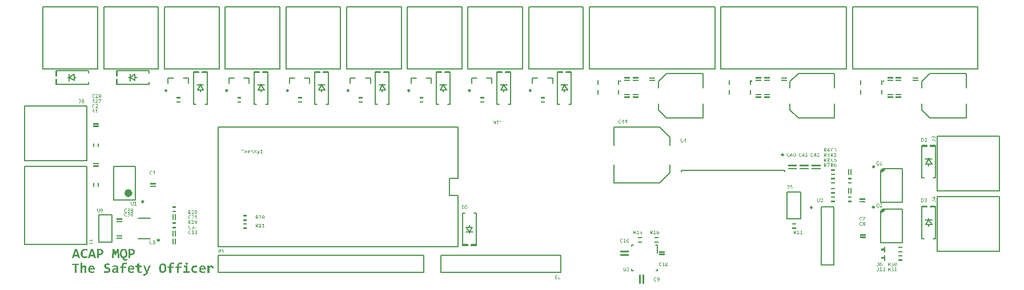
<source format=gto>
G04 Layer_Color=65535*
%FSLAX25Y25*%
%MOIN*%
G70*
G01*
G75*
%ADD39C,0.02362*%
%ADD40C,0.00787*%
%ADD43C,0.00984*%
%ADD62C,0.00800*%
%ADD63C,0.00500*%
%ADD64C,0.00100*%
%ADD65C,0.00591*%
%ADD66C,0.00600*%
G36*
X90214Y37603D02*
X90260Y37599D01*
X90310Y37591D01*
X90359Y37580D01*
X90409Y37568D01*
X90417D01*
X90432Y37560D01*
X90455Y37553D01*
X90486Y37541D01*
X90521Y37526D01*
X90555Y37507D01*
X90590Y37484D01*
X90624Y37461D01*
X90628Y37457D01*
X90640Y37449D01*
X90655Y37434D01*
X90674Y37415D01*
X90697Y37388D01*
X90720Y37361D01*
X90740Y37326D01*
X90759Y37292D01*
X90763Y37288D01*
X90766Y37276D01*
X90774Y37253D01*
X90782Y37230D01*
X90790Y37196D01*
X90797Y37157D01*
X90805Y37119D01*
Y37073D01*
Y37069D01*
Y37065D01*
Y37042D01*
X90801Y37007D01*
X90793Y36965D01*
X90782Y36915D01*
X90763Y36865D01*
X90740Y36812D01*
X90709Y36762D01*
X90705Y36758D01*
X90690Y36742D01*
X90670Y36720D01*
X90640Y36693D01*
X90605Y36662D01*
X90559Y36627D01*
X90509Y36597D01*
X90452Y36566D01*
X90455D01*
X90467Y36562D01*
X90482Y36558D01*
X90501Y36554D01*
X90555Y36535D01*
X90613Y36512D01*
X90617D01*
X90628Y36504D01*
X90644Y36497D01*
X90663Y36485D01*
X90713Y36454D01*
X90763Y36412D01*
X90766Y36408D01*
X90774Y36401D01*
X90786Y36389D01*
X90801Y36370D01*
X90816Y36351D01*
X90836Y36324D01*
X90866Y36266D01*
X90870Y36263D01*
X90874Y36251D01*
X90882Y36236D01*
X90889Y36213D01*
X90897Y36186D01*
X90901Y36155D01*
X90908Y36120D01*
Y36082D01*
Y36074D01*
Y36059D01*
X90905Y36032D01*
X90901Y35998D01*
X90893Y35955D01*
X90886Y35909D01*
X90870Y35863D01*
X90851Y35817D01*
X90847Y35813D01*
X90839Y35798D01*
X90828Y35775D01*
X90809Y35744D01*
X90782Y35710D01*
X90755Y35671D01*
X90720Y35637D01*
X90678Y35598D01*
X90674Y35594D01*
X90659Y35583D01*
X90632Y35568D01*
X90597Y35544D01*
X90555Y35521D01*
X90505Y35498D01*
X90452Y35475D01*
X90386Y35452D01*
X90379Y35448D01*
X90356Y35445D01*
X90321Y35437D01*
X90271Y35429D01*
X90214Y35418D01*
X90144Y35410D01*
X90068Y35406D01*
X89983Y35402D01*
X89906D01*
X89872Y35406D01*
X89833D01*
X89753Y35414D01*
X89737D01*
X89718Y35418D01*
X89691D01*
X89664Y35422D01*
X89630Y35425D01*
X89565Y35433D01*
Y35690D01*
X89568D01*
X89584Y35686D01*
X89603Y35683D01*
X89630Y35679D01*
X89661Y35675D01*
X89695Y35671D01*
X89776Y35660D01*
X89795D01*
X89818Y35656D01*
X89883D01*
X89922Y35652D01*
X90068D01*
X90102Y35656D01*
X90144Y35660D01*
X90190Y35664D01*
X90237Y35671D01*
X90283Y35679D01*
X90286D01*
X90302Y35683D01*
X90321Y35690D01*
X90348Y35698D01*
X90409Y35725D01*
X90440Y35740D01*
X90467Y35759D01*
X90471Y35763D01*
X90478Y35771D01*
X90494Y35783D01*
X90509Y35798D01*
X90544Y35840D01*
X90574Y35894D01*
Y35898D01*
X90578Y35909D01*
X90586Y35925D01*
X90594Y35944D01*
X90597Y35971D01*
X90605Y35998D01*
X90609Y36067D01*
Y36070D01*
Y36082D01*
X90605Y36097D01*
Y36120D01*
X90590Y36170D01*
X90582Y36193D01*
X90567Y36220D01*
Y36224D01*
X90559Y36232D01*
X90551Y36243D01*
X90540Y36259D01*
X90505Y36293D01*
X90455Y36328D01*
X90452Y36332D01*
X90444Y36336D01*
X90429Y36343D01*
X90409Y36355D01*
X90382Y36366D01*
X90356Y36378D01*
X90286Y36397D01*
X90283D01*
X90267Y36401D01*
X90248Y36405D01*
X90221Y36408D01*
X90190Y36412D01*
X90152Y36416D01*
X90068Y36420D01*
X89826D01*
Y36654D01*
X90106D01*
X90133Y36658D01*
X90187Y36666D01*
X90248Y36677D01*
X90252D01*
X90263Y36681D01*
X90275Y36689D01*
X90294Y36696D01*
X90340Y36720D01*
X90386Y36750D01*
X90390Y36754D01*
X90398Y36758D01*
X90421Y36781D01*
X90448Y36819D01*
X90475Y36865D01*
Y36869D01*
X90478Y36877D01*
X90486Y36892D01*
X90490Y36911D01*
X90498Y36938D01*
X90501Y36965D01*
X90505Y37027D01*
Y37031D01*
Y37034D01*
Y37054D01*
X90501Y37084D01*
X90494Y37123D01*
X90478Y37165D01*
X90459Y37203D01*
X90432Y37242D01*
X90398Y37276D01*
X90394Y37280D01*
X90379Y37288D01*
X90356Y37303D01*
X90321Y37319D01*
X90279Y37330D01*
X90225Y37345D01*
X90163Y37353D01*
X90091Y37357D01*
X90052D01*
X90022Y37353D01*
X89991D01*
X89952Y37349D01*
X89868Y37334D01*
X89864D01*
X89849Y37330D01*
X89826Y37326D01*
X89795Y37319D01*
X89757Y37311D01*
X89714Y37299D01*
X89622Y37272D01*
Y37522D01*
X89626D01*
X89630Y37526D01*
X89641Y37530D01*
X89657Y37534D01*
X89695Y37545D01*
X89737Y37557D01*
X89741D01*
X89749Y37560D01*
X89760D01*
X89780Y37564D01*
X89818Y37572D01*
X89864Y37580D01*
X89868D01*
X89876Y37584D01*
X89887D01*
X89906Y37587D01*
X89945Y37591D01*
X89991Y37599D01*
X90002D01*
X90014Y37603D01*
X90029D01*
X90068Y37606D01*
X90171D01*
X90214Y37603D01*
D02*
G37*
G36*
X92786Y37311D02*
X91884Y35433D01*
X91558D01*
X92491Y37311D01*
X91335D01*
Y37576D01*
X92786D01*
Y37311D01*
D02*
G37*
G36*
X344624Y29452D02*
X344363D01*
X344325Y29448D01*
X344279D01*
X344229Y29441D01*
X344171Y29433D01*
X344113Y29421D01*
X344060Y29406D01*
X344052Y29402D01*
X344037Y29398D01*
X344010Y29387D01*
X343979Y29372D01*
X343941Y29352D01*
X343902Y29333D01*
X343864Y29306D01*
X343826Y29276D01*
X343822Y29272D01*
X343810Y29260D01*
X343791Y29241D01*
X343772Y29218D01*
X343749Y29187D01*
X343722Y29153D01*
X343699Y29114D01*
X343680Y29072D01*
X343676Y29068D01*
X343672Y29053D01*
X343664Y29030D01*
X343653Y28995D01*
X343641Y28957D01*
X343630Y28915D01*
X343622Y28865D01*
X343614Y28811D01*
X343610Y28746D01*
X343614Y28749D01*
X343630Y28757D01*
X343649Y28765D01*
X343676Y28780D01*
X343710Y28795D01*
X343753Y28811D01*
X343795Y28826D01*
X343845Y28842D01*
X343852D01*
X343868Y28849D01*
X343899Y28853D01*
X343933Y28861D01*
X343979Y28868D01*
X344029Y28872D01*
X344083Y28880D01*
X344167D01*
X344198Y28876D01*
X344236Y28872D01*
X344283Y28868D01*
X344328Y28861D01*
X344378Y28846D01*
X344425Y28830D01*
X344428Y28826D01*
X344444Y28822D01*
X344467Y28811D01*
X344497Y28795D01*
X344528Y28776D01*
X344563Y28757D01*
X344597Y28730D01*
X344628Y28699D01*
X344632Y28696D01*
X344640Y28684D01*
X344655Y28665D01*
X344674Y28642D01*
X344693Y28611D01*
X344712Y28577D01*
X344732Y28538D01*
X344751Y28496D01*
X344755Y28492D01*
X344759Y28477D01*
X344766Y28450D01*
X344774Y28419D01*
X344782Y28381D01*
X344785Y28335D01*
X344793Y28289D01*
Y28235D01*
Y28227D01*
Y28212D01*
X344789Y28181D01*
X344785Y28147D01*
X344782Y28104D01*
X344770Y28058D01*
X344759Y28008D01*
X344739Y27958D01*
X344736Y27955D01*
X344728Y27935D01*
X344716Y27912D01*
X344701Y27882D01*
X344678Y27847D01*
X344651Y27809D01*
X344620Y27770D01*
X344586Y27732D01*
X344582Y27728D01*
X344567Y27716D01*
X344547Y27697D01*
X344520Y27678D01*
X344482Y27655D01*
X344444Y27628D01*
X344398Y27605D01*
X344348Y27582D01*
X344340Y27578D01*
X344325Y27574D01*
X344294Y27567D01*
X344259Y27555D01*
X344213Y27544D01*
X344160Y27536D01*
X344102Y27532D01*
X344040Y27528D01*
X344010D01*
X343979Y27532D01*
X343937Y27536D01*
X343887Y27540D01*
X343833Y27551D01*
X343779Y27563D01*
X343726Y27582D01*
X343718Y27586D01*
X343703Y27594D01*
X343680Y27605D01*
X343649Y27624D01*
X343610Y27651D01*
X343572Y27678D01*
X343534Y27713D01*
X343499Y27755D01*
X343495Y27759D01*
X343484Y27778D01*
X343468Y27801D01*
X343449Y27836D01*
X343426Y27878D01*
X343403Y27931D01*
X343380Y27989D01*
X343361Y28051D01*
Y28054D01*
Y28058D01*
X343357Y28070D01*
X343353Y28081D01*
X343345Y28120D01*
X343338Y28174D01*
X343330Y28235D01*
X343322Y28308D01*
X343319Y28389D01*
X343315Y28477D01*
Y28481D01*
Y28484D01*
Y28504D01*
Y28538D01*
X343319Y28580D01*
Y28627D01*
X343322Y28680D01*
X343334Y28795D01*
Y28803D01*
X343338Y28822D01*
X343345Y28853D01*
X343353Y28888D01*
X343361Y28934D01*
X343372Y28984D01*
X343403Y29083D01*
X343407Y29091D01*
X343411Y29107D01*
X343422Y29133D01*
X343438Y29168D01*
X343457Y29206D01*
X343480Y29249D01*
X343534Y29333D01*
X343537Y29337D01*
X343549Y29352D01*
X343568Y29375D01*
X343591Y29402D01*
X343622Y29433D01*
X343656Y29464D01*
X343695Y29498D01*
X343737Y29529D01*
X343741Y29533D01*
X343760Y29544D01*
X343783Y29556D01*
X343818Y29575D01*
X343860Y29594D01*
X343910Y29617D01*
X343964Y29636D01*
X344025Y29656D01*
X344029D01*
X344033Y29660D01*
X344056Y29663D01*
X344091Y29671D01*
X344137Y29679D01*
X344194Y29686D01*
X344259Y29694D01*
X344332Y29702D01*
X344624D01*
Y29452D01*
D02*
G37*
G36*
X88647Y37599D02*
X88689Y37595D01*
X88735Y37591D01*
X88831Y37576D01*
X88839D01*
X88854Y37572D01*
X88877Y37564D01*
X88912Y37557D01*
X88950Y37545D01*
X88992Y37534D01*
X89081Y37499D01*
Y37211D01*
X89077Y37215D01*
X89061Y37222D01*
X89035Y37234D01*
X89004Y37246D01*
X88969Y37261D01*
X88927Y37276D01*
X88835Y37307D01*
X88831D01*
X88812Y37311D01*
X88789Y37319D01*
X88754Y37326D01*
X88716Y37330D01*
X88670Y37338D01*
X88620Y37342D01*
X88539D01*
X88512Y37338D01*
X88478Y37334D01*
X88436Y37326D01*
X88389Y37319D01*
X88340Y37303D01*
X88293Y37284D01*
X88290Y37280D01*
X88274Y37272D01*
X88251Y37261D01*
X88221Y37242D01*
X88190Y37219D01*
X88151Y37192D01*
X88117Y37157D01*
X88082Y37119D01*
X88078Y37115D01*
X88067Y37100D01*
X88051Y37077D01*
X88036Y37046D01*
X88013Y37007D01*
X87990Y36965D01*
X87971Y36911D01*
X87952Y36858D01*
Y36850D01*
X87944Y36831D01*
X87940Y36800D01*
X87932Y36758D01*
X87925Y36704D01*
X87917Y36643D01*
X87913Y36577D01*
X87910Y36504D01*
Y36501D01*
Y36485D01*
Y36466D01*
X87913Y36435D01*
Y36401D01*
X87917Y36362D01*
X87925Y36316D01*
X87932Y36270D01*
X87952Y36170D01*
X87982Y36067D01*
X88025Y35967D01*
X88048Y35921D01*
X88078Y35879D01*
X88082Y35875D01*
X88086Y35871D01*
X88098Y35859D01*
X88109Y35844D01*
X88128Y35829D01*
X88148Y35813D01*
X88174Y35794D01*
X88205Y35775D01*
X88274Y35733D01*
X88359Y35702D01*
X88459Y35675D01*
X88516Y35671D01*
X88574Y35667D01*
X88624D01*
X88658Y35671D01*
X88697Y35675D01*
X88739Y35679D01*
X88835Y35698D01*
X88843D01*
X88858Y35706D01*
X88881Y35710D01*
X88912Y35721D01*
X88950Y35733D01*
X88992Y35752D01*
X89081Y35790D01*
Y35514D01*
X89077D01*
X89069Y35510D01*
X89054Y35502D01*
X89035Y35498D01*
X89012Y35491D01*
X88985Y35479D01*
X88950Y35471D01*
X88915Y35460D01*
X88835Y35441D01*
X88743Y35422D01*
X88643Y35410D01*
X88539Y35406D01*
X88497D01*
X88462Y35410D01*
X88428Y35414D01*
X88382Y35422D01*
X88332Y35429D01*
X88282Y35441D01*
X88224Y35452D01*
X88167Y35471D01*
X88109Y35495D01*
X88051Y35521D01*
X87994Y35552D01*
X87940Y35587D01*
X87886Y35629D01*
X87840Y35675D01*
X87836Y35679D01*
X87829Y35686D01*
X87817Y35702D01*
X87802Y35725D01*
X87783Y35756D01*
X87764Y35790D01*
X87740Y35829D01*
X87721Y35879D01*
X87698Y35932D01*
X87675Y35990D01*
X87656Y36055D01*
X87637Y36128D01*
X87621Y36205D01*
X87610Y36289D01*
X87602Y36382D01*
X87598Y36478D01*
Y36481D01*
Y36489D01*
Y36504D01*
Y36520D01*
X87602Y36543D01*
Y36570D01*
X87606Y36631D01*
X87614Y36704D01*
X87625Y36781D01*
X87641Y36862D01*
X87664Y36942D01*
Y36946D01*
X87668Y36950D01*
X87671Y36961D01*
X87675Y36977D01*
X87691Y37015D01*
X87714Y37065D01*
X87740Y37123D01*
X87775Y37180D01*
X87814Y37238D01*
X87856Y37295D01*
X87863Y37303D01*
X87879Y37319D01*
X87906Y37345D01*
X87940Y37380D01*
X87986Y37415D01*
X88036Y37453D01*
X88094Y37488D01*
X88159Y37522D01*
X88163D01*
X88167Y37526D01*
X88190Y37534D01*
X88228Y37549D01*
X88274Y37564D01*
X88332Y37576D01*
X88401Y37591D01*
X88474Y37599D01*
X88555Y37603D01*
X88608D01*
X88647Y37599D01*
D02*
G37*
G36*
X517996Y88767D02*
X518031D01*
X518069Y88760D01*
X518115Y88752D01*
X518157Y88740D01*
X518203Y88725D01*
X518207D01*
X518223Y88717D01*
X518246Y88706D01*
X518273Y88694D01*
X518307Y88675D01*
X518338Y88656D01*
X518407Y88602D01*
X518411Y88598D01*
X518422Y88587D01*
X518438Y88571D01*
X518457Y88548D01*
X518476Y88518D01*
X518499Y88487D01*
X518518Y88449D01*
X518538Y88406D01*
X518541Y88402D01*
X518545Y88387D01*
X518553Y88364D01*
X518565Y88329D01*
X518572Y88291D01*
X518580Y88249D01*
X518584Y88199D01*
X518587Y88145D01*
Y88141D01*
Y88126D01*
Y88099D01*
X518584Y88072D01*
X518580Y88034D01*
X518572Y87995D01*
X518553Y87915D01*
Y87911D01*
X518545Y87896D01*
X518538Y87876D01*
X518526Y87849D01*
X518514Y87819D01*
X518495Y87784D01*
X518453Y87707D01*
X518449Y87704D01*
X518442Y87688D01*
X518426Y87669D01*
X518407Y87642D01*
X518384Y87608D01*
X518353Y87573D01*
X518323Y87535D01*
X518284Y87492D01*
X518280Y87489D01*
X518265Y87473D01*
X518246Y87450D01*
X518219Y87419D01*
X518184Y87385D01*
X518142Y87343D01*
X518100Y87296D01*
X518050Y87247D01*
X517662Y86870D01*
X518703D01*
Y86598D01*
X517290D01*
Y86851D01*
X517842Y87404D01*
X517850Y87412D01*
X517866Y87427D01*
X517893Y87450D01*
X517923Y87485D01*
X517958Y87519D01*
X517996Y87558D01*
X518031Y87596D01*
X518065Y87634D01*
X518069Y87638D01*
X518081Y87650D01*
X518096Y87669D01*
X518115Y87696D01*
X518157Y87753D01*
X518196Y87815D01*
X518200Y87819D01*
X518203Y87830D01*
X518211Y87846D01*
X518223Y87865D01*
X518246Y87915D01*
X518261Y87968D01*
Y87972D01*
X518265Y87980D01*
X518269Y87995D01*
X518273Y88015D01*
Y88038D01*
X518277Y88064D01*
X518280Y88126D01*
Y88130D01*
Y88138D01*
Y88153D01*
X518277Y88172D01*
X518273Y88222D01*
X518257Y88272D01*
Y88276D01*
X518253Y88283D01*
X518250Y88299D01*
X518242Y88314D01*
X518219Y88356D01*
X518188Y88399D01*
Y88402D01*
X518181Y88406D01*
X518157Y88429D01*
X518123Y88456D01*
X518073Y88483D01*
X518069D01*
X518061Y88487D01*
X518046Y88495D01*
X518027Y88502D01*
X518004Y88506D01*
X517973Y88514D01*
X517908Y88518D01*
X517885D01*
X517858Y88514D01*
X517823Y88510D01*
X517785Y88502D01*
X517743Y88491D01*
X517700Y88475D01*
X517658Y88456D01*
X517654Y88452D01*
X517639Y88445D01*
X517620Y88433D01*
X517593Y88414D01*
X517558Y88391D01*
X517524Y88364D01*
X517489Y88333D01*
X517455Y88299D01*
X517297Y88487D01*
X517301Y88491D01*
X517320Y88510D01*
X517343Y88533D01*
X517378Y88560D01*
X517416Y88591D01*
X517462Y88625D01*
X517516Y88660D01*
X517574Y88690D01*
X517581Y88694D01*
X517601Y88702D01*
X517635Y88717D01*
X517681Y88733D01*
X517735Y88744D01*
X517797Y88760D01*
X517866Y88767D01*
X517942Y88771D01*
X517965D01*
X517996Y88767D01*
D02*
G37*
G36*
X516015Y53337D02*
X516053Y53333D01*
X516103Y53325D01*
X516157Y53317D01*
X516214Y53310D01*
X516333Y53275D01*
X516395Y53256D01*
X516460Y53229D01*
X516518Y53202D01*
X516575Y53164D01*
X516629Y53125D01*
X516679Y53079D01*
X516683Y53075D01*
X516690Y53068D01*
X516702Y53052D01*
X516717Y53029D01*
X516737Y53002D01*
X516760Y52972D01*
X516779Y52930D01*
X516806Y52883D01*
X516829Y52833D01*
X516848Y52776D01*
X516871Y52711D01*
X516890Y52638D01*
X516906Y52561D01*
X516917Y52476D01*
X516925Y52388D01*
X516929Y52292D01*
Y52284D01*
Y52265D01*
Y52234D01*
X516925Y52196D01*
X516921Y52154D01*
X516917Y52104D01*
X516902Y51996D01*
Y51989D01*
X516898Y51973D01*
X516890Y51946D01*
X516883Y51912D01*
X516875Y51870D01*
X516859Y51824D01*
X516825Y51731D01*
X516821Y51728D01*
X516817Y51712D01*
X516806Y51689D01*
X516790Y51658D01*
X516771Y51624D01*
X516748Y51589D01*
X516690Y51512D01*
X516687Y51509D01*
X516675Y51497D01*
X516656Y51478D01*
X516633Y51455D01*
X516602Y51428D01*
X516568Y51401D01*
X516529Y51370D01*
X516483Y51344D01*
X516479Y51340D01*
X516464Y51332D01*
X516437Y51320D01*
X516402Y51305D01*
X516364Y51286D01*
X516314Y51271D01*
X516260Y51251D01*
X516203Y51236D01*
X516195D01*
X516176Y51228D01*
X516141Y51224D01*
X516095Y51217D01*
X516042Y51209D01*
X515980Y51205D01*
X515911Y51198D01*
X515381D01*
Y53340D01*
X515980D01*
X516015Y53337D01*
D02*
G37*
G36*
X250434Y49191D02*
X249547D01*
Y48588D01*
X249789D01*
X249827Y48584D01*
X249873Y48580D01*
X249927Y48576D01*
X250034Y48557D01*
X250042D01*
X250057Y48553D01*
X250088Y48546D01*
X250123Y48534D01*
X250161Y48523D01*
X250203Y48507D01*
X250249Y48484D01*
X250292Y48461D01*
X250295Y48457D01*
X250311Y48450D01*
X250330Y48434D01*
X250357Y48411D01*
X250388Y48384D01*
X250418Y48354D01*
X250449Y48315D01*
X250476Y48273D01*
X250480Y48269D01*
X250487Y48254D01*
X250499Y48227D01*
X250514Y48192D01*
X250526Y48150D01*
X250537Y48100D01*
X250545Y48046D01*
X250549Y47981D01*
Y47973D01*
Y47954D01*
X250545Y47924D01*
X250541Y47885D01*
X250534Y47839D01*
X250518Y47789D01*
X250503Y47739D01*
X250480Y47689D01*
X250476Y47686D01*
X250468Y47666D01*
X250453Y47643D01*
X250430Y47613D01*
X250403Y47578D01*
X250368Y47540D01*
X250330Y47501D01*
X250288Y47463D01*
X250284Y47459D01*
X250269Y47447D01*
X250242Y47432D01*
X250207Y47409D01*
X250165Y47386D01*
X250119Y47363D01*
X250065Y47340D01*
X250004Y47317D01*
X249996Y47313D01*
X249977Y47309D01*
X249942Y47302D01*
X249896Y47294D01*
X249842Y47282D01*
X249785Y47275D01*
X249716Y47271D01*
X249646Y47267D01*
X249585D01*
X249543Y47271D01*
X249535D01*
X249508Y47275D01*
X249474D01*
X249435Y47278D01*
X249428D01*
X249401Y47282D01*
X249366Y47286D01*
X249328Y47290D01*
X249320D01*
X249297Y47294D01*
X249270D01*
X249239Y47298D01*
Y47559D01*
X249243D01*
X249255Y47555D01*
X249274Y47551D01*
X249297Y47547D01*
X249328Y47540D01*
X249362Y47536D01*
X249439Y47524D01*
X249458D01*
X249481Y47520D01*
X249547D01*
X249585Y47517D01*
X249720D01*
X249750Y47520D01*
X249789Y47524D01*
X249827Y47528D01*
X249908Y47547D01*
X249911D01*
X249927Y47555D01*
X249946Y47559D01*
X249969Y47570D01*
X250027Y47597D01*
X250084Y47636D01*
X250088Y47639D01*
X250096Y47647D01*
X250111Y47659D01*
X250127Y47674D01*
X250165Y47720D01*
X250200Y47774D01*
X250203Y47778D01*
X250207Y47789D01*
X250215Y47804D01*
X250222Y47828D01*
X250230Y47858D01*
X250234Y47889D01*
X250242Y47924D01*
Y47962D01*
Y47966D01*
Y47970D01*
X250238Y47993D01*
X250234Y48027D01*
X250222Y48073D01*
X250207Y48119D01*
X250180Y48166D01*
X250146Y48212D01*
X250096Y48250D01*
X250088Y48254D01*
X250069Y48265D01*
X250038Y48281D01*
X249992Y48296D01*
X249935Y48311D01*
X249862Y48327D01*
X249781Y48338D01*
X249685Y48342D01*
X249278D01*
Y49440D01*
X250434D01*
Y49191D01*
D02*
G37*
G36*
X516015Y88736D02*
X516053Y88733D01*
X516103Y88725D01*
X516157Y88717D01*
X516214Y88710D01*
X516333Y88675D01*
X516395Y88656D01*
X516460Y88629D01*
X516518Y88602D01*
X516575Y88564D01*
X516629Y88525D01*
X516679Y88479D01*
X516683Y88475D01*
X516690Y88468D01*
X516702Y88452D01*
X516717Y88429D01*
X516737Y88402D01*
X516760Y88372D01*
X516779Y88329D01*
X516806Y88283D01*
X516829Y88234D01*
X516848Y88176D01*
X516871Y88111D01*
X516890Y88038D01*
X516906Y87961D01*
X516917Y87876D01*
X516925Y87788D01*
X516929Y87692D01*
Y87684D01*
Y87665D01*
Y87634D01*
X516925Y87596D01*
X516921Y87554D01*
X516917Y87504D01*
X516902Y87396D01*
Y87389D01*
X516898Y87373D01*
X516890Y87346D01*
X516883Y87312D01*
X516875Y87270D01*
X516859Y87224D01*
X516825Y87131D01*
X516821Y87128D01*
X516817Y87112D01*
X516806Y87089D01*
X516790Y87058D01*
X516771Y87024D01*
X516748Y86989D01*
X516690Y86913D01*
X516687Y86909D01*
X516675Y86897D01*
X516656Y86878D01*
X516633Y86855D01*
X516602Y86828D01*
X516568Y86801D01*
X516529Y86770D01*
X516483Y86744D01*
X516479Y86740D01*
X516464Y86732D01*
X516437Y86721D01*
X516402Y86705D01*
X516364Y86686D01*
X516314Y86671D01*
X516260Y86651D01*
X516203Y86636D01*
X516195D01*
X516176Y86628D01*
X516141Y86624D01*
X516095Y86617D01*
X516042Y86609D01*
X515980Y86605D01*
X515911Y86598D01*
X515381D01*
Y88740D01*
X515980D01*
X516015Y88736D01*
D02*
G37*
G36*
X517965Y53367D02*
X518012Y53363D01*
X518061Y53356D01*
X518111Y53344D01*
X518161Y53333D01*
X518169D01*
X518184Y53325D01*
X518207Y53317D01*
X518238Y53306D01*
X518273Y53290D01*
X518307Y53271D01*
X518342Y53248D01*
X518376Y53225D01*
X518380Y53221D01*
X518392Y53214D01*
X518407Y53198D01*
X518426Y53179D01*
X518449Y53152D01*
X518472Y53125D01*
X518492Y53091D01*
X518511Y53056D01*
X518514Y53052D01*
X518518Y53041D01*
X518526Y53018D01*
X518534Y52995D01*
X518541Y52960D01*
X518549Y52922D01*
X518557Y52883D01*
Y52837D01*
Y52833D01*
Y52830D01*
Y52807D01*
X518553Y52772D01*
X518545Y52730D01*
X518534Y52680D01*
X518514Y52630D01*
X518492Y52576D01*
X518461Y52526D01*
X518457Y52522D01*
X518442Y52507D01*
X518422Y52484D01*
X518392Y52457D01*
X518357Y52426D01*
X518311Y52392D01*
X518261Y52361D01*
X518203Y52330D01*
X518207D01*
X518219Y52327D01*
X518234Y52323D01*
X518253Y52319D01*
X518307Y52300D01*
X518365Y52277D01*
X518369D01*
X518380Y52269D01*
X518396Y52261D01*
X518415Y52250D01*
X518465Y52219D01*
X518514Y52177D01*
X518518Y52173D01*
X518526Y52165D01*
X518538Y52154D01*
X518553Y52135D01*
X518568Y52115D01*
X518587Y52088D01*
X518618Y52031D01*
X518622Y52027D01*
X518626Y52016D01*
X518634Y52000D01*
X518641Y51977D01*
X518649Y51950D01*
X518653Y51920D01*
X518660Y51885D01*
Y51847D01*
Y51839D01*
Y51824D01*
X518657Y51797D01*
X518653Y51762D01*
X518645Y51720D01*
X518637Y51674D01*
X518622Y51628D01*
X518603Y51582D01*
X518599Y51578D01*
X518591Y51562D01*
X518580Y51539D01*
X518561Y51509D01*
X518534Y51474D01*
X518507Y51436D01*
X518472Y51401D01*
X518430Y51363D01*
X518426Y51359D01*
X518411Y51347D01*
X518384Y51332D01*
X518349Y51309D01*
X518307Y51286D01*
X518257Y51263D01*
X518203Y51240D01*
X518138Y51217D01*
X518130Y51213D01*
X518108Y51209D01*
X518073Y51201D01*
X518023Y51194D01*
X517965Y51182D01*
X517896Y51175D01*
X517819Y51171D01*
X517735Y51167D01*
X517658D01*
X517624Y51171D01*
X517585D01*
X517505Y51178D01*
X517489D01*
X517470Y51182D01*
X517443D01*
X517416Y51186D01*
X517382Y51190D01*
X517316Y51198D01*
Y51455D01*
X517320D01*
X517336Y51451D01*
X517355Y51447D01*
X517382Y51443D01*
X517413Y51440D01*
X517447Y51436D01*
X517528Y51424D01*
X517547D01*
X517570Y51420D01*
X517635D01*
X517674Y51416D01*
X517819D01*
X517854Y51420D01*
X517896Y51424D01*
X517942Y51428D01*
X517988Y51436D01*
X518035Y51443D01*
X518038D01*
X518054Y51447D01*
X518073Y51455D01*
X518100Y51463D01*
X518161Y51490D01*
X518192Y51505D01*
X518219Y51524D01*
X518223Y51528D01*
X518230Y51536D01*
X518246Y51547D01*
X518261Y51562D01*
X518296Y51605D01*
X518326Y51658D01*
Y51662D01*
X518330Y51674D01*
X518338Y51689D01*
X518346Y51708D01*
X518349Y51735D01*
X518357Y51762D01*
X518361Y51831D01*
Y51835D01*
Y51847D01*
X518357Y51862D01*
Y51885D01*
X518342Y51935D01*
X518334Y51958D01*
X518319Y51985D01*
Y51989D01*
X518311Y51996D01*
X518303Y52008D01*
X518292Y52023D01*
X518257Y52058D01*
X518207Y52092D01*
X518203Y52096D01*
X518196Y52100D01*
X518181Y52108D01*
X518161Y52119D01*
X518134Y52131D01*
X518108Y52142D01*
X518038Y52162D01*
X518035D01*
X518019Y52165D01*
X518000Y52169D01*
X517973Y52173D01*
X517942Y52177D01*
X517904Y52181D01*
X517819Y52184D01*
X517578D01*
Y52419D01*
X517858D01*
X517885Y52423D01*
X517939Y52430D01*
X518000Y52442D01*
X518004D01*
X518015Y52446D01*
X518027Y52453D01*
X518046Y52461D01*
X518092Y52484D01*
X518138Y52515D01*
X518142Y52519D01*
X518150Y52522D01*
X518173Y52545D01*
X518200Y52584D01*
X518226Y52630D01*
Y52634D01*
X518230Y52641D01*
X518238Y52657D01*
X518242Y52676D01*
X518250Y52703D01*
X518253Y52730D01*
X518257Y52791D01*
Y52795D01*
Y52799D01*
Y52818D01*
X518253Y52849D01*
X518246Y52887D01*
X518230Y52930D01*
X518211Y52968D01*
X518184Y53006D01*
X518150Y53041D01*
X518146Y53045D01*
X518130Y53052D01*
X518108Y53068D01*
X518073Y53083D01*
X518031Y53095D01*
X517977Y53110D01*
X517915Y53118D01*
X517842Y53122D01*
X517804D01*
X517773Y53118D01*
X517743D01*
X517704Y53114D01*
X517620Y53098D01*
X517616D01*
X517601Y53095D01*
X517578Y53091D01*
X517547Y53083D01*
X517509Y53075D01*
X517466Y53064D01*
X517374Y53037D01*
Y53287D01*
X517378D01*
X517382Y53290D01*
X517393Y53294D01*
X517409Y53298D01*
X517447Y53310D01*
X517489Y53321D01*
X517493D01*
X517501Y53325D01*
X517512D01*
X517531Y53329D01*
X517570Y53337D01*
X517616Y53344D01*
X517620D01*
X517627Y53348D01*
X517639D01*
X517658Y53352D01*
X517697Y53356D01*
X517743Y53363D01*
X517754D01*
X517766Y53367D01*
X517781D01*
X517819Y53371D01*
X517923D01*
X517965Y53367D01*
D02*
G37*
G36*
X360300Y7087D02*
X360343Y7083D01*
X360389Y7079D01*
X360485Y7064D01*
X360492D01*
X360508Y7060D01*
X360531Y7052D01*
X360565Y7045D01*
X360604Y7033D01*
X360646Y7022D01*
X360734Y6987D01*
Y6699D01*
X360730Y6703D01*
X360715Y6711D01*
X360688Y6722D01*
X360657Y6734D01*
X360623Y6749D01*
X360581Y6764D01*
X360489Y6795D01*
X360485D01*
X360465Y6799D01*
X360442Y6807D01*
X360408Y6814D01*
X360369Y6818D01*
X360323Y6826D01*
X360273Y6830D01*
X360193D01*
X360166Y6826D01*
X360131Y6822D01*
X360089Y6814D01*
X360043Y6807D01*
X359993Y6791D01*
X359947Y6772D01*
X359943Y6768D01*
X359928Y6761D01*
X359905Y6749D01*
X359874Y6730D01*
X359843Y6707D01*
X359805Y6680D01*
X359770Y6645D01*
X359736Y6607D01*
X359732Y6603D01*
X359720Y6588D01*
X359705Y6565D01*
X359690Y6534D01*
X359667Y6496D01*
X359644Y6453D01*
X359624Y6400D01*
X359605Y6346D01*
Y6338D01*
X359598Y6319D01*
X359594Y6288D01*
X359586Y6246D01*
X359578Y6192D01*
X359571Y6131D01*
X359567Y6066D01*
X359563Y5993D01*
Y5989D01*
Y5973D01*
Y5954D01*
X359567Y5923D01*
Y5889D01*
X359571Y5850D01*
X359578Y5804D01*
X359586Y5758D01*
X359605Y5658D01*
X359636Y5555D01*
X359678Y5455D01*
X359701Y5409D01*
X359732Y5367D01*
X359736Y5363D01*
X359740Y5359D01*
X359751Y5347D01*
X359763Y5332D01*
X359782Y5317D01*
X359801Y5301D01*
X359828Y5282D01*
X359859Y5263D01*
X359928Y5221D01*
X360012Y5190D01*
X360112Y5163D01*
X360170Y5159D01*
X360227Y5156D01*
X360277D01*
X360312Y5159D01*
X360350Y5163D01*
X360392Y5167D01*
X360489Y5186D01*
X360496D01*
X360511Y5194D01*
X360535Y5198D01*
X360565Y5209D01*
X360604Y5221D01*
X360646Y5240D01*
X360734Y5278D01*
Y5002D01*
X360730D01*
X360723Y4998D01*
X360707Y4990D01*
X360688Y4986D01*
X360665Y4979D01*
X360638Y4967D01*
X360604Y4960D01*
X360569Y4948D01*
X360489Y4929D01*
X360396Y4910D01*
X360297Y4898D01*
X360193Y4894D01*
X360151D01*
X360116Y4898D01*
X360081Y4902D01*
X360035Y4910D01*
X359985Y4917D01*
X359935Y4929D01*
X359878Y4941D01*
X359820Y4960D01*
X359763Y4983D01*
X359705Y5010D01*
X359647Y5040D01*
X359594Y5075D01*
X359540Y5117D01*
X359494Y5163D01*
X359490Y5167D01*
X359482Y5175D01*
X359471Y5190D01*
X359455Y5213D01*
X359436Y5244D01*
X359417Y5278D01*
X359394Y5317D01*
X359375Y5367D01*
X359352Y5421D01*
X359329Y5478D01*
X359310Y5543D01*
X359290Y5616D01*
X359275Y5693D01*
X359263Y5778D01*
X359256Y5870D01*
X359252Y5966D01*
Y5970D01*
Y5977D01*
Y5993D01*
Y6008D01*
X359256Y6031D01*
Y6058D01*
X359260Y6119D01*
X359267Y6192D01*
X359279Y6269D01*
X359294Y6350D01*
X359317Y6430D01*
Y6434D01*
X359321Y6438D01*
X359325Y6450D01*
X359329Y6465D01*
X359344Y6503D01*
X359367Y6553D01*
X359394Y6611D01*
X359429Y6668D01*
X359467Y6726D01*
X359509Y6784D01*
X359517Y6791D01*
X359532Y6807D01*
X359559Y6834D01*
X359594Y6868D01*
X359640Y6903D01*
X359690Y6941D01*
X359747Y6976D01*
X359813Y7010D01*
X359816D01*
X359820Y7014D01*
X359843Y7022D01*
X359882Y7037D01*
X359928Y7052D01*
X359985Y7064D01*
X360054Y7079D01*
X360127Y7087D01*
X360208Y7091D01*
X360262D01*
X360300Y7087D01*
D02*
G37*
G36*
X361909Y7091D02*
X361948Y7087D01*
X361994Y7083D01*
X362044Y7072D01*
X362097Y7060D01*
X362147Y7041D01*
X362155Y7037D01*
X362170Y7029D01*
X362193Y7018D01*
X362228Y6999D01*
X362263Y6976D01*
X362301Y6945D01*
X362339Y6910D01*
X362378Y6868D01*
X362382Y6864D01*
X362393Y6849D01*
X362412Y6822D01*
X362435Y6787D01*
X362458Y6745D01*
X362485Y6691D01*
X362512Y6630D01*
X362535Y6565D01*
Y6561D01*
X362539Y6557D01*
Y6546D01*
X362543Y6530D01*
X362554Y6492D01*
X362566Y6438D01*
X362574Y6373D01*
X362585Y6296D01*
X362589Y6208D01*
X362593Y6112D01*
Y6108D01*
Y6096D01*
Y6081D01*
Y6058D01*
X362589Y6031D01*
Y6000D01*
X362585Y5927D01*
X362574Y5843D01*
X362562Y5751D01*
X362543Y5658D01*
X362516Y5570D01*
Y5566D01*
X362512Y5559D01*
X362508Y5547D01*
X362501Y5532D01*
X362485Y5493D01*
X362458Y5440D01*
X362428Y5382D01*
X362389Y5321D01*
X362343Y5259D01*
X362289Y5202D01*
X362282Y5194D01*
X362263Y5178D01*
X362232Y5152D01*
X362190Y5121D01*
X362136Y5086D01*
X362074Y5048D01*
X362001Y5017D01*
X361925Y4986D01*
X361921D01*
X361913Y4983D01*
X361902Y4979D01*
X361886Y4975D01*
X361867Y4971D01*
X361840Y4967D01*
X361779Y4956D01*
X361706Y4941D01*
X361621Y4933D01*
X361525Y4925D01*
X361422Y4921D01*
X361245D01*
Y5171D01*
X361475D01*
X361518Y5175D01*
X361567D01*
X361621Y5182D01*
X361683Y5190D01*
X361744Y5198D01*
X361806Y5213D01*
X361813Y5217D01*
X361832Y5221D01*
X361859Y5232D01*
X361898Y5244D01*
X361936Y5263D01*
X361982Y5282D01*
X362024Y5309D01*
X362063Y5336D01*
X362067Y5340D01*
X362078Y5351D01*
X362097Y5370D01*
X362120Y5394D01*
X362147Y5421D01*
X362174Y5455D01*
X362197Y5493D01*
X362220Y5536D01*
X362224Y5539D01*
X362228Y5559D01*
X362240Y5582D01*
X362251Y5616D01*
X362263Y5655D01*
X362274Y5701D01*
X362282Y5751D01*
X362289Y5808D01*
X362297Y5877D01*
X362293Y5874D01*
X362278Y5866D01*
X362259Y5854D01*
X362228Y5843D01*
X362193Y5827D01*
X362151Y5808D01*
X362109Y5793D01*
X362059Y5778D01*
X362051D01*
X362036Y5774D01*
X362009Y5766D01*
X361971Y5762D01*
X361929Y5754D01*
X361878Y5747D01*
X361825Y5743D01*
X361740D01*
X361710Y5747D01*
X361671Y5751D01*
X361625Y5754D01*
X361575Y5762D01*
X361525Y5774D01*
X361479Y5789D01*
X361475Y5793D01*
X361460Y5797D01*
X361437Y5808D01*
X361406Y5824D01*
X361375Y5843D01*
X361341Y5862D01*
X361306Y5889D01*
X361276Y5920D01*
X361272Y5923D01*
X361264Y5935D01*
X361249Y5954D01*
X361230Y5977D01*
X361210Y6008D01*
X361191Y6042D01*
X361172Y6081D01*
X361153Y6123D01*
Y6127D01*
X361145Y6142D01*
X361141Y6169D01*
X361134Y6200D01*
X361126Y6238D01*
X361122Y6281D01*
X361114Y6330D01*
Y6380D01*
Y6388D01*
Y6407D01*
X361118Y6434D01*
X361122Y6473D01*
X361126Y6515D01*
X361137Y6561D01*
X361149Y6607D01*
X361168Y6657D01*
X361172Y6665D01*
X361180Y6680D01*
X361191Y6703D01*
X361207Y6734D01*
X361230Y6768D01*
X361253Y6807D01*
X361283Y6845D01*
X361318Y6883D01*
X361322Y6887D01*
X361337Y6899D01*
X361356Y6918D01*
X361383Y6937D01*
X361418Y6964D01*
X361460Y6987D01*
X361502Y7014D01*
X361552Y7037D01*
X361560Y7041D01*
X361575Y7045D01*
X361602Y7056D01*
X361641Y7068D01*
X361683Y7075D01*
X361736Y7087D01*
X361790Y7091D01*
X361852Y7095D01*
X361878D01*
X361909Y7091D01*
D02*
G37*
G36*
X480379Y39567D02*
X480421Y39564D01*
X480467Y39560D01*
X480563Y39544D01*
X480571D01*
X480586Y39540D01*
X480609Y39533D01*
X480644Y39525D01*
X480682Y39514D01*
X480725Y39502D01*
X480813Y39467D01*
Y39180D01*
X480809Y39183D01*
X480794Y39191D01*
X480767Y39202D01*
X480736Y39214D01*
X480702Y39229D01*
X480659Y39245D01*
X480567Y39276D01*
X480563D01*
X480544Y39279D01*
X480521Y39287D01*
X480486Y39295D01*
X480448Y39298D01*
X480402Y39306D01*
X480352Y39310D01*
X480271D01*
X480245Y39306D01*
X480210Y39302D01*
X480168Y39295D01*
X480122Y39287D01*
X480072Y39272D01*
X480026Y39252D01*
X480022Y39249D01*
X480007Y39241D01*
X479984Y39229D01*
X479953Y39210D01*
X479922Y39187D01*
X479884Y39160D01*
X479849Y39126D01*
X479814Y39087D01*
X479811Y39083D01*
X479799Y39068D01*
X479784Y39045D01*
X479769Y39014D01*
X479745Y38976D01*
X479722Y38934D01*
X479703Y38880D01*
X479684Y38826D01*
Y38818D01*
X479676Y38799D01*
X479672Y38769D01*
X479665Y38726D01*
X479657Y38673D01*
X479649Y38611D01*
X479646Y38546D01*
X479642Y38473D01*
Y38469D01*
Y38454D01*
Y38434D01*
X479646Y38404D01*
Y38369D01*
X479649Y38331D01*
X479657Y38285D01*
X479665Y38239D01*
X479684Y38139D01*
X479715Y38035D01*
X479757Y37935D01*
X479780Y37889D01*
X479811Y37847D01*
X479814Y37843D01*
X479818Y37839D01*
X479830Y37828D01*
X479841Y37813D01*
X479861Y37797D01*
X479880Y37782D01*
X479907Y37762D01*
X479937Y37743D01*
X480007Y37701D01*
X480091Y37670D01*
X480191Y37644D01*
X480248Y37640D01*
X480306Y37636D01*
X480356D01*
X480391Y37640D01*
X480429Y37644D01*
X480471Y37647D01*
X480567Y37666D01*
X480575D01*
X480590Y37674D01*
X480613Y37678D01*
X480644Y37690D01*
X480682Y37701D01*
X480725Y37720D01*
X480813Y37759D01*
Y37482D01*
X480809D01*
X480801Y37478D01*
X480786Y37471D01*
X480767Y37467D01*
X480744Y37459D01*
X480717Y37448D01*
X480682Y37440D01*
X480648Y37428D01*
X480567Y37409D01*
X480475Y37390D01*
X480375Y37378D01*
X480271Y37375D01*
X480229D01*
X480195Y37378D01*
X480160Y37382D01*
X480114Y37390D01*
X480064Y37398D01*
X480014Y37409D01*
X479957Y37421D01*
X479899Y37440D01*
X479841Y37463D01*
X479784Y37490D01*
X479726Y37521D01*
X479672Y37555D01*
X479619Y37597D01*
X479573Y37644D01*
X479569Y37647D01*
X479561Y37655D01*
X479550Y37670D01*
X479534Y37693D01*
X479515Y37724D01*
X479496Y37759D01*
X479473Y37797D01*
X479454Y37847D01*
X479431Y37901D01*
X479408Y37958D01*
X479388Y38024D01*
X479369Y38097D01*
X479354Y38173D01*
X479342Y38258D01*
X479335Y38350D01*
X479331Y38446D01*
Y38450D01*
Y38458D01*
Y38473D01*
Y38488D01*
X479335Y38511D01*
Y38538D01*
X479338Y38600D01*
X479346Y38673D01*
X479358Y38749D01*
X479373Y38830D01*
X479396Y38911D01*
Y38914D01*
X479400Y38918D01*
X479404Y38930D01*
X479408Y38945D01*
X479423Y38984D01*
X479446Y39034D01*
X479473Y39091D01*
X479507Y39149D01*
X479546Y39206D01*
X479588Y39264D01*
X479596Y39272D01*
X479611Y39287D01*
X479638Y39314D01*
X479672Y39349D01*
X479718Y39383D01*
X479769Y39421D01*
X479826Y39456D01*
X479891Y39491D01*
X479895D01*
X479899Y39494D01*
X479922Y39502D01*
X479960Y39517D01*
X480007Y39533D01*
X480064Y39544D01*
X480133Y39560D01*
X480206Y39567D01*
X480287Y39571D01*
X480341D01*
X480379Y39567D01*
D02*
G37*
G36*
X482061Y39571D02*
X482103Y39567D01*
X482153Y39560D01*
X482253Y39537D01*
X482257D01*
X482276Y39529D01*
X482299Y39521D01*
X482326Y39510D01*
X482361Y39498D01*
X482395Y39479D01*
X482430Y39460D01*
X482464Y39437D01*
X482468Y39433D01*
X482479Y39425D01*
X482495Y39410D01*
X482510Y39391D01*
X482533Y39368D01*
X482552Y39341D01*
X482572Y39310D01*
X482591Y39276D01*
X482595Y39272D01*
X482598Y39260D01*
X482606Y39241D01*
X482614Y39214D01*
X482622Y39187D01*
X482629Y39153D01*
X482637Y39114D01*
Y39072D01*
Y39068D01*
Y39064D01*
Y39041D01*
X482633Y39007D01*
X482625Y38961D01*
X482610Y38911D01*
X482591Y38857D01*
X482564Y38803D01*
X482529Y38753D01*
X482526Y38749D01*
X482510Y38730D01*
X482487Y38707D01*
X482453Y38676D01*
X482410Y38638D01*
X482361Y38600D01*
X482303Y38561D01*
X482234Y38523D01*
X482238Y38519D01*
X482249Y38515D01*
X482268Y38504D01*
X482291Y38492D01*
X482349Y38461D01*
X482410Y38419D01*
X482414Y38415D01*
X482426Y38408D01*
X482441Y38396D01*
X482460Y38381D01*
X482506Y38339D01*
X482552Y38289D01*
X482556Y38285D01*
X482564Y38277D01*
X482576Y38262D01*
X482587Y38243D01*
X482602Y38219D01*
X482618Y38193D01*
X482649Y38131D01*
Y38127D01*
X482652Y38116D01*
X482660Y38097D01*
X482668Y38074D01*
X482671Y38047D01*
X482679Y38012D01*
X482683Y37939D01*
Y37931D01*
Y37916D01*
X482679Y37889D01*
X482675Y37859D01*
X482668Y37820D01*
X482660Y37778D01*
X482645Y37736D01*
X482625Y37693D01*
X482622Y37690D01*
X482614Y37678D01*
X482602Y37655D01*
X482583Y37632D01*
X482560Y37605D01*
X482533Y37574D01*
X482503Y37544D01*
X482468Y37517D01*
X482464Y37513D01*
X482449Y37505D01*
X482430Y37490D01*
X482403Y37475D01*
X482364Y37459D01*
X482326Y37440D01*
X482280Y37421D01*
X482230Y37405D01*
X482222D01*
X482207Y37402D01*
X482180Y37394D01*
X482142Y37390D01*
X482099Y37382D01*
X482049Y37375D01*
X481996Y37371D01*
X481907D01*
X481877Y37375D01*
X481834D01*
X481784Y37378D01*
X481731Y37386D01*
X481681Y37398D01*
X481627Y37409D01*
X481619D01*
X481604Y37417D01*
X481581Y37425D01*
X481550Y37436D01*
X481512Y37451D01*
X481473Y37471D01*
X481435Y37494D01*
X481400Y37517D01*
X481397Y37521D01*
X481385Y37528D01*
X481370Y37544D01*
X481351Y37567D01*
X481327Y37590D01*
X481308Y37620D01*
X481285Y37651D01*
X481266Y37686D01*
Y37690D01*
X481258Y37701D01*
X481255Y37724D01*
X481247Y37747D01*
X481239Y37782D01*
X481231Y37816D01*
X481228Y37859D01*
X481224Y37901D01*
Y37905D01*
Y37908D01*
Y37920D01*
Y37935D01*
X481231Y37970D01*
X481239Y38016D01*
X481251Y38070D01*
X481270Y38127D01*
X481297Y38185D01*
X481331Y38239D01*
X481335Y38246D01*
X481354Y38262D01*
X481377Y38293D01*
X481416Y38327D01*
X481466Y38365D01*
X481523Y38412D01*
X481593Y38454D01*
X481673Y38500D01*
X481669D01*
X481665Y38504D01*
X481654Y38511D01*
X481639Y38519D01*
X481600Y38542D01*
X481554Y38569D01*
X481504Y38603D01*
X481454Y38646D01*
X481408Y38692D01*
X481366Y38738D01*
X481362Y38746D01*
X481351Y38761D01*
X481335Y38788D01*
X481320Y38826D01*
X481301Y38868D01*
X481285Y38918D01*
X481274Y38976D01*
X481270Y39037D01*
Y39041D01*
Y39053D01*
X481274Y39076D01*
Y39099D01*
X481281Y39130D01*
X481289Y39164D01*
X481297Y39199D01*
X481312Y39233D01*
X481316Y39237D01*
X481320Y39249D01*
X481331Y39268D01*
X481343Y39291D01*
X481362Y39318D01*
X481385Y39349D01*
X481408Y39379D01*
X481439Y39406D01*
X481443Y39410D01*
X481454Y39418D01*
X481473Y39433D01*
X481500Y39452D01*
X481531Y39471D01*
X481566Y39491D01*
X481608Y39510D01*
X481654Y39529D01*
X481662Y39533D01*
X481677Y39537D01*
X481704Y39544D01*
X481742Y39552D01*
X481788Y39560D01*
X481838Y39567D01*
X481896Y39575D01*
X482019D01*
X482061Y39571D01*
D02*
G37*
G36*
X363253Y15945D02*
X363295Y15942D01*
X363341Y15938D01*
X363437Y15922D01*
X363445D01*
X363460Y15918D01*
X363483Y15911D01*
X363518Y15903D01*
X363556Y15891D01*
X363599Y15880D01*
X363687Y15845D01*
Y15558D01*
X363683Y15561D01*
X363668Y15569D01*
X363641Y15581D01*
X363610Y15592D01*
X363576Y15607D01*
X363533Y15623D01*
X363441Y15653D01*
X363437D01*
X363418Y15657D01*
X363395Y15665D01*
X363361Y15673D01*
X363322Y15676D01*
X363276Y15684D01*
X363226Y15688D01*
X363145D01*
X363119Y15684D01*
X363084Y15680D01*
X363042Y15673D01*
X362996Y15665D01*
X362946Y15650D01*
X362900Y15630D01*
X362896Y15627D01*
X362881Y15619D01*
X362858Y15607D01*
X362827Y15588D01*
X362796Y15565D01*
X362758Y15538D01*
X362723Y15504D01*
X362689Y15465D01*
X362685Y15461D01*
X362673Y15446D01*
X362658Y15423D01*
X362643Y15392D01*
X362619Y15354D01*
X362596Y15312D01*
X362577Y15258D01*
X362558Y15204D01*
Y15197D01*
X362550Y15177D01*
X362546Y15147D01*
X362539Y15104D01*
X362531Y15051D01*
X362523Y14989D01*
X362520Y14924D01*
X362516Y14851D01*
Y14847D01*
Y14832D01*
Y14812D01*
X362520Y14782D01*
Y14747D01*
X362523Y14709D01*
X362531Y14663D01*
X362539Y14617D01*
X362558Y14517D01*
X362589Y14413D01*
X362631Y14313D01*
X362654Y14267D01*
X362685Y14225D01*
X362689Y14221D01*
X362692Y14217D01*
X362704Y14206D01*
X362715Y14190D01*
X362735Y14175D01*
X362754Y14160D01*
X362781Y14141D01*
X362811Y14121D01*
X362881Y14079D01*
X362965Y14048D01*
X363065Y14021D01*
X363123Y14018D01*
X363180Y14014D01*
X363230D01*
X363265Y14018D01*
X363303Y14021D01*
X363345Y14025D01*
X363441Y14044D01*
X363449D01*
X363464Y14052D01*
X363487Y14056D01*
X363518Y14067D01*
X363556Y14079D01*
X363599Y14098D01*
X363687Y14137D01*
Y13860D01*
X363683D01*
X363675Y13856D01*
X363660Y13849D01*
X363641Y13845D01*
X363618Y13837D01*
X363591Y13826D01*
X363556Y13818D01*
X363522Y13806D01*
X363441Y13787D01*
X363349Y13768D01*
X363249Y13757D01*
X363145Y13753D01*
X363103D01*
X363069Y13757D01*
X363034Y13760D01*
X362988Y13768D01*
X362938Y13776D01*
X362888Y13787D01*
X362831Y13799D01*
X362773Y13818D01*
X362715Y13841D01*
X362658Y13868D01*
X362600Y13899D01*
X362546Y13933D01*
X362493Y13975D01*
X362447Y14021D01*
X362443Y14025D01*
X362435Y14033D01*
X362424Y14048D01*
X362408Y14071D01*
X362389Y14102D01*
X362370Y14137D01*
X362347Y14175D01*
X362328Y14225D01*
X362305Y14279D01*
X362281Y14336D01*
X362262Y14402D01*
X362243Y14475D01*
X362228Y14551D01*
X362216Y14636D01*
X362209Y14728D01*
X362205Y14824D01*
Y14828D01*
Y14836D01*
Y14851D01*
Y14866D01*
X362209Y14889D01*
Y14916D01*
X362212Y14978D01*
X362220Y15051D01*
X362232Y15127D01*
X362247Y15208D01*
X362270Y15289D01*
Y15292D01*
X362274Y15296D01*
X362278Y15308D01*
X362281Y15323D01*
X362297Y15362D01*
X362320Y15412D01*
X362347Y15469D01*
X362381Y15527D01*
X362420Y15584D01*
X362462Y15642D01*
X362470Y15650D01*
X362485Y15665D01*
X362512Y15692D01*
X362546Y15726D01*
X362593Y15761D01*
X362643Y15799D01*
X362700Y15834D01*
X362765Y15868D01*
X362769D01*
X362773Y15872D01*
X362796Y15880D01*
X362835Y15895D01*
X362881Y15911D01*
X362938Y15922D01*
X363007Y15938D01*
X363080Y15945D01*
X363161Y15949D01*
X363215D01*
X363253Y15945D01*
D02*
G37*
G36*
X340615Y29725D02*
X340657Y29721D01*
X340704Y29717D01*
X340800Y29702D01*
X340807D01*
X340823Y29698D01*
X340846Y29690D01*
X340880Y29683D01*
X340919Y29671D01*
X340961Y29660D01*
X341049Y29625D01*
Y29337D01*
X341045Y29341D01*
X341030Y29348D01*
X341003Y29360D01*
X340972Y29372D01*
X340938Y29387D01*
X340896Y29402D01*
X340803Y29433D01*
X340800D01*
X340780Y29437D01*
X340757Y29445D01*
X340723Y29452D01*
X340684Y29456D01*
X340638Y29464D01*
X340588Y29467D01*
X340508D01*
X340481Y29464D01*
X340446Y29460D01*
X340404Y29452D01*
X340358Y29445D01*
X340308Y29429D01*
X340262Y29410D01*
X340258Y29406D01*
X340243Y29398D01*
X340220Y29387D01*
X340189Y29368D01*
X340158Y29345D01*
X340120Y29318D01*
X340085Y29283D01*
X340051Y29245D01*
X340047Y29241D01*
X340035Y29226D01*
X340020Y29203D01*
X340005Y29172D01*
X339982Y29133D01*
X339959Y29091D01*
X339939Y29037D01*
X339920Y28984D01*
Y28976D01*
X339913Y28957D01*
X339909Y28926D01*
X339901Y28884D01*
X339893Y28830D01*
X339886Y28769D01*
X339882Y28703D01*
X339878Y28630D01*
Y28627D01*
Y28611D01*
Y28592D01*
X339882Y28561D01*
Y28527D01*
X339886Y28488D01*
X339893Y28442D01*
X339901Y28396D01*
X339920Y28296D01*
X339951Y28193D01*
X339993Y28093D01*
X340016Y28047D01*
X340047Y28005D01*
X340051Y28001D01*
X340055Y27997D01*
X340066Y27985D01*
X340078Y27970D01*
X340097Y27955D01*
X340116Y27939D01*
X340143Y27920D01*
X340174Y27901D01*
X340243Y27859D01*
X340327Y27828D01*
X340427Y27801D01*
X340485Y27797D01*
X340542Y27793D01*
X340592D01*
X340627Y27797D01*
X340665Y27801D01*
X340707Y27805D01*
X340803Y27824D01*
X340811D01*
X340827Y27832D01*
X340849Y27836D01*
X340880Y27847D01*
X340919Y27859D01*
X340961Y27878D01*
X341049Y27916D01*
Y27640D01*
X341045D01*
X341038Y27636D01*
X341022Y27628D01*
X341003Y27624D01*
X340980Y27617D01*
X340953Y27605D01*
X340919Y27597D01*
X340884Y27586D01*
X340803Y27567D01*
X340711Y27547D01*
X340611Y27536D01*
X340508Y27532D01*
X340465D01*
X340431Y27536D01*
X340396Y27540D01*
X340350Y27547D01*
X340300Y27555D01*
X340250Y27567D01*
X340193Y27578D01*
X340135Y27597D01*
X340078Y27621D01*
X340020Y27647D01*
X339962Y27678D01*
X339909Y27713D01*
X339855Y27755D01*
X339809Y27801D01*
X339805Y27805D01*
X339797Y27812D01*
X339786Y27828D01*
X339770Y27851D01*
X339751Y27882D01*
X339732Y27916D01*
X339709Y27955D01*
X339690Y28005D01*
X339667Y28058D01*
X339644Y28116D01*
X339625Y28181D01*
X339605Y28254D01*
X339590Y28331D01*
X339579Y28415D01*
X339571Y28508D01*
X339567Y28604D01*
Y28607D01*
Y28615D01*
Y28630D01*
Y28646D01*
X339571Y28669D01*
Y28696D01*
X339575Y28757D01*
X339582Y28830D01*
X339594Y28907D01*
X339609Y28988D01*
X339632Y29068D01*
Y29072D01*
X339636Y29076D01*
X339640Y29087D01*
X339644Y29103D01*
X339659Y29141D01*
X339682Y29191D01*
X339709Y29249D01*
X339744Y29306D01*
X339782Y29364D01*
X339824Y29421D01*
X339832Y29429D01*
X339847Y29445D01*
X339874Y29471D01*
X339909Y29506D01*
X339955Y29541D01*
X340005Y29579D01*
X340062Y29614D01*
X340128Y29648D01*
X340131D01*
X340135Y29652D01*
X340158Y29660D01*
X340197Y29675D01*
X340243Y29690D01*
X340300Y29702D01*
X340370Y29717D01*
X340442Y29725D01*
X340523Y29729D01*
X340577D01*
X340615Y29725D01*
D02*
G37*
G36*
X342420Y27824D02*
X342900D01*
Y27559D01*
X341552D01*
Y27824D01*
X342105D01*
Y29391D01*
X341587Y29110D01*
X341483Y29352D01*
X342167Y29713D01*
X342420D01*
Y27824D01*
D02*
G37*
G36*
X365058Y14044D02*
X365538D01*
Y13780D01*
X364190D01*
Y14044D01*
X364743D01*
Y15611D01*
X364225Y15331D01*
X364121Y15573D01*
X364804Y15934D01*
X365058D01*
Y14044D01*
D02*
G37*
G36*
X366751Y15949D02*
X366793Y15945D01*
X366843Y15938D01*
X366893Y15926D01*
X366947Y15911D01*
X367001Y15888D01*
X367009Y15884D01*
X367024Y15876D01*
X367051Y15861D01*
X367085Y15838D01*
X367124Y15811D01*
X367162Y15776D01*
X367204Y15734D01*
X367243Y15684D01*
X367247Y15676D01*
X367258Y15661D01*
X367277Y15630D01*
X367300Y15592D01*
X367323Y15542D01*
X367350Y15484D01*
X367373Y15415D01*
X367396Y15342D01*
Y15339D01*
X367400Y15335D01*
Y15323D01*
X367404Y15304D01*
X367412Y15285D01*
X367416Y15262D01*
X367427Y15204D01*
X367435Y15131D01*
X367446Y15047D01*
X367450Y14951D01*
X367454Y14847D01*
Y14843D01*
Y14836D01*
Y14824D01*
Y14805D01*
Y14786D01*
X367450Y14759D01*
X367446Y14697D01*
X367442Y14628D01*
X367435Y14555D01*
X367419Y14475D01*
X367404Y14398D01*
Y14394D01*
X367400Y14390D01*
Y14379D01*
X367396Y14363D01*
X367385Y14329D01*
X367366Y14279D01*
X367347Y14225D01*
X367320Y14167D01*
X367289Y14110D01*
X367254Y14052D01*
X367250Y14044D01*
X367235Y14029D01*
X367216Y14002D01*
X367185Y13968D01*
X367151Y13933D01*
X367108Y13895D01*
X367058Y13860D01*
X367005Y13826D01*
X366997Y13822D01*
X366978Y13814D01*
X366947Y13803D01*
X366905Y13787D01*
X366855Y13772D01*
X366793Y13760D01*
X366728Y13753D01*
X366655Y13749D01*
X366625D01*
X366594Y13753D01*
X366552Y13757D01*
X366502Y13764D01*
X366448Y13776D01*
X366394Y13791D01*
X366340Y13810D01*
X366333Y13814D01*
X366317Y13822D01*
X366290Y13837D01*
X366260Y13860D01*
X366221Y13887D01*
X366183Y13922D01*
X366141Y13964D01*
X366102Y14010D01*
X366098Y14018D01*
X366087Y14033D01*
X366068Y14064D01*
X366045Y14102D01*
X366022Y14152D01*
X365995Y14210D01*
X365972Y14279D01*
X365949Y14352D01*
Y14356D01*
X365945Y14363D01*
Y14375D01*
X365941Y14390D01*
X365937Y14409D01*
X365933Y14432D01*
X365922Y14494D01*
X365910Y14567D01*
X365903Y14651D01*
X365899Y14743D01*
X365895Y14847D01*
Y14851D01*
Y14859D01*
Y14870D01*
Y14889D01*
Y14909D01*
X365899Y14935D01*
X365903Y14997D01*
X365907Y15066D01*
X365918Y15139D01*
X365930Y15220D01*
X365945Y15296D01*
Y15300D01*
X365949Y15304D01*
Y15315D01*
X365953Y15331D01*
X365964Y15369D01*
X365983Y15415D01*
X366002Y15473D01*
X366029Y15531D01*
X366056Y15588D01*
X366091Y15646D01*
X366095Y15653D01*
X366110Y15669D01*
X366129Y15696D01*
X366160Y15730D01*
X366195Y15765D01*
X366237Y15803D01*
X366287Y15838D01*
X366340Y15872D01*
X366348Y15876D01*
X366367Y15884D01*
X366398Y15899D01*
X366440Y15915D01*
X366490Y15926D01*
X366552Y15942D01*
X366617Y15949D01*
X366690Y15953D01*
X366721D01*
X366751Y15949D01*
D02*
G37*
G36*
X247915Y49437D02*
X247953Y49433D01*
X248003Y49425D01*
X248057Y49417D01*
X248114Y49410D01*
X248233Y49375D01*
X248295Y49356D01*
X248360Y49329D01*
X248418Y49302D01*
X248475Y49264D01*
X248529Y49225D01*
X248579Y49179D01*
X248583Y49175D01*
X248590Y49168D01*
X248602Y49152D01*
X248617Y49129D01*
X248637Y49102D01*
X248660Y49072D01*
X248679Y49029D01*
X248706Y48983D01*
X248729Y48934D01*
X248748Y48876D01*
X248771Y48811D01*
X248790Y48738D01*
X248806Y48661D01*
X248817Y48576D01*
X248825Y48488D01*
X248829Y48392D01*
Y48384D01*
Y48365D01*
Y48334D01*
X248825Y48296D01*
X248821Y48254D01*
X248817Y48204D01*
X248802Y48096D01*
Y48089D01*
X248798Y48073D01*
X248790Y48046D01*
X248782Y48012D01*
X248775Y47970D01*
X248760Y47924D01*
X248725Y47831D01*
X248721Y47828D01*
X248717Y47812D01*
X248706Y47789D01*
X248690Y47758D01*
X248671Y47724D01*
X248648Y47689D01*
X248590Y47613D01*
X248587Y47609D01*
X248575Y47597D01*
X248556Y47578D01*
X248533Y47555D01*
X248502Y47528D01*
X248468Y47501D01*
X248429Y47470D01*
X248383Y47444D01*
X248379Y47440D01*
X248364Y47432D01*
X248337Y47420D01*
X248303Y47405D01*
X248264Y47386D01*
X248214Y47371D01*
X248161Y47351D01*
X248103Y47336D01*
X248095D01*
X248076Y47328D01*
X248041Y47324D01*
X247995Y47317D01*
X247942Y47309D01*
X247880Y47305D01*
X247811Y47298D01*
X247281D01*
Y49440D01*
X247880D01*
X247915Y49437D01*
D02*
G37*
G36*
X26202Y111422D02*
X26245Y111418D01*
X26295Y111410D01*
X26395Y111387D01*
X26398D01*
X26418Y111379D01*
X26441Y111372D01*
X26467Y111360D01*
X26502Y111349D01*
X26537Y111329D01*
X26571Y111310D01*
X26606Y111287D01*
X26610Y111283D01*
X26621Y111276D01*
X26636Y111260D01*
X26652Y111241D01*
X26675Y111218D01*
X26694Y111191D01*
X26713Y111160D01*
X26733Y111126D01*
X26736Y111122D01*
X26740Y111110D01*
X26748Y111091D01*
X26755Y111065D01*
X26763Y111038D01*
X26771Y111003D01*
X26779Y110965D01*
Y110922D01*
Y110918D01*
Y110915D01*
Y110892D01*
X26775Y110857D01*
X26767Y110811D01*
X26752Y110761D01*
X26733Y110707D01*
X26706Y110654D01*
X26671Y110604D01*
X26667Y110600D01*
X26652Y110581D01*
X26629Y110558D01*
X26594Y110527D01*
X26552Y110488D01*
X26502Y110450D01*
X26445Y110412D01*
X26375Y110373D01*
X26379Y110369D01*
X26391Y110366D01*
X26410Y110354D01*
X26433Y110343D01*
X26491Y110312D01*
X26552Y110270D01*
X26556Y110266D01*
X26567Y110258D01*
X26583Y110247D01*
X26602Y110231D01*
X26648Y110189D01*
X26694Y110139D01*
X26698Y110135D01*
X26706Y110127D01*
X26717Y110112D01*
X26729Y110093D01*
X26744Y110070D01*
X26759Y110043D01*
X26790Y109982D01*
Y109978D01*
X26794Y109966D01*
X26802Y109947D01*
X26809Y109924D01*
X26813Y109897D01*
X26821Y109862D01*
X26825Y109790D01*
Y109782D01*
Y109766D01*
X26821Y109740D01*
X26817Y109709D01*
X26809Y109670D01*
X26802Y109628D01*
X26786Y109586D01*
X26767Y109544D01*
X26763Y109540D01*
X26755Y109528D01*
X26744Y109505D01*
X26725Y109482D01*
X26702Y109456D01*
X26675Y109425D01*
X26644Y109394D01*
X26610Y109367D01*
X26606Y109363D01*
X26590Y109356D01*
X26571Y109340D01*
X26544Y109325D01*
X26506Y109310D01*
X26467Y109290D01*
X26421Y109271D01*
X26371Y109256D01*
X26364D01*
X26349Y109252D01*
X26322Y109244D01*
X26283Y109240D01*
X26241Y109233D01*
X26191Y109225D01*
X26137Y109221D01*
X26049D01*
X26018Y109225D01*
X25976D01*
X25926Y109229D01*
X25872Y109237D01*
X25822Y109248D01*
X25769Y109260D01*
X25761D01*
X25746Y109267D01*
X25723Y109275D01*
X25692Y109286D01*
X25653Y109302D01*
X25615Y109321D01*
X25577Y109344D01*
X25542Y109367D01*
X25538Y109371D01*
X25527Y109379D01*
X25511Y109394D01*
X25492Y109417D01*
X25469Y109440D01*
X25450Y109471D01*
X25427Y109502D01*
X25408Y109536D01*
Y109540D01*
X25400Y109552D01*
X25396Y109574D01*
X25389Y109598D01*
X25381Y109632D01*
X25373Y109667D01*
X25369Y109709D01*
X25365Y109751D01*
Y109755D01*
Y109759D01*
Y109770D01*
Y109786D01*
X25373Y109820D01*
X25381Y109866D01*
X25392Y109920D01*
X25411Y109978D01*
X25438Y110035D01*
X25473Y110089D01*
X25477Y110097D01*
X25496Y110112D01*
X25519Y110143D01*
X25557Y110177D01*
X25607Y110216D01*
X25665Y110262D01*
X25734Y110304D01*
X25815Y110350D01*
X25811D01*
X25807Y110354D01*
X25796Y110362D01*
X25780Y110369D01*
X25742Y110392D01*
X25696Y110419D01*
X25646Y110454D01*
X25596Y110496D01*
X25550Y110542D01*
X25508Y110588D01*
X25504Y110596D01*
X25492Y110611D01*
X25477Y110638D01*
X25461Y110677D01*
X25442Y110719D01*
X25427Y110769D01*
X25415Y110826D01*
X25411Y110888D01*
Y110892D01*
Y110903D01*
X25415Y110926D01*
Y110949D01*
X25423Y110980D01*
X25431Y111014D01*
X25438Y111049D01*
X25454Y111084D01*
X25458Y111088D01*
X25461Y111099D01*
X25473Y111118D01*
X25484Y111141D01*
X25504Y111168D01*
X25527Y111199D01*
X25550Y111230D01*
X25580Y111256D01*
X25584Y111260D01*
X25596Y111268D01*
X25615Y111283D01*
X25642Y111302D01*
X25673Y111322D01*
X25707Y111341D01*
X25749Y111360D01*
X25796Y111379D01*
X25803Y111383D01*
X25818Y111387D01*
X25845Y111395D01*
X25884Y111402D01*
X25930Y111410D01*
X25980Y111418D01*
X26037Y111425D01*
X26160D01*
X26202Y111422D01*
D02*
G37*
G36*
X266940Y96698D02*
X266541D01*
X265946Y98034D01*
X265773Y98464D01*
Y97381D01*
Y96698D01*
X265481D01*
Y98840D01*
X265869D01*
X266441Y97569D01*
X266649Y97082D01*
Y98230D01*
Y98840D01*
X266940D01*
Y96698D01*
D02*
G37*
G36*
X440041Y60948D02*
X439154D01*
Y60345D01*
X439396D01*
X439435Y60342D01*
X439481Y60338D01*
X439535Y60334D01*
X439642Y60315D01*
X439650D01*
X439665Y60311D01*
X439696Y60303D01*
X439730Y60292D01*
X439769Y60280D01*
X439811Y60265D01*
X439857Y60242D01*
X439899Y60219D01*
X439903Y60215D01*
X439919Y60207D01*
X439938Y60192D01*
X439965Y60169D01*
X439995Y60142D01*
X440026Y60111D01*
X440057Y60073D01*
X440084Y60031D01*
X440088Y60027D01*
X440095Y60011D01*
X440107Y59984D01*
X440122Y59950D01*
X440134Y59908D01*
X440145Y59858D01*
X440153Y59804D01*
X440157Y59739D01*
Y59731D01*
Y59712D01*
X440153Y59681D01*
X440149Y59643D01*
X440141Y59597D01*
X440126Y59547D01*
X440111Y59497D01*
X440088Y59447D01*
X440084Y59443D01*
X440076Y59424D01*
X440061Y59401D01*
X440038Y59370D01*
X440011Y59335D01*
X439976Y59297D01*
X439938Y59259D01*
X439896Y59220D01*
X439892Y59216D01*
X439876Y59205D01*
X439850Y59189D01*
X439815Y59167D01*
X439773Y59143D01*
X439727Y59120D01*
X439673Y59097D01*
X439611Y59074D01*
X439604Y59070D01*
X439584Y59067D01*
X439550Y59059D01*
X439504Y59051D01*
X439450Y59040D01*
X439393Y59032D01*
X439323Y59028D01*
X439254Y59024D01*
X439193D01*
X439151Y59028D01*
X439143D01*
X439116Y59032D01*
X439081D01*
X439043Y59036D01*
X439035D01*
X439009Y59040D01*
X438974Y59044D01*
X438936Y59047D01*
X438928D01*
X438905Y59051D01*
X438878D01*
X438847Y59055D01*
Y59316D01*
X438851D01*
X438863Y59312D01*
X438882Y59309D01*
X438905Y59305D01*
X438936Y59297D01*
X438970Y59293D01*
X439047Y59282D01*
X439066D01*
X439089Y59278D01*
X439154D01*
X439193Y59274D01*
X439327D01*
X439358Y59278D01*
X439396Y59282D01*
X439435Y59285D01*
X439515Y59305D01*
X439519D01*
X439535Y59312D01*
X439554Y59316D01*
X439577Y59328D01*
X439634Y59355D01*
X439692Y59393D01*
X439696Y59397D01*
X439704Y59405D01*
X439719Y59416D01*
X439734Y59431D01*
X439773Y59478D01*
X439807Y59531D01*
X439811Y59535D01*
X439815Y59547D01*
X439823Y59562D01*
X439830Y59585D01*
X439838Y59616D01*
X439842Y59646D01*
X439850Y59681D01*
Y59719D01*
Y59723D01*
Y59727D01*
X439846Y59750D01*
X439842Y59785D01*
X439830Y59831D01*
X439815Y59877D01*
X439788Y59923D01*
X439753Y59969D01*
X439704Y60007D01*
X439696Y60011D01*
X439677Y60023D01*
X439646Y60038D01*
X439600Y60053D01*
X439542Y60069D01*
X439469Y60084D01*
X439389Y60096D01*
X439293Y60100D01*
X438886D01*
Y61198D01*
X440041D01*
Y60948D01*
D02*
G37*
G36*
X24762Y109905D02*
Y109897D01*
Y109882D01*
X24759Y109855D01*
Y109820D01*
X24751Y109782D01*
X24743Y109736D01*
X24736Y109690D01*
X24720Y109644D01*
Y109640D01*
X24713Y109625D01*
X24701Y109601D01*
X24690Y109571D01*
X24670Y109536D01*
X24647Y109502D01*
X24624Y109463D01*
X24594Y109429D01*
X24590Y109425D01*
X24578Y109413D01*
X24563Y109398D01*
X24536Y109375D01*
X24509Y109352D01*
X24471Y109329D01*
X24432Y109306D01*
X24386Y109283D01*
X24382Y109279D01*
X24363Y109275D01*
X24336Y109267D01*
X24302Y109256D01*
X24256Y109244D01*
X24206Y109237D01*
X24148Y109233D01*
X24087Y109229D01*
X24048D01*
X24006Y109233D01*
X23956Y109240D01*
X23945D01*
X23933Y109244D01*
X23918D01*
X23876Y109252D01*
X23829Y109260D01*
X23826D01*
X23818Y109264D01*
X23806Y109267D01*
X23791Y109271D01*
X23756Y109283D01*
X23714Y109298D01*
X23710D01*
X23707Y109302D01*
X23684Y109313D01*
X23653Y109329D01*
X23622Y109348D01*
Y109640D01*
X23626Y109636D01*
X23641Y109628D01*
X23661Y109613D01*
X23687Y109598D01*
X23722Y109578D01*
X23756Y109559D01*
X23799Y109540D01*
X23845Y109521D01*
X23852D01*
X23868Y109513D01*
X23891Y109509D01*
X23922Y109502D01*
X23960Y109494D01*
X24002Y109490D01*
X24091Y109482D01*
X24121D01*
X24152Y109490D01*
X24194Y109498D01*
X24236Y109509D01*
X24283Y109528D01*
X24329Y109555D01*
X24367Y109590D01*
X24371Y109594D01*
X24382Y109609D01*
X24398Y109636D01*
X24417Y109670D01*
X24436Y109713D01*
X24452Y109766D01*
X24463Y109832D01*
X24467Y109905D01*
Y111141D01*
X23649D01*
Y111395D01*
X24762D01*
Y109905D01*
D02*
G37*
G36*
X270135Y96963D02*
X270615D01*
Y96698D01*
X269267D01*
Y96963D01*
X269820D01*
Y98529D01*
X269302Y98249D01*
X269198Y98491D01*
X269882Y98852D01*
X270135D01*
Y96963D01*
D02*
G37*
G36*
X490091Y75004D02*
X490141Y75000D01*
X490199Y74989D01*
X490256Y74977D01*
X490321Y74958D01*
X490379Y74931D01*
X490387Y74927D01*
X490406Y74916D01*
X490433Y74901D01*
X490467Y74878D01*
X490510Y74847D01*
X490552Y74808D01*
X490594Y74766D01*
X490632Y74716D01*
X490636Y74709D01*
X490648Y74693D01*
X490667Y74663D01*
X490690Y74624D01*
X490713Y74574D01*
X490736Y74517D01*
X490763Y74451D01*
X490782Y74378D01*
Y74375D01*
X490786Y74371D01*
Y74359D01*
X490790Y74344D01*
X490798Y74301D01*
X490809Y74248D01*
X490821Y74182D01*
X490828Y74106D01*
X490832Y74021D01*
X490836Y73929D01*
Y73925D01*
Y73918D01*
Y73902D01*
Y73887D01*
Y73864D01*
X490832Y73837D01*
X490828Y73776D01*
X490821Y73703D01*
X490813Y73626D01*
X490798Y73545D01*
X490778Y73468D01*
Y73464D01*
X490774Y73461D01*
X490771Y73449D01*
X490767Y73438D01*
X490755Y73399D01*
X490736Y73353D01*
X490717Y73299D01*
X490690Y73246D01*
X490659Y73188D01*
X490625Y73134D01*
X490621Y73127D01*
X490609Y73111D01*
X490586Y73088D01*
X490559Y73053D01*
X490529Y73019D01*
X490490Y72984D01*
X490444Y72950D01*
X490398Y72915D01*
X490390Y72912D01*
X490375Y72904D01*
X490348Y72888D01*
X490314Y72873D01*
X490272Y72858D01*
X490225Y72842D01*
X490172Y72827D01*
X490118Y72815D01*
Y72808D01*
X490122Y72792D01*
X490129Y72765D01*
X490141Y72735D01*
X490156Y72696D01*
X490175Y72658D01*
X490199Y72620D01*
X490229Y72585D01*
X490233Y72581D01*
X490245Y72570D01*
X490268Y72554D01*
X490295Y72539D01*
X490333Y72524D01*
X490375Y72508D01*
X490429Y72497D01*
X490486Y72493D01*
X490513D01*
X490536Y72497D01*
X490583Y72504D01*
X490640Y72520D01*
X490644D01*
X490652Y72524D01*
X490667Y72531D01*
X490690Y72543D01*
X490740Y72570D01*
X490798Y72608D01*
X490928Y72405D01*
X490924Y72401D01*
X490909Y72389D01*
X490886Y72378D01*
X490859Y72359D01*
X490824Y72339D01*
X490786Y72316D01*
X490744Y72297D01*
X490702Y72282D01*
X490698D01*
X490682Y72274D01*
X490659Y72270D01*
X490629Y72263D01*
X490594Y72255D01*
X490556Y72251D01*
X490467Y72243D01*
X490444D01*
X490417Y72247D01*
X490387D01*
X490348Y72251D01*
X490306Y72259D01*
X490222Y72282D01*
X490218D01*
X490202Y72289D01*
X490183Y72297D01*
X490156Y72309D01*
X490099Y72343D01*
X490033Y72389D01*
X490030Y72393D01*
X490022Y72401D01*
X490006Y72420D01*
X489987Y72439D01*
X489968Y72466D01*
X489945Y72497D01*
X489922Y72531D01*
X489903Y72570D01*
X489899Y72574D01*
X489895Y72589D01*
X489888Y72612D01*
X489876Y72643D01*
X489868Y72677D01*
X489857Y72719D01*
X489849Y72765D01*
X489845Y72815D01*
X489838D01*
X489815Y72819D01*
X489784Y72827D01*
X489742Y72838D01*
X489696Y72850D01*
X489646Y72869D01*
X489596Y72892D01*
X489546Y72919D01*
X489542Y72923D01*
X489527Y72935D01*
X489500Y72954D01*
X489473Y72981D01*
X489438Y73011D01*
X489404Y73050D01*
X489369Y73092D01*
X489334Y73142D01*
X489331Y73150D01*
X489323Y73165D01*
X489308Y73196D01*
X489288Y73234D01*
X489269Y73280D01*
X489250Y73338D01*
X489231Y73399D01*
X489212Y73464D01*
Y73468D01*
Y73472D01*
X489208Y73484D01*
X489204Y73499D01*
X489200Y73537D01*
X489192Y73587D01*
X489185Y73649D01*
X489181Y73718D01*
X489173Y73795D01*
Y73879D01*
Y73883D01*
Y73891D01*
Y73906D01*
Y73929D01*
X489177Y73952D01*
Y73983D01*
X489181Y74052D01*
X489189Y74129D01*
X489200Y74213D01*
X489216Y74301D01*
X489239Y74382D01*
Y74386D01*
X489242Y74394D01*
X489246Y74401D01*
X489250Y74417D01*
X489265Y74459D01*
X489288Y74509D01*
X489315Y74563D01*
X489346Y74620D01*
X489381Y74682D01*
X489423Y74735D01*
X489427Y74743D01*
X489442Y74758D01*
X489469Y74782D01*
X489500Y74812D01*
X489538Y74847D01*
X489584Y74881D01*
X489638Y74912D01*
X489692Y74939D01*
X489699Y74943D01*
X489718Y74950D01*
X489749Y74962D01*
X489791Y74973D01*
X489838Y74985D01*
X489895Y74997D01*
X489953Y75004D01*
X490018Y75008D01*
X490053D01*
X490091Y75004D01*
D02*
G37*
G36*
X491877Y50398D02*
X491911D01*
X491950Y50390D01*
X491996Y50383D01*
X492038Y50371D01*
X492084Y50356D01*
X492088D01*
X492103Y50348D01*
X492126Y50336D01*
X492153Y50325D01*
X492188Y50306D01*
X492218Y50287D01*
X492287Y50233D01*
X492291Y50229D01*
X492303Y50217D01*
X492318Y50202D01*
X492337Y50179D01*
X492357Y50148D01*
X492380Y50118D01*
X492399Y50079D01*
X492418Y50037D01*
X492422Y50033D01*
X492426Y50018D01*
X492433Y49995D01*
X492445Y49960D01*
X492453Y49922D01*
X492460Y49880D01*
X492464Y49830D01*
X492468Y49776D01*
Y49772D01*
Y49757D01*
Y49730D01*
X492464Y49703D01*
X492460Y49665D01*
X492453Y49626D01*
X492433Y49545D01*
Y49542D01*
X492426Y49526D01*
X492418Y49507D01*
X492407Y49480D01*
X492395Y49450D01*
X492376Y49415D01*
X492334Y49338D01*
X492330Y49334D01*
X492322Y49319D01*
X492307Y49300D01*
X492287Y49273D01*
X492264Y49238D01*
X492234Y49204D01*
X492203Y49165D01*
X492165Y49123D01*
X492161Y49119D01*
X492145Y49104D01*
X492126Y49081D01*
X492099Y49050D01*
X492065Y49016D01*
X492023Y48973D01*
X491980Y48927D01*
X491930Y48877D01*
X491542Y48501D01*
X492583D01*
Y48228D01*
X491170D01*
Y48482D01*
X491723Y49035D01*
X491731Y49042D01*
X491746Y49058D01*
X491773Y49081D01*
X491804Y49115D01*
X491838Y49150D01*
X491877Y49188D01*
X491911Y49227D01*
X491946Y49265D01*
X491950Y49269D01*
X491961Y49281D01*
X491976Y49300D01*
X491996Y49327D01*
X492038Y49384D01*
X492076Y49446D01*
X492080Y49450D01*
X492084Y49461D01*
X492092Y49476D01*
X492103Y49496D01*
X492126Y49545D01*
X492142Y49599D01*
Y49603D01*
X492145Y49611D01*
X492149Y49626D01*
X492153Y49645D01*
Y49668D01*
X492157Y49695D01*
X492161Y49757D01*
Y49760D01*
Y49768D01*
Y49784D01*
X492157Y49803D01*
X492153Y49853D01*
X492138Y49903D01*
Y49906D01*
X492134Y49914D01*
X492130Y49929D01*
X492122Y49945D01*
X492099Y49987D01*
X492069Y50029D01*
Y50033D01*
X492061Y50037D01*
X492038Y50060D01*
X492003Y50087D01*
X491953Y50114D01*
X491950D01*
X491942Y50118D01*
X491926Y50125D01*
X491907Y50133D01*
X491884Y50137D01*
X491854Y50144D01*
X491788Y50148D01*
X491765D01*
X491738Y50144D01*
X491704Y50141D01*
X491665Y50133D01*
X491623Y50121D01*
X491581Y50106D01*
X491539Y50087D01*
X491535Y50083D01*
X491519Y50075D01*
X491500Y50064D01*
X491473Y50045D01*
X491439Y50022D01*
X491404Y49995D01*
X491370Y49964D01*
X491335Y49929D01*
X491178Y50118D01*
X491182Y50121D01*
X491201Y50141D01*
X491224Y50164D01*
X491258Y50191D01*
X491297Y50221D01*
X491343Y50256D01*
X491397Y50290D01*
X491454Y50321D01*
X491462Y50325D01*
X491481Y50333D01*
X491516Y50348D01*
X491562Y50363D01*
X491615Y50375D01*
X491677Y50390D01*
X491746Y50398D01*
X491823Y50402D01*
X491846D01*
X491877Y50398D01*
D02*
G37*
G36*
X268837Y98591D02*
X268204D01*
Y96698D01*
X267908D01*
Y98591D01*
X267274D01*
Y98840D01*
X268837D01*
Y98591D01*
D02*
G37*
G36*
X492084Y73100D02*
X492564D01*
Y72835D01*
X491216D01*
Y73100D01*
X491769D01*
Y74666D01*
X491251Y74386D01*
X491147Y74628D01*
X491830Y74989D01*
X492084D01*
Y73100D01*
D02*
G37*
G36*
X29912Y29524D02*
X29904Y29508D01*
X29888Y29489D01*
X29873Y29462D01*
X29854Y29428D01*
X29835Y29393D01*
X29816Y29351D01*
X29796Y29305D01*
Y29297D01*
X29789Y29282D01*
X29785Y29259D01*
X29777Y29228D01*
X29770Y29190D01*
X29766Y29147D01*
X29758Y29059D01*
Y29055D01*
Y29051D01*
Y29028D01*
X29766Y28998D01*
X29773Y28955D01*
X29785Y28913D01*
X29804Y28867D01*
X29831Y28821D01*
X29866Y28783D01*
X29869Y28779D01*
X29885Y28767D01*
X29912Y28752D01*
X29946Y28733D01*
X29988Y28714D01*
X30042Y28698D01*
X30107Y28687D01*
X30180Y28683D01*
X31417D01*
Y29501D01*
X31670D01*
Y28387D01*
X30157D01*
X30130Y28391D01*
X30096D01*
X30057Y28399D01*
X30011Y28406D01*
X29965Y28414D01*
X29919Y28429D01*
X29915D01*
X29900Y28437D01*
X29877Y28449D01*
X29846Y28460D01*
X29812Y28479D01*
X29777Y28502D01*
X29739Y28525D01*
X29704Y28556D01*
X29700Y28560D01*
X29689Y28571D01*
X29673Y28587D01*
X29650Y28614D01*
X29627Y28640D01*
X29604Y28679D01*
X29581Y28717D01*
X29558Y28763D01*
X29554Y28767D01*
X29551Y28786D01*
X29543Y28813D01*
X29531Y28848D01*
X29520Y28894D01*
X29512Y28944D01*
X29508Y29002D01*
X29504Y29063D01*
Y29067D01*
Y29074D01*
Y29086D01*
Y29101D01*
X29508Y29144D01*
X29516Y29193D01*
Y29197D01*
Y29205D01*
X29520Y29217D01*
Y29232D01*
X29528Y29274D01*
X29535Y29320D01*
Y29324D01*
X29539Y29332D01*
X29543Y29343D01*
X29547Y29359D01*
X29558Y29393D01*
X29574Y29435D01*
Y29439D01*
X29577Y29443D01*
X29589Y29466D01*
X29604Y29497D01*
X29624Y29528D01*
X29915D01*
X29912Y29524D01*
D02*
G37*
G36*
X31682Y27078D02*
Y26824D01*
X29792D01*
Y26344D01*
X29528D01*
Y27692D01*
X29792D01*
Y27139D01*
X31359D01*
X31079Y27657D01*
X31321Y27761D01*
X31682Y27078D01*
D02*
G37*
G36*
X489807Y15918D02*
X489845Y15915D01*
X489895Y15907D01*
X489949Y15899D01*
X490006Y15891D01*
X490126Y15857D01*
X490187Y15838D01*
X490252Y15811D01*
X490310Y15784D01*
X490368Y15746D01*
X490421Y15707D01*
X490471Y15661D01*
X490475Y15657D01*
X490483Y15650D01*
X490494Y15634D01*
X490510Y15611D01*
X490529Y15584D01*
X490552Y15554D01*
X490571Y15511D01*
X490598Y15465D01*
X490621Y15415D01*
X490640Y15358D01*
X490663Y15292D01*
X490682Y15220D01*
X490698Y15143D01*
X490709Y15058D01*
X490717Y14970D01*
X490721Y14874D01*
Y14866D01*
Y14847D01*
Y14816D01*
X490717Y14778D01*
X490713Y14736D01*
X490709Y14686D01*
X490694Y14578D01*
Y14571D01*
X490690Y14555D01*
X490682Y14528D01*
X490675Y14494D01*
X490667Y14451D01*
X490652Y14405D01*
X490617Y14313D01*
X490613Y14310D01*
X490609Y14294D01*
X490598Y14271D01*
X490583Y14240D01*
X490563Y14206D01*
X490540Y14171D01*
X490483Y14094D01*
X490479Y14091D01*
X490467Y14079D01*
X490448Y14060D01*
X490425Y14037D01*
X490394Y14010D01*
X490360Y13983D01*
X490321Y13952D01*
X490275Y13926D01*
X490272Y13922D01*
X490256Y13914D01*
X490229Y13902D01*
X490195Y13887D01*
X490156Y13868D01*
X490106Y13852D01*
X490053Y13833D01*
X489995Y13818D01*
X489987D01*
X489968Y13810D01*
X489934Y13806D01*
X489888Y13799D01*
X489834Y13791D01*
X489772Y13787D01*
X489703Y13780D01*
X489173D01*
Y15922D01*
X489772D01*
X489807Y15918D01*
D02*
G37*
G36*
X492353Y15673D02*
X492092D01*
X492053Y15669D01*
X492007D01*
X491957Y15661D01*
X491900Y15653D01*
X491842Y15642D01*
X491788Y15627D01*
X491781Y15623D01*
X491765Y15619D01*
X491738Y15607D01*
X491708Y15592D01*
X491669Y15573D01*
X491631Y15554D01*
X491592Y15527D01*
X491554Y15496D01*
X491550Y15492D01*
X491539Y15481D01*
X491519Y15461D01*
X491500Y15438D01*
X491477Y15408D01*
X491450Y15373D01*
X491427Y15335D01*
X491408Y15292D01*
X491404Y15289D01*
X491400Y15273D01*
X491393Y15250D01*
X491381Y15216D01*
X491370Y15177D01*
X491358Y15135D01*
X491351Y15085D01*
X491343Y15031D01*
X491339Y14966D01*
X491343Y14970D01*
X491358Y14978D01*
X491377Y14985D01*
X491404Y15001D01*
X491439Y15016D01*
X491481Y15031D01*
X491523Y15047D01*
X491573Y15062D01*
X491581D01*
X491596Y15070D01*
X491627Y15074D01*
X491662Y15081D01*
X491708Y15089D01*
X491757Y15093D01*
X491811Y15100D01*
X491896D01*
X491926Y15097D01*
X491965Y15093D01*
X492011Y15089D01*
X492057Y15081D01*
X492107Y15066D01*
X492153Y15051D01*
X492157Y15047D01*
X492172Y15043D01*
X492195Y15031D01*
X492226Y15016D01*
X492257Y14997D01*
X492291Y14978D01*
X492326Y14951D01*
X492357Y14920D01*
X492360Y14916D01*
X492368Y14905D01*
X492383Y14886D01*
X492403Y14862D01*
X492422Y14832D01*
X492441Y14797D01*
X492460Y14759D01*
X492480Y14717D01*
X492483Y14713D01*
X492487Y14697D01*
X492495Y14670D01*
X492502Y14640D01*
X492510Y14601D01*
X492514Y14555D01*
X492522Y14509D01*
Y14455D01*
Y14448D01*
Y14432D01*
X492518Y14402D01*
X492514Y14367D01*
X492510Y14325D01*
X492499Y14279D01*
X492487Y14229D01*
X492468Y14179D01*
X492464Y14175D01*
X492456Y14156D01*
X492445Y14133D01*
X492430Y14102D01*
X492407Y14067D01*
X492380Y14029D01*
X492349Y13991D01*
X492314Y13952D01*
X492310Y13949D01*
X492295Y13937D01*
X492276Y13918D01*
X492249Y13899D01*
X492211Y13875D01*
X492172Y13849D01*
X492126Y13826D01*
X492076Y13803D01*
X492069Y13799D01*
X492053Y13795D01*
X492023Y13787D01*
X491988Y13776D01*
X491942Y13764D01*
X491888Y13757D01*
X491830Y13753D01*
X491769Y13749D01*
X491738D01*
X491708Y13753D01*
X491665Y13757D01*
X491615Y13760D01*
X491562Y13772D01*
X491508Y13783D01*
X491454Y13803D01*
X491446Y13806D01*
X491431Y13814D01*
X491408Y13826D01*
X491377Y13845D01*
X491339Y13872D01*
X491301Y13899D01*
X491262Y13933D01*
X491228Y13975D01*
X491224Y13979D01*
X491212Y13998D01*
X491197Y14021D01*
X491178Y14056D01*
X491155Y14098D01*
X491132Y14152D01*
X491109Y14210D01*
X491089Y14271D01*
Y14275D01*
Y14279D01*
X491085Y14290D01*
X491082Y14302D01*
X491074Y14340D01*
X491066Y14394D01*
X491059Y14455D01*
X491051Y14528D01*
X491047Y14609D01*
X491043Y14697D01*
Y14701D01*
Y14705D01*
Y14724D01*
Y14759D01*
X491047Y14801D01*
Y14847D01*
X491051Y14901D01*
X491062Y15016D01*
Y15024D01*
X491066Y15043D01*
X491074Y15074D01*
X491082Y15108D01*
X491089Y15154D01*
X491101Y15204D01*
X491132Y15304D01*
X491136Y15312D01*
X491139Y15327D01*
X491151Y15354D01*
X491166Y15389D01*
X491185Y15427D01*
X491208Y15469D01*
X491262Y15554D01*
X491266Y15558D01*
X491278Y15573D01*
X491297Y15596D01*
X491320Y15623D01*
X491351Y15653D01*
X491385Y15684D01*
X491424Y15719D01*
X491466Y15749D01*
X491469Y15753D01*
X491489Y15765D01*
X491512Y15776D01*
X491546Y15796D01*
X491589Y15815D01*
X491639Y15838D01*
X491692Y15857D01*
X491754Y15876D01*
X491757D01*
X491761Y15880D01*
X491784Y15884D01*
X491819Y15891D01*
X491865Y15899D01*
X491923Y15907D01*
X491988Y15915D01*
X492061Y15922D01*
X492353D01*
Y15673D01*
D02*
G37*
G36*
X523023Y89771D02*
X523058Y89767D01*
X523100Y89759D01*
X523146Y89751D01*
X523192Y89736D01*
X523238Y89717D01*
X523242Y89713D01*
X523257Y89705D01*
X523280Y89694D01*
X523311Y89675D01*
X523346Y89648D01*
X523384Y89621D01*
X523419Y89586D01*
X523457Y89544D01*
X523461Y89540D01*
X523472Y89525D01*
X523488Y89498D01*
X523511Y89464D01*
X523534Y89421D01*
X523557Y89371D01*
X523580Y89318D01*
X523603Y89252D01*
X523607Y89245D01*
X523610Y89222D01*
X523618Y89187D01*
X523626Y89137D01*
X523637Y89079D01*
X523645Y89010D01*
X523649Y88933D01*
X523653Y88849D01*
Y88845D01*
Y88826D01*
Y88803D01*
Y88772D01*
X523649Y88738D01*
Y88699D01*
X523641Y88619D01*
Y88615D01*
Y88603D01*
X523637Y88584D01*
Y88557D01*
X523634Y88530D01*
X523630Y88496D01*
X523622Y88431D01*
X523365D01*
Y88434D01*
X523369Y88450D01*
X523373Y88469D01*
X523376Y88496D01*
X523380Y88526D01*
X523384Y88561D01*
X523395Y88642D01*
Y88645D01*
Y88661D01*
X523399Y88684D01*
Y88715D01*
Y88749D01*
X523403Y88788D01*
Y88876D01*
Y88884D01*
Y88903D01*
Y88933D01*
X523399Y88968D01*
X523395Y89010D01*
X523392Y89056D01*
X523384Y89103D01*
X523376Y89149D01*
Y89152D01*
X523373Y89168D01*
X523365Y89187D01*
X523357Y89214D01*
X523330Y89275D01*
X523315Y89306D01*
X523296Y89333D01*
X523292Y89337D01*
X523284Y89344D01*
X523273Y89360D01*
X523257Y89375D01*
X523215Y89410D01*
X523161Y89440D01*
X523157D01*
X523146Y89444D01*
X523131Y89452D01*
X523111Y89460D01*
X523084Y89464D01*
X523058Y89471D01*
X522989Y89475D01*
X522973D01*
X522958Y89471D01*
X522935D01*
X522885Y89456D01*
X522862Y89448D01*
X522835Y89433D01*
X522831D01*
X522823Y89425D01*
X522812Y89417D01*
X522796Y89406D01*
X522762Y89371D01*
X522727Y89321D01*
X522723Y89318D01*
X522720Y89310D01*
X522712Y89294D01*
X522701Y89275D01*
X522689Y89248D01*
X522677Y89222D01*
X522658Y89152D01*
Y89149D01*
X522654Y89133D01*
X522650Y89114D01*
X522647Y89087D01*
X522643Y89056D01*
X522639Y89018D01*
X522635Y88933D01*
Y88692D01*
X522401D01*
Y88937D01*
Y88941D01*
Y88953D01*
Y88972D01*
X522397Y88999D01*
X522389Y89053D01*
X522378Y89114D01*
Y89118D01*
X522374Y89129D01*
X522366Y89141D01*
X522359Y89160D01*
X522336Y89206D01*
X522305Y89252D01*
X522301Y89256D01*
X522297Y89264D01*
X522274Y89287D01*
X522236Y89314D01*
X522190Y89341D01*
X522186D01*
X522178Y89344D01*
X522163Y89352D01*
X522144Y89356D01*
X522117Y89364D01*
X522090Y89367D01*
X522028Y89371D01*
X522002D01*
X521971Y89367D01*
X521932Y89360D01*
X521890Y89344D01*
X521852Y89325D01*
X521813Y89298D01*
X521779Y89264D01*
X521775Y89260D01*
X521767Y89245D01*
X521752Y89222D01*
X521737Y89187D01*
X521725Y89145D01*
X521710Y89091D01*
X521702Y89030D01*
X521698Y88957D01*
Y88953D01*
Y88937D01*
Y88918D01*
X521702Y88888D01*
Y88857D01*
X521706Y88818D01*
X521721Y88734D01*
Y88730D01*
X521725Y88715D01*
X521729Y88692D01*
X521737Y88661D01*
X521744Y88622D01*
X521756Y88580D01*
X521783Y88488D01*
X521533D01*
Y88492D01*
X521529Y88496D01*
X521525Y88507D01*
X521522Y88523D01*
X521510Y88561D01*
X521498Y88603D01*
Y88607D01*
X521495Y88615D01*
Y88626D01*
X521491Y88645D01*
X521483Y88684D01*
X521476Y88730D01*
Y88734D01*
X521472Y88741D01*
Y88753D01*
X521468Y88772D01*
X521464Y88811D01*
X521456Y88857D01*
Y88861D01*
Y88868D01*
X521453Y88880D01*
Y88895D01*
X521449Y88933D01*
Y88976D01*
Y88980D01*
Y88984D01*
Y89007D01*
Y89037D01*
X521453Y89079D01*
X521456Y89126D01*
X521464Y89175D01*
X521476Y89225D01*
X521487Y89275D01*
Y89283D01*
X521495Y89298D01*
X521502Y89321D01*
X521514Y89352D01*
X521529Y89387D01*
X521548Y89421D01*
X521571Y89456D01*
X521594Y89490D01*
X521598Y89494D01*
X521606Y89506D01*
X521621Y89521D01*
X521641Y89540D01*
X521667Y89563D01*
X521694Y89586D01*
X521729Y89605D01*
X521764Y89625D01*
X521767Y89629D01*
X521779Y89632D01*
X521802Y89640D01*
X521825Y89648D01*
X521860Y89655D01*
X521898Y89663D01*
X521936Y89671D01*
X522013D01*
X522048Y89667D01*
X522090Y89659D01*
X522140Y89648D01*
X522190Y89629D01*
X522243Y89605D01*
X522293Y89575D01*
X522297Y89571D01*
X522313Y89556D01*
X522336Y89536D01*
X522363Y89506D01*
X522393Y89471D01*
X522428Y89425D01*
X522459Y89375D01*
X522489Y89318D01*
Y89321D01*
X522493Y89333D01*
X522497Y89348D01*
X522501Y89367D01*
X522520Y89421D01*
X522543Y89479D01*
Y89483D01*
X522551Y89494D01*
X522558Y89509D01*
X522570Y89529D01*
X522601Y89579D01*
X522643Y89629D01*
X522647Y89632D01*
X522654Y89640D01*
X522666Y89652D01*
X522685Y89667D01*
X522704Y89682D01*
X522731Y89701D01*
X522789Y89732D01*
X522793Y89736D01*
X522804Y89740D01*
X522820Y89748D01*
X522843Y89755D01*
X522869Y89763D01*
X522900Y89767D01*
X522935Y89775D01*
X522996D01*
X523023Y89771D01*
D02*
G37*
G36*
X523019Y52318D02*
X523054D01*
X523092Y52310D01*
X523138Y52302D01*
X523184Y52295D01*
X523230Y52279D01*
X523234D01*
X523250Y52272D01*
X523273Y52260D01*
X523303Y52249D01*
X523338Y52229D01*
X523373Y52206D01*
X523411Y52183D01*
X523445Y52153D01*
X523449Y52149D01*
X523461Y52137D01*
X523476Y52122D01*
X523499Y52095D01*
X523522Y52068D01*
X523545Y52030D01*
X523568Y51991D01*
X523591Y51945D01*
X523595Y51941D01*
X523599Y51922D01*
X523607Y51895D01*
X523618Y51861D01*
X523630Y51815D01*
X523637Y51765D01*
X523641Y51707D01*
X523645Y51646D01*
Y51642D01*
Y51634D01*
Y51623D01*
Y51607D01*
X523641Y51565D01*
X523634Y51515D01*
Y51511D01*
Y51504D01*
X523630Y51492D01*
Y51477D01*
X523622Y51434D01*
X523614Y51389D01*
Y51385D01*
X523610Y51377D01*
X523607Y51365D01*
X523603Y51350D01*
X523591Y51315D01*
X523576Y51273D01*
Y51269D01*
X523572Y51266D01*
X523561Y51243D01*
X523545Y51212D01*
X523526Y51181D01*
X523234D01*
X523238Y51185D01*
X523246Y51200D01*
X523261Y51219D01*
X523277Y51246D01*
X523296Y51281D01*
X523315Y51315D01*
X523334Y51358D01*
X523353Y51404D01*
Y51411D01*
X523361Y51427D01*
X523365Y51450D01*
X523373Y51481D01*
X523380Y51519D01*
X523384Y51561D01*
X523392Y51650D01*
Y51653D01*
Y51657D01*
Y51680D01*
X523384Y51711D01*
X523376Y51753D01*
X523365Y51796D01*
X523346Y51842D01*
X523319Y51888D01*
X523284Y51926D01*
X523280Y51930D01*
X523265Y51941D01*
X523238Y51957D01*
X523204Y51976D01*
X523161Y51995D01*
X523107Y52011D01*
X523042Y52022D01*
X522969Y52026D01*
X521733D01*
Y51208D01*
X521479D01*
Y52322D01*
X522992D01*
X523019Y52318D01*
D02*
G37*
G36*
X438148Y59708D02*
Y59700D01*
Y59685D01*
X438144Y59658D01*
Y59623D01*
X438137Y59585D01*
X438129Y59539D01*
X438122Y59493D01*
X438106Y59447D01*
Y59443D01*
X438098Y59428D01*
X438087Y59405D01*
X438075Y59374D01*
X438056Y59339D01*
X438033Y59305D01*
X438010Y59266D01*
X437979Y59232D01*
X437976Y59228D01*
X437964Y59216D01*
X437949Y59201D01*
X437922Y59178D01*
X437895Y59155D01*
X437856Y59132D01*
X437818Y59109D01*
X437772Y59086D01*
X437768Y59082D01*
X437749Y59078D01*
X437722Y59070D01*
X437688Y59059D01*
X437641Y59047D01*
X437592Y59040D01*
X437534Y59036D01*
X437472Y59032D01*
X437434D01*
X437392Y59036D01*
X437342Y59044D01*
X437330D01*
X437319Y59047D01*
X437303D01*
X437261Y59055D01*
X437215Y59063D01*
X437211D01*
X437204Y59067D01*
X437192Y59070D01*
X437177Y59074D01*
X437142Y59086D01*
X437100Y59101D01*
X437096D01*
X437092Y59105D01*
X437069Y59117D01*
X437039Y59132D01*
X437008Y59151D01*
Y59443D01*
X437012Y59439D01*
X437027Y59431D01*
X437046Y59416D01*
X437073Y59401D01*
X437108Y59382D01*
X437142Y59362D01*
X437184Y59343D01*
X437231Y59324D01*
X437238D01*
X437254Y59316D01*
X437277Y59312D01*
X437307Y59305D01*
X437346Y59297D01*
X437388Y59293D01*
X437476Y59285D01*
X437507D01*
X437538Y59293D01*
X437580Y59301D01*
X437622Y59312D01*
X437668Y59332D01*
X437714Y59359D01*
X437753Y59393D01*
X437757Y59397D01*
X437768Y59412D01*
X437784Y59439D01*
X437803Y59474D01*
X437822Y59516D01*
X437837Y59570D01*
X437849Y59635D01*
X437853Y59708D01*
Y60944D01*
X437035D01*
Y61198D01*
X438148D01*
Y59708D01*
D02*
G37*
G36*
X523019Y87751D02*
X523054D01*
X523092Y87743D01*
X523138Y87735D01*
X523184Y87728D01*
X523230Y87712D01*
X523234D01*
X523250Y87705D01*
X523273Y87693D01*
X523303Y87682D01*
X523338Y87663D01*
X523373Y87639D01*
X523411Y87616D01*
X523445Y87586D01*
X523449Y87582D01*
X523461Y87570D01*
X523476Y87555D01*
X523499Y87528D01*
X523522Y87501D01*
X523545Y87463D01*
X523568Y87424D01*
X523591Y87378D01*
X523595Y87375D01*
X523599Y87355D01*
X523607Y87328D01*
X523618Y87294D01*
X523630Y87248D01*
X523637Y87198D01*
X523641Y87140D01*
X523645Y87079D01*
Y87075D01*
Y87067D01*
Y87056D01*
Y87040D01*
X523641Y86998D01*
X523634Y86948D01*
Y86944D01*
Y86937D01*
X523630Y86925D01*
Y86910D01*
X523622Y86868D01*
X523614Y86822D01*
Y86818D01*
X523610Y86810D01*
X523607Y86799D01*
X523603Y86783D01*
X523591Y86749D01*
X523576Y86706D01*
Y86703D01*
X523572Y86699D01*
X523561Y86676D01*
X523545Y86645D01*
X523526Y86614D01*
X523234D01*
X523238Y86618D01*
X523246Y86633D01*
X523261Y86653D01*
X523277Y86679D01*
X523296Y86714D01*
X523315Y86749D01*
X523334Y86791D01*
X523353Y86837D01*
Y86845D01*
X523361Y86860D01*
X523365Y86883D01*
X523373Y86914D01*
X523380Y86952D01*
X523384Y86994D01*
X523392Y87083D01*
Y87086D01*
Y87090D01*
Y87113D01*
X523384Y87144D01*
X523376Y87186D01*
X523365Y87229D01*
X523346Y87275D01*
X523319Y87321D01*
X523284Y87359D01*
X523280Y87363D01*
X523265Y87375D01*
X523238Y87390D01*
X523204Y87409D01*
X523161Y87428D01*
X523107Y87444D01*
X523042Y87455D01*
X522969Y87459D01*
X521733D01*
Y86641D01*
X521479D01*
Y87755D01*
X522992D01*
X523019Y87751D01*
D02*
G37*
G36*
X523150Y54123D02*
X523622D01*
Y53831D01*
X523150D01*
Y52798D01*
X522900D01*
X521479Y53712D01*
Y54123D01*
X522900D01*
Y54487D01*
X523150D01*
Y54123D01*
D02*
G37*
G36*
X461622Y81431D02*
X461987D01*
Y81181D01*
X461622D01*
Y80709D01*
X461330D01*
Y81181D01*
X460297D01*
Y81431D01*
X461211Y82851D01*
X461622D01*
Y81431D01*
D02*
G37*
G36*
X459299Y82848D02*
X459345D01*
X459395Y82840D01*
X459449Y82832D01*
X459502Y82824D01*
X459556Y82809D01*
X459564D01*
X459579Y82802D01*
X459602Y82794D01*
X459633Y82778D01*
X459667Y82763D01*
X459706Y82744D01*
X459740Y82721D01*
X459775Y82694D01*
X459779Y82690D01*
X459790Y82682D01*
X459806Y82667D01*
X459825Y82644D01*
X459844Y82617D01*
X459867Y82590D01*
X459886Y82556D01*
X459902Y82517D01*
X459906Y82513D01*
X459909Y82498D01*
X459917Y82479D01*
X459925Y82448D01*
X459933Y82418D01*
X459936Y82375D01*
X459944Y82333D01*
Y82287D01*
Y82283D01*
Y82272D01*
Y82252D01*
X459940Y82226D01*
X459936Y82195D01*
X459933Y82164D01*
X459913Y82095D01*
Y82091D01*
X459909Y82079D01*
X459902Y82064D01*
X459890Y82041D01*
X459863Y81991D01*
X459825Y81934D01*
X459821Y81930D01*
X459813Y81922D01*
X459802Y81911D01*
X459787Y81891D01*
X459763Y81872D01*
X459740Y81853D01*
X459679Y81811D01*
X459675Y81807D01*
X459664Y81803D01*
X459648Y81792D01*
X459621Y81780D01*
X459594Y81769D01*
X459560Y81753D01*
X459525Y81742D01*
X459483Y81730D01*
X459487D01*
X459499Y81722D01*
X459514Y81715D01*
X459537Y81703D01*
X459560Y81688D01*
X459583Y81669D01*
X459610Y81646D01*
X459633Y81619D01*
X459637Y81615D01*
X459645Y81603D01*
X459656Y81588D01*
X459675Y81565D01*
X459694Y81534D01*
X459717Y81500D01*
X459740Y81461D01*
X459763Y81415D01*
X460105Y80709D01*
X459775D01*
X459456Y81392D01*
Y81396D01*
X459449Y81408D01*
X459441Y81419D01*
X459433Y81438D01*
X459406Y81480D01*
X459379Y81523D01*
Y81527D01*
X459372Y81530D01*
X459356Y81554D01*
X459330Y81580D01*
X459299Y81607D01*
X459291Y81611D01*
X459272Y81623D01*
X459241Y81638D01*
X459203Y81650D01*
X459199D01*
X459195Y81653D01*
X459184D01*
X459168Y81657D01*
X459134Y81661D01*
X459088Y81665D01*
X458953D01*
Y80709D01*
X458661D01*
Y82851D01*
X459264D01*
X459299Y82848D01*
D02*
G37*
G36*
X127606Y43477D02*
X127652D01*
X127702Y43470D01*
X127756Y43462D01*
X127810Y43454D01*
X127863Y43439D01*
X127871D01*
X127886Y43431D01*
X127909Y43424D01*
X127940Y43408D01*
X127975Y43393D01*
X128013Y43374D01*
X128048Y43351D01*
X128082Y43324D01*
X128086Y43320D01*
X128097Y43312D01*
X128113Y43297D01*
X128132Y43274D01*
X128151Y43247D01*
X128174Y43220D01*
X128193Y43186D01*
X128209Y43147D01*
X128213Y43143D01*
X128217Y43128D01*
X128224Y43109D01*
X128232Y43078D01*
X128240Y43047D01*
X128243Y43005D01*
X128251Y42963D01*
Y42917D01*
Y42913D01*
Y42902D01*
Y42882D01*
X128247Y42855D01*
X128243Y42825D01*
X128240Y42794D01*
X128220Y42725D01*
Y42721D01*
X128217Y42709D01*
X128209Y42694D01*
X128197Y42671D01*
X128170Y42621D01*
X128132Y42564D01*
X128128Y42560D01*
X128121Y42552D01*
X128109Y42540D01*
X128094Y42521D01*
X128071Y42502D01*
X128048Y42483D01*
X127986Y42441D01*
X127982Y42437D01*
X127971Y42433D01*
X127955Y42421D01*
X127928Y42410D01*
X127902Y42398D01*
X127867Y42383D01*
X127832Y42371D01*
X127790Y42360D01*
X127794D01*
X127806Y42352D01*
X127821Y42345D01*
X127844Y42333D01*
X127867Y42318D01*
X127890Y42299D01*
X127917Y42276D01*
X127940Y42249D01*
X127944Y42245D01*
X127952Y42233D01*
X127963Y42218D01*
X127982Y42195D01*
X128001Y42164D01*
X128024Y42130D01*
X128048Y42091D01*
X128071Y42045D01*
X128412Y41339D01*
X128082D01*
X127763Y42022D01*
Y42026D01*
X127756Y42037D01*
X127748Y42049D01*
X127740Y42068D01*
X127714Y42110D01*
X127687Y42153D01*
Y42156D01*
X127679Y42160D01*
X127664Y42183D01*
X127637Y42210D01*
X127606Y42237D01*
X127598Y42241D01*
X127579Y42252D01*
X127548Y42268D01*
X127510Y42279D01*
X127506D01*
X127502Y42283D01*
X127491D01*
X127475Y42287D01*
X127441Y42291D01*
X127395Y42295D01*
X127260D01*
Y41339D01*
X126969D01*
Y43481D01*
X127571D01*
X127606Y43477D01*
D02*
G37*
G36*
X131385Y43508D02*
X131427Y43504D01*
X131477Y43497D01*
X131527Y43485D01*
X131580Y43470D01*
X131634Y43447D01*
X131642Y43443D01*
X131657Y43435D01*
X131684Y43420D01*
X131719Y43397D01*
X131757Y43370D01*
X131795Y43335D01*
X131838Y43293D01*
X131876Y43243D01*
X131880Y43235D01*
X131891Y43220D01*
X131911Y43189D01*
X131934Y43151D01*
X131957Y43101D01*
X131983Y43044D01*
X132007Y42974D01*
X132030Y42902D01*
Y42898D01*
X132034Y42894D01*
Y42882D01*
X132037Y42863D01*
X132045Y42844D01*
X132049Y42821D01*
X132060Y42763D01*
X132068Y42690D01*
X132080Y42606D01*
X132083Y42510D01*
X132087Y42406D01*
Y42402D01*
Y42395D01*
Y42383D01*
Y42364D01*
Y42345D01*
X132083Y42318D01*
X132080Y42256D01*
X132076Y42187D01*
X132068Y42114D01*
X132053Y42034D01*
X132037Y41957D01*
Y41953D01*
X132034Y41949D01*
Y41938D01*
X132030Y41922D01*
X132018Y41888D01*
X131999Y41838D01*
X131980Y41784D01*
X131953Y41726D01*
X131922Y41669D01*
X131887Y41611D01*
X131884Y41603D01*
X131868Y41588D01*
X131849Y41561D01*
X131818Y41527D01*
X131784Y41492D01*
X131742Y41454D01*
X131692Y41419D01*
X131638Y41385D01*
X131630Y41381D01*
X131611Y41373D01*
X131580Y41362D01*
X131538Y41346D01*
X131488Y41331D01*
X131427Y41319D01*
X131361Y41312D01*
X131289Y41308D01*
X131258D01*
X131227Y41312D01*
X131185Y41315D01*
X131135Y41323D01*
X131081Y41335D01*
X131027Y41350D01*
X130974Y41369D01*
X130966Y41373D01*
X130951Y41381D01*
X130924Y41396D01*
X130893Y41419D01*
X130855Y41446D01*
X130816Y41481D01*
X130774Y41523D01*
X130736Y41569D01*
X130732Y41577D01*
X130720Y41592D01*
X130701Y41623D01*
X130678Y41661D01*
X130655Y41711D01*
X130628Y41769D01*
X130605Y41838D01*
X130582Y41911D01*
Y41915D01*
X130578Y41922D01*
Y41934D01*
X130574Y41949D01*
X130570Y41968D01*
X130567Y41991D01*
X130555Y42053D01*
X130543Y42126D01*
X130536Y42210D01*
X130532Y42302D01*
X130528Y42406D01*
Y42410D01*
Y42418D01*
Y42429D01*
Y42448D01*
Y42467D01*
X130532Y42494D01*
X130536Y42556D01*
X130540Y42625D01*
X130551Y42698D01*
X130563Y42779D01*
X130578Y42855D01*
Y42859D01*
X130582Y42863D01*
Y42875D01*
X130586Y42890D01*
X130597Y42928D01*
X130616Y42974D01*
X130636Y43032D01*
X130663Y43090D01*
X130690Y43147D01*
X130724Y43205D01*
X130728Y43213D01*
X130743Y43228D01*
X130762Y43255D01*
X130793Y43289D01*
X130828Y43324D01*
X130870Y43362D01*
X130920Y43397D01*
X130974Y43431D01*
X130981Y43435D01*
X131000Y43443D01*
X131031Y43458D01*
X131073Y43474D01*
X131123Y43485D01*
X131185Y43501D01*
X131250Y43508D01*
X131323Y43512D01*
X131354D01*
X131385Y43508D01*
D02*
G37*
G36*
X461872Y73728D02*
X460969Y71850D01*
X460643D01*
X461576Y73728D01*
X460420D01*
Y73993D01*
X461872D01*
Y73728D01*
D02*
G37*
G36*
X343521Y97966D02*
X343886D01*
Y97716D01*
X343521D01*
Y97244D01*
X343229D01*
Y97716D01*
X342196D01*
Y97966D01*
X343110Y99387D01*
X343521D01*
Y97966D01*
D02*
G37*
G36*
X341674D02*
X342039D01*
Y97716D01*
X341674D01*
Y97244D01*
X341382D01*
Y97716D01*
X340349D01*
Y97966D01*
X341263Y99387D01*
X341674D01*
Y97966D01*
D02*
G37*
G36*
X459299Y73989D02*
X459345D01*
X459395Y73982D01*
X459449Y73974D01*
X459502Y73966D01*
X459556Y73951D01*
X459564D01*
X459579Y73943D01*
X459602Y73936D01*
X459633Y73920D01*
X459667Y73905D01*
X459706Y73886D01*
X459740Y73863D01*
X459775Y73836D01*
X459779Y73832D01*
X459790Y73824D01*
X459806Y73809D01*
X459825Y73786D01*
X459844Y73759D01*
X459867Y73732D01*
X459886Y73697D01*
X459902Y73659D01*
X459906Y73655D01*
X459909Y73640D01*
X459917Y73621D01*
X459925Y73590D01*
X459933Y73559D01*
X459936Y73517D01*
X459944Y73475D01*
Y73429D01*
Y73425D01*
Y73413D01*
Y73394D01*
X459940Y73367D01*
X459936Y73336D01*
X459933Y73306D01*
X459913Y73237D01*
Y73233D01*
X459909Y73221D01*
X459902Y73206D01*
X459890Y73183D01*
X459863Y73133D01*
X459825Y73075D01*
X459821Y73071D01*
X459813Y73064D01*
X459802Y73052D01*
X459787Y73033D01*
X459763Y73014D01*
X459740Y72995D01*
X459679Y72953D01*
X459675Y72949D01*
X459664Y72945D01*
X459648Y72933D01*
X459621Y72922D01*
X459594Y72910D01*
X459560Y72895D01*
X459525Y72883D01*
X459483Y72872D01*
X459487D01*
X459499Y72864D01*
X459514Y72856D01*
X459537Y72845D01*
X459560Y72830D01*
X459583Y72810D01*
X459610Y72787D01*
X459633Y72760D01*
X459637Y72757D01*
X459645Y72745D01*
X459656Y72730D01*
X459675Y72707D01*
X459694Y72676D01*
X459717Y72641D01*
X459740Y72603D01*
X459763Y72557D01*
X460105Y71850D01*
X459775D01*
X459456Y72534D01*
Y72538D01*
X459449Y72549D01*
X459441Y72561D01*
X459433Y72580D01*
X459406Y72622D01*
X459379Y72664D01*
Y72668D01*
X459372Y72672D01*
X459356Y72695D01*
X459330Y72722D01*
X459299Y72749D01*
X459291Y72753D01*
X459272Y72764D01*
X459241Y72780D01*
X459203Y72791D01*
X459199D01*
X459195Y72795D01*
X459184D01*
X459168Y72799D01*
X459134Y72803D01*
X459088Y72807D01*
X458953D01*
Y71850D01*
X458661D01*
Y73993D01*
X459264D01*
X459299Y73989D01*
D02*
G37*
G36*
X339631Y99410D02*
X339673Y99406D01*
X339719Y99402D01*
X339815Y99387D01*
X339823D01*
X339838Y99383D01*
X339861Y99375D01*
X339896Y99368D01*
X339934Y99356D01*
X339977Y99344D01*
X340065Y99310D01*
Y99022D01*
X340061Y99026D01*
X340046Y99033D01*
X340019Y99045D01*
X339988Y99057D01*
X339954Y99072D01*
X339911Y99087D01*
X339819Y99118D01*
X339815D01*
X339796Y99122D01*
X339773Y99129D01*
X339738Y99137D01*
X339700Y99141D01*
X339654Y99149D01*
X339604Y99152D01*
X339524D01*
X339497Y99149D01*
X339462Y99145D01*
X339420Y99137D01*
X339374Y99129D01*
X339324Y99114D01*
X339278Y99095D01*
X339274Y99091D01*
X339259Y99083D01*
X339235Y99072D01*
X339205Y99053D01*
X339174Y99030D01*
X339136Y99003D01*
X339101Y98968D01*
X339067Y98930D01*
X339063Y98926D01*
X339051Y98911D01*
X339036Y98888D01*
X339020Y98857D01*
X338997Y98818D01*
X338974Y98776D01*
X338955Y98722D01*
X338936Y98669D01*
Y98661D01*
X338928Y98642D01*
X338924Y98611D01*
X338917Y98569D01*
X338909Y98515D01*
X338901Y98454D01*
X338898Y98388D01*
X338894Y98315D01*
Y98312D01*
Y98296D01*
Y98277D01*
X338898Y98246D01*
Y98212D01*
X338901Y98173D01*
X338909Y98127D01*
X338917Y98081D01*
X338936Y97981D01*
X338967Y97878D01*
X339009Y97778D01*
X339032Y97732D01*
X339063Y97689D01*
X339067Y97686D01*
X339070Y97682D01*
X339082Y97670D01*
X339093Y97655D01*
X339113Y97640D01*
X339132Y97624D01*
X339159Y97605D01*
X339189Y97586D01*
X339259Y97544D01*
X339343Y97513D01*
X339443Y97486D01*
X339500Y97482D01*
X339558Y97478D01*
X339608D01*
X339643Y97482D01*
X339681Y97486D01*
X339723Y97490D01*
X339819Y97509D01*
X339827D01*
X339842Y97517D01*
X339865Y97521D01*
X339896Y97532D01*
X339934Y97544D01*
X339977Y97563D01*
X340065Y97601D01*
Y97325D01*
X340061D01*
X340053Y97321D01*
X340038Y97313D01*
X340019Y97309D01*
X339996Y97302D01*
X339969Y97290D01*
X339934Y97282D01*
X339900Y97271D01*
X339819Y97252D01*
X339727Y97233D01*
X339627Y97221D01*
X339524Y97217D01*
X339481D01*
X339447Y97221D01*
X339412Y97225D01*
X339366Y97233D01*
X339316Y97240D01*
X339266Y97252D01*
X339209Y97263D01*
X339151Y97282D01*
X339093Y97306D01*
X339036Y97332D01*
X338978Y97363D01*
X338924Y97398D01*
X338871Y97440D01*
X338825Y97486D01*
X338821Y97490D01*
X338813Y97497D01*
X338802Y97513D01*
X338786Y97536D01*
X338767Y97567D01*
X338748Y97601D01*
X338725Y97640D01*
X338706Y97689D01*
X338683Y97743D01*
X338660Y97801D01*
X338640Y97866D01*
X338621Y97939D01*
X338606Y98016D01*
X338594Y98100D01*
X338586Y98193D01*
X338583Y98289D01*
Y98292D01*
Y98300D01*
Y98315D01*
Y98331D01*
X338586Y98354D01*
Y98381D01*
X338590Y98442D01*
X338598Y98515D01*
X338610Y98592D01*
X338625Y98672D01*
X338648Y98753D01*
Y98757D01*
X338652Y98761D01*
X338656Y98772D01*
X338660Y98788D01*
X338675Y98826D01*
X338698Y98876D01*
X338725Y98934D01*
X338759Y98991D01*
X338798Y99049D01*
X338840Y99106D01*
X338848Y99114D01*
X338863Y99129D01*
X338890Y99156D01*
X338924Y99191D01*
X338970Y99225D01*
X339020Y99264D01*
X339078Y99298D01*
X339143Y99333D01*
X339147D01*
X339151Y99337D01*
X339174Y99344D01*
X339212Y99360D01*
X339259Y99375D01*
X339316Y99387D01*
X339385Y99402D01*
X339458Y99410D01*
X339539Y99414D01*
X339593D01*
X339631Y99410D01*
D02*
G37*
G36*
X31239Y14155D02*
X31344Y14145D01*
X31469Y14126D01*
X31604Y14107D01*
X31738Y14068D01*
X31863Y14020D01*
X31883Y14011D01*
X31921Y13992D01*
X31988Y13963D01*
X32065Y13924D01*
X32161Y13867D01*
X32257Y13799D01*
X32353Y13722D01*
X32440Y13636D01*
X32449Y13626D01*
X32478Y13598D01*
X32517Y13540D01*
X32574Y13473D01*
X32622Y13386D01*
X32680Y13290D01*
X32738Y13175D01*
X32786Y13050D01*
X32795Y13031D01*
X32805Y12992D01*
X32824Y12925D01*
X32853Y12829D01*
X32872Y12723D01*
X32891Y12588D01*
X32901Y12454D01*
X32911Y12300D01*
Y12281D01*
Y12233D01*
Y12146D01*
X32901Y12031D01*
Y12021D01*
Y12002D01*
Y11973D01*
X32891Y11935D01*
Y11839D01*
X32882Y11733D01*
X30143D01*
Y11723D01*
Y11685D01*
Y11637D01*
X30153Y11570D01*
X30162Y11493D01*
X30172Y11406D01*
X30220Y11243D01*
Y11233D01*
X30239Y11205D01*
X30258Y11166D01*
X30287Y11118D01*
X30354Y11003D01*
X30460Y10887D01*
X30470Y10878D01*
X30489Y10868D01*
X30518Y10839D01*
X30566Y10811D01*
X30614Y10782D01*
X30681Y10743D01*
X30825Y10676D01*
X30835D01*
X30864Y10666D01*
X30912Y10657D01*
X30970Y10647D01*
X31046Y10628D01*
X31123Y10618D01*
X31315Y10609D01*
X31431D01*
X31508Y10618D01*
X31604D01*
X31710Y10628D01*
X31834Y10638D01*
X31959Y10647D01*
X31979D01*
X32017Y10657D01*
X32094Y10666D01*
X32180Y10686D01*
X32296Y10705D01*
X32421Y10734D01*
X32555Y10772D01*
X32690Y10811D01*
Y10013D01*
X32680D01*
X32661Y10003D01*
X32632Y9994D01*
X32584Y9984D01*
X32469Y9955D01*
X32334Y9926D01*
X32305D01*
X32267Y9917D01*
X32209Y9907D01*
X32084Y9888D01*
X31940Y9869D01*
X31911D01*
X31873Y9859D01*
X31815Y9850D01*
X31690Y9840D01*
X31546Y9830D01*
X31508D01*
X31469Y9821D01*
X31421D01*
X31296Y9811D01*
X31085D01*
X30989Y9821D01*
X30873Y9830D01*
X30739Y9840D01*
X30595Y9869D01*
X30441Y9898D01*
X30297Y9946D01*
X30278Y9955D01*
X30239Y9974D01*
X30162Y10003D01*
X30076Y10042D01*
X29980Y10099D01*
X29874Y10167D01*
X29768Y10253D01*
X29662Y10340D01*
X29653Y10349D01*
X29624Y10388D01*
X29576Y10445D01*
X29518Y10522D01*
X29451Y10618D01*
X29384Y10734D01*
X29317Y10859D01*
X29259Y10993D01*
X29249Y11012D01*
X29240Y11060D01*
X29221Y11147D01*
X29192Y11253D01*
X29163Y11387D01*
X29144Y11541D01*
X29134Y11714D01*
X29124Y11896D01*
Y11906D01*
Y11916D01*
Y11945D01*
Y11983D01*
X29134Y12079D01*
X29144Y12204D01*
X29153Y12348D01*
X29182Y12502D01*
X29211Y12665D01*
X29259Y12819D01*
Y12829D01*
X29269Y12838D01*
X29288Y12886D01*
X29317Y12973D01*
X29365Y13069D01*
X29422Y13184D01*
X29490Y13300D01*
X29566Y13424D01*
X29653Y13540D01*
X29662Y13549D01*
X29701Y13588D01*
X29759Y13645D01*
X29826Y13713D01*
X29922Y13780D01*
X30018Y13857D01*
X30143Y13934D01*
X30268Y14001D01*
X30287Y14011D01*
X30335Y14030D01*
X30412Y14049D01*
X30508Y14088D01*
X30623Y14116D01*
X30768Y14136D01*
X30921Y14155D01*
X31085Y14164D01*
X31162D01*
X31239Y14155D01*
D02*
G37*
G36*
X108057Y21633D02*
X108537D01*
Y21368D01*
X107189D01*
Y21633D01*
X107742D01*
Y23199D01*
X107223Y22919D01*
X107120Y23161D01*
X107803Y23522D01*
X108057D01*
Y21633D01*
D02*
G37*
G36*
X58829Y14078D02*
X60453D01*
Y13300D01*
X58829D01*
Y11329D01*
Y11310D01*
Y11272D01*
X58838Y11205D01*
X58848Y11128D01*
X58867Y11041D01*
X58896Y10955D01*
X58935Y10868D01*
X58992Y10791D01*
X59002Y10782D01*
X59021Y10763D01*
X59069Y10734D01*
X59127Y10705D01*
X59194Y10666D01*
X59290Y10638D01*
X59405Y10618D01*
X59540Y10609D01*
X59636D01*
X59694Y10618D01*
X59771D01*
X59848Y10628D01*
X60021Y10647D01*
X60030D01*
X60059Y10657D01*
X60107Y10666D01*
X60165Y10676D01*
X60299Y10705D01*
X60453Y10743D01*
Y9946D01*
X60443D01*
X60405Y9936D01*
X60347Y9926D01*
X60280Y9917D01*
X60194Y9898D01*
X60097Y9878D01*
X59896Y9850D01*
X59886D01*
X59848Y9840D01*
X59799D01*
X59732Y9830D01*
X59655Y9821D01*
X59559D01*
X59377Y9811D01*
X59309D01*
X59232Y9821D01*
X59136D01*
X59021Y9830D01*
X58906Y9850D01*
X58781Y9869D01*
X58666Y9898D01*
X58656D01*
X58618Y9917D01*
X58560Y9936D01*
X58492Y9955D01*
X58329Y10032D01*
X58252Y10090D01*
X58175Y10148D01*
X58166Y10157D01*
X58147Y10176D01*
X58108Y10224D01*
X58070Y10272D01*
X58022Y10340D01*
X57974Y10417D01*
X57925Y10503D01*
X57887Y10599D01*
Y10609D01*
X57877Y10647D01*
X57858Y10705D01*
X57849Y10782D01*
X57829Y10878D01*
X57810Y10993D01*
X57801Y11118D01*
Y11253D01*
Y13300D01*
X56676D01*
Y14078D01*
X57801D01*
Y15145D01*
X58829Y15414D01*
Y14078D01*
D02*
G37*
G36*
X54351Y14155D02*
X54456Y14145D01*
X54581Y14126D01*
X54716Y14107D01*
X54850Y14068D01*
X54975Y14020D01*
X54994Y14011D01*
X55033Y13992D01*
X55100Y13963D01*
X55177Y13924D01*
X55273Y13867D01*
X55369Y13799D01*
X55465Y13722D01*
X55552Y13636D01*
X55562Y13626D01*
X55590Y13598D01*
X55629Y13540D01*
X55686Y13473D01*
X55734Y13386D01*
X55792Y13290D01*
X55850Y13175D01*
X55898Y13050D01*
X55907Y13031D01*
X55917Y12992D01*
X55936Y12925D01*
X55965Y12829D01*
X55984Y12723D01*
X56003Y12588D01*
X56013Y12454D01*
X56023Y12300D01*
Y12281D01*
Y12233D01*
Y12146D01*
X56013Y12031D01*
Y12021D01*
Y12002D01*
Y11973D01*
X56003Y11935D01*
Y11839D01*
X55994Y11733D01*
X53255D01*
Y11723D01*
Y11685D01*
Y11637D01*
X53265Y11570D01*
X53274Y11493D01*
X53284Y11406D01*
X53332Y11243D01*
Y11233D01*
X53351Y11205D01*
X53370Y11166D01*
X53399Y11118D01*
X53466Y11003D01*
X53572Y10887D01*
X53582Y10878D01*
X53601Y10868D01*
X53630Y10839D01*
X53678Y10811D01*
X53726Y10782D01*
X53793Y10743D01*
X53937Y10676D01*
X53947D01*
X53976Y10666D01*
X54024Y10657D01*
X54082Y10647D01*
X54158Y10628D01*
X54235Y10618D01*
X54427Y10609D01*
X54543D01*
X54620Y10618D01*
X54716D01*
X54821Y10628D01*
X54947Y10638D01*
X55071Y10647D01*
X55091D01*
X55129Y10657D01*
X55206Y10666D01*
X55292Y10686D01*
X55408Y10705D01*
X55533Y10734D01*
X55667Y10772D01*
X55802Y10811D01*
Y10013D01*
X55792D01*
X55773Y10003D01*
X55744Y9994D01*
X55696Y9984D01*
X55581Y9955D01*
X55446Y9926D01*
X55417D01*
X55379Y9917D01*
X55321Y9907D01*
X55196Y9888D01*
X55052Y9869D01*
X55023D01*
X54985Y9859D01*
X54927Y9850D01*
X54802Y9840D01*
X54658Y9830D01*
X54620D01*
X54581Y9821D01*
X54533D01*
X54408Y9811D01*
X54197D01*
X54101Y9821D01*
X53986Y9830D01*
X53851Y9840D01*
X53707Y9869D01*
X53553Y9898D01*
X53409Y9946D01*
X53390Y9955D01*
X53351Y9974D01*
X53274Y10003D01*
X53188Y10042D01*
X53092Y10099D01*
X52986Y10167D01*
X52880Y10253D01*
X52775Y10340D01*
X52765Y10349D01*
X52736Y10388D01*
X52688Y10445D01*
X52630Y10522D01*
X52563Y10618D01*
X52496Y10734D01*
X52429Y10859D01*
X52371Y10993D01*
X52361Y11012D01*
X52352Y11060D01*
X52333Y11147D01*
X52304Y11253D01*
X52275Y11387D01*
X52256Y11541D01*
X52246Y11714D01*
X52236Y11896D01*
Y11906D01*
Y11916D01*
Y11945D01*
Y11983D01*
X52246Y12079D01*
X52256Y12204D01*
X52265Y12348D01*
X52294Y12502D01*
X52323Y12665D01*
X52371Y12819D01*
Y12829D01*
X52381Y12838D01*
X52400Y12886D01*
X52429Y12973D01*
X52477Y13069D01*
X52534Y13184D01*
X52602Y13300D01*
X52679Y13424D01*
X52765Y13540D01*
X52775Y13549D01*
X52813Y13588D01*
X52871Y13645D01*
X52938Y13713D01*
X53034Y13780D01*
X53130Y13857D01*
X53255Y13934D01*
X53380Y14001D01*
X53399Y14011D01*
X53447Y14030D01*
X53524Y14049D01*
X53620Y14088D01*
X53736Y14116D01*
X53880Y14136D01*
X54033Y14155D01*
X54197Y14164D01*
X54274D01*
X54351Y14155D01*
D02*
G37*
G36*
X106014Y23507D02*
X106060Y23503D01*
X106114Y23495D01*
X106221Y23472D01*
X106229D01*
X106248Y23464D01*
X106275Y23457D01*
X106309Y23445D01*
X106352Y23430D01*
X106394Y23411D01*
X106436Y23384D01*
X106479Y23357D01*
X106482Y23353D01*
X106498Y23341D01*
X106517Y23326D01*
X106544Y23303D01*
X106571Y23272D01*
X106601Y23238D01*
X106628Y23199D01*
X106655Y23153D01*
X106659Y23149D01*
X106667Y23130D01*
X106678Y23103D01*
X106690Y23069D01*
X106701Y23027D01*
X106713Y22977D01*
X106720Y22919D01*
X106724Y22854D01*
Y22846D01*
Y22831D01*
X106720Y22804D01*
X106717Y22769D01*
X106713Y22731D01*
X106705Y22685D01*
X106690Y22639D01*
X106674Y22589D01*
X106670Y22585D01*
X106667Y22566D01*
X106651Y22543D01*
X106636Y22512D01*
X106617Y22478D01*
X106590Y22439D01*
X106559Y22397D01*
X106521Y22358D01*
X106517Y22355D01*
X106501Y22343D01*
X106479Y22324D01*
X106448Y22301D01*
X106409Y22274D01*
X106367Y22247D01*
X106313Y22220D01*
X106256Y22197D01*
X106248Y22193D01*
X106229Y22189D01*
X106194Y22178D01*
X106148Y22166D01*
X106091Y22155D01*
X106025Y22147D01*
X105952Y22140D01*
X105872Y22136D01*
X105607D01*
Y21368D01*
X105315D01*
Y23510D01*
X105975D01*
X106014Y23507D01*
D02*
G37*
G36*
X127606Y38556D02*
X127652D01*
X127702Y38548D01*
X127756Y38541D01*
X127810Y38533D01*
X127863Y38518D01*
X127871D01*
X127886Y38510D01*
X127909Y38502D01*
X127940Y38487D01*
X127975Y38472D01*
X128013Y38453D01*
X128048Y38429D01*
X128082Y38403D01*
X128086Y38399D01*
X128097Y38391D01*
X128113Y38376D01*
X128132Y38353D01*
X128151Y38326D01*
X128174Y38299D01*
X128193Y38264D01*
X128209Y38226D01*
X128213Y38222D01*
X128217Y38207D01*
X128224Y38188D01*
X128232Y38157D01*
X128240Y38126D01*
X128243Y38084D01*
X128251Y38042D01*
Y37996D01*
Y37992D01*
Y37980D01*
Y37961D01*
X128247Y37934D01*
X128243Y37903D01*
X128240Y37873D01*
X128220Y37804D01*
Y37800D01*
X128217Y37788D01*
X128209Y37773D01*
X128197Y37750D01*
X128170Y37700D01*
X128132Y37642D01*
X128128Y37638D01*
X128121Y37631D01*
X128109Y37619D01*
X128094Y37600D01*
X128071Y37581D01*
X128048Y37562D01*
X127986Y37519D01*
X127982Y37516D01*
X127971Y37512D01*
X127955Y37500D01*
X127928Y37489D01*
X127902Y37477D01*
X127867Y37462D01*
X127832Y37450D01*
X127790Y37439D01*
X127794D01*
X127806Y37431D01*
X127821Y37423D01*
X127844Y37412D01*
X127867Y37396D01*
X127890Y37377D01*
X127917Y37354D01*
X127940Y37327D01*
X127944Y37324D01*
X127952Y37312D01*
X127963Y37297D01*
X127982Y37274D01*
X128001Y37243D01*
X128024Y37208D01*
X128048Y37170D01*
X128071Y37124D01*
X128412Y36417D01*
X128082D01*
X127763Y37101D01*
Y37105D01*
X127756Y37116D01*
X127748Y37128D01*
X127740Y37147D01*
X127714Y37189D01*
X127687Y37231D01*
Y37235D01*
X127679Y37239D01*
X127664Y37262D01*
X127637Y37289D01*
X127606Y37316D01*
X127598Y37320D01*
X127579Y37331D01*
X127548Y37347D01*
X127510Y37358D01*
X127506D01*
X127502Y37362D01*
X127491D01*
X127475Y37366D01*
X127441Y37370D01*
X127395Y37374D01*
X127260D01*
Y36417D01*
X126969D01*
Y38560D01*
X127571D01*
X127606Y38556D01*
D02*
G37*
G36*
X129484Y43508D02*
X129518D01*
X129557Y43501D01*
X129603Y43493D01*
X129645Y43481D01*
X129691Y43466D01*
X129695D01*
X129710Y43458D01*
X129733Y43447D01*
X129760Y43435D01*
X129795Y43416D01*
X129825Y43397D01*
X129895Y43343D01*
X129898Y43339D01*
X129910Y43328D01*
X129925Y43312D01*
X129945Y43289D01*
X129964Y43259D01*
X129987Y43228D01*
X130006Y43189D01*
X130025Y43147D01*
X130029Y43143D01*
X130033Y43128D01*
X130041Y43105D01*
X130052Y43070D01*
X130060Y43032D01*
X130067Y42990D01*
X130071Y42940D01*
X130075Y42886D01*
Y42882D01*
Y42867D01*
Y42840D01*
X130071Y42813D01*
X130067Y42775D01*
X130060Y42736D01*
X130041Y42656D01*
Y42652D01*
X130033Y42636D01*
X130025Y42617D01*
X130014Y42590D01*
X130002Y42560D01*
X129983Y42525D01*
X129941Y42448D01*
X129937Y42445D01*
X129929Y42429D01*
X129914Y42410D01*
X129895Y42383D01*
X129871Y42349D01*
X129841Y42314D01*
X129810Y42276D01*
X129772Y42233D01*
X129768Y42230D01*
X129753Y42214D01*
X129733Y42191D01*
X129706Y42160D01*
X129672Y42126D01*
X129630Y42083D01*
X129587Y42037D01*
X129537Y41987D01*
X129150Y41611D01*
X130190D01*
Y41339D01*
X128777D01*
Y41592D01*
X129330Y42145D01*
X129338Y42153D01*
X129353Y42168D01*
X129380Y42191D01*
X129411Y42226D01*
X129445Y42260D01*
X129484Y42299D01*
X129518Y42337D01*
X129553Y42375D01*
X129557Y42379D01*
X129568Y42391D01*
X129584Y42410D01*
X129603Y42437D01*
X129645Y42494D01*
X129683Y42556D01*
X129687Y42560D01*
X129691Y42571D01*
X129699Y42587D01*
X129710Y42606D01*
X129733Y42656D01*
X129749Y42709D01*
Y42713D01*
X129753Y42721D01*
X129756Y42736D01*
X129760Y42755D01*
Y42779D01*
X129764Y42805D01*
X129768Y42867D01*
Y42871D01*
Y42878D01*
Y42894D01*
X129764Y42913D01*
X129760Y42963D01*
X129745Y43013D01*
Y43017D01*
X129741Y43024D01*
X129737Y43040D01*
X129729Y43055D01*
X129706Y43097D01*
X129676Y43139D01*
Y43143D01*
X129668Y43147D01*
X129645Y43170D01*
X129610Y43197D01*
X129560Y43224D01*
X129557D01*
X129549Y43228D01*
X129534Y43235D01*
X129514Y43243D01*
X129491Y43247D01*
X129461Y43255D01*
X129395Y43259D01*
X129372D01*
X129346Y43255D01*
X129311Y43251D01*
X129272Y43243D01*
X129230Y43232D01*
X129188Y43216D01*
X129146Y43197D01*
X129142Y43193D01*
X129127Y43186D01*
X129107Y43174D01*
X129080Y43155D01*
X129046Y43132D01*
X129011Y43105D01*
X128977Y43074D01*
X128942Y43040D01*
X128785Y43228D01*
X128789Y43232D01*
X128808Y43251D01*
X128831Y43274D01*
X128866Y43301D01*
X128904Y43332D01*
X128950Y43366D01*
X129004Y43401D01*
X129061Y43431D01*
X129069Y43435D01*
X129088Y43443D01*
X129123Y43458D01*
X129169Y43474D01*
X129223Y43485D01*
X129284Y43501D01*
X129353Y43508D01*
X129430Y43512D01*
X129453D01*
X129484Y43508D01*
D02*
G37*
G36*
X131538Y36682D02*
X132018D01*
Y36417D01*
X130670D01*
Y36682D01*
X131223D01*
Y38249D01*
X130705Y37969D01*
X130601Y38211D01*
X131285Y38572D01*
X131538D01*
Y36682D01*
D02*
G37*
G36*
X129484Y38587D02*
X129518D01*
X129557Y38579D01*
X129603Y38572D01*
X129645Y38560D01*
X129691Y38545D01*
X129695D01*
X129710Y38537D01*
X129733Y38526D01*
X129760Y38514D01*
X129795Y38495D01*
X129825Y38476D01*
X129895Y38422D01*
X129898Y38418D01*
X129910Y38406D01*
X129925Y38391D01*
X129945Y38368D01*
X129964Y38337D01*
X129987Y38307D01*
X130006Y38268D01*
X130025Y38226D01*
X130029Y38222D01*
X130033Y38207D01*
X130041Y38184D01*
X130052Y38149D01*
X130060Y38111D01*
X130067Y38069D01*
X130071Y38019D01*
X130075Y37965D01*
Y37961D01*
Y37946D01*
Y37919D01*
X130071Y37892D01*
X130067Y37854D01*
X130060Y37815D01*
X130041Y37734D01*
Y37731D01*
X130033Y37715D01*
X130025Y37696D01*
X130014Y37669D01*
X130002Y37638D01*
X129983Y37604D01*
X129941Y37527D01*
X129937Y37523D01*
X129929Y37508D01*
X129914Y37489D01*
X129895Y37462D01*
X129871Y37427D01*
X129841Y37393D01*
X129810Y37354D01*
X129772Y37312D01*
X129768Y37308D01*
X129753Y37293D01*
X129733Y37270D01*
X129706Y37239D01*
X129672Y37205D01*
X129630Y37162D01*
X129587Y37116D01*
X129537Y37066D01*
X129150Y36690D01*
X130190D01*
Y36417D01*
X128777D01*
Y36671D01*
X129330Y37224D01*
X129338Y37231D01*
X129353Y37247D01*
X129380Y37270D01*
X129411Y37304D01*
X129445Y37339D01*
X129484Y37377D01*
X129518Y37416D01*
X129553Y37454D01*
X129557Y37458D01*
X129568Y37470D01*
X129584Y37489D01*
X129603Y37516D01*
X129645Y37573D01*
X129683Y37635D01*
X129687Y37638D01*
X129691Y37650D01*
X129699Y37665D01*
X129710Y37685D01*
X129733Y37734D01*
X129749Y37788D01*
Y37792D01*
X129753Y37800D01*
X129756Y37815D01*
X129760Y37834D01*
Y37857D01*
X129764Y37884D01*
X129768Y37946D01*
Y37949D01*
Y37957D01*
Y37973D01*
X129764Y37992D01*
X129760Y38042D01*
X129745Y38092D01*
Y38095D01*
X129741Y38103D01*
X129737Y38118D01*
X129729Y38134D01*
X129706Y38176D01*
X129676Y38218D01*
Y38222D01*
X129668Y38226D01*
X129645Y38249D01*
X129610Y38276D01*
X129560Y38303D01*
X129557D01*
X129549Y38307D01*
X129534Y38314D01*
X129514Y38322D01*
X129491Y38326D01*
X129461Y38333D01*
X129395Y38337D01*
X129372D01*
X129346Y38333D01*
X129311Y38330D01*
X129272Y38322D01*
X129230Y38310D01*
X129188Y38295D01*
X129146Y38276D01*
X129142Y38272D01*
X129127Y38264D01*
X129107Y38253D01*
X129080Y38234D01*
X129046Y38211D01*
X129011Y38184D01*
X128977Y38153D01*
X128942Y38118D01*
X128785Y38307D01*
X128789Y38310D01*
X128808Y38330D01*
X128831Y38353D01*
X128866Y38380D01*
X128904Y38410D01*
X128950Y38445D01*
X129004Y38479D01*
X129061Y38510D01*
X129069Y38514D01*
X129088Y38522D01*
X129123Y38537D01*
X129169Y38552D01*
X129223Y38564D01*
X129284Y38579D01*
X129353Y38587D01*
X129430Y38591D01*
X129453D01*
X129484Y38587D01*
D02*
G37*
G36*
X451836Y79922D02*
X451878Y79918D01*
X451924Y79914D01*
X452020Y79899D01*
X452028D01*
X452043Y79895D01*
X452066Y79887D01*
X452101Y79879D01*
X452139Y79868D01*
X452181Y79856D01*
X452270Y79822D01*
Y79534D01*
X452266Y79538D01*
X452250Y79545D01*
X452224Y79557D01*
X452193Y79568D01*
X452158Y79584D01*
X452116Y79599D01*
X452024Y79630D01*
X452020D01*
X452001Y79634D01*
X451978Y79641D01*
X451943Y79649D01*
X451905Y79653D01*
X451859Y79661D01*
X451809Y79664D01*
X451728D01*
X451701Y79661D01*
X451667Y79657D01*
X451624Y79649D01*
X451578Y79641D01*
X451529Y79626D01*
X451482Y79607D01*
X451479Y79603D01*
X451463Y79595D01*
X451440Y79584D01*
X451409Y79564D01*
X451379Y79541D01*
X451340Y79515D01*
X451306Y79480D01*
X451271Y79442D01*
X451267Y79438D01*
X451256Y79422D01*
X451240Y79399D01*
X451225Y79369D01*
X451202Y79330D01*
X451179Y79288D01*
X451160Y79234D01*
X451141Y79181D01*
Y79173D01*
X451133Y79154D01*
X451129Y79123D01*
X451122Y79081D01*
X451114Y79027D01*
X451106Y78966D01*
X451102Y78900D01*
X451098Y78827D01*
Y78823D01*
Y78808D01*
Y78789D01*
X451102Y78758D01*
Y78724D01*
X451106Y78685D01*
X451114Y78639D01*
X451122Y78593D01*
X451141Y78493D01*
X451171Y78390D01*
X451214Y78290D01*
X451237Y78244D01*
X451267Y78201D01*
X451271Y78197D01*
X451275Y78194D01*
X451287Y78182D01*
X451298Y78167D01*
X451317Y78151D01*
X451336Y78136D01*
X451363Y78117D01*
X451394Y78098D01*
X451463Y78055D01*
X451548Y78025D01*
X451648Y77998D01*
X451705Y77994D01*
X451763Y77990D01*
X451813D01*
X451847Y77994D01*
X451886Y77998D01*
X451928Y78002D01*
X452024Y78021D01*
X452032D01*
X452047Y78029D01*
X452070Y78032D01*
X452101Y78044D01*
X452139Y78055D01*
X452181Y78075D01*
X452270Y78113D01*
Y77837D01*
X452266D01*
X452258Y77833D01*
X452243Y77825D01*
X452224Y77821D01*
X452201Y77814D01*
X452174Y77802D01*
X452139Y77794D01*
X452105Y77783D01*
X452024Y77764D01*
X451932Y77744D01*
X451832Y77733D01*
X451728Y77729D01*
X451686D01*
X451651Y77733D01*
X451617Y77737D01*
X451571Y77744D01*
X451521Y77752D01*
X451471Y77764D01*
X451413Y77775D01*
X451356Y77794D01*
X451298Y77817D01*
X451240Y77844D01*
X451183Y77875D01*
X451129Y77909D01*
X451075Y77952D01*
X451029Y77998D01*
X451025Y78002D01*
X451018Y78009D01*
X451006Y78025D01*
X450991Y78048D01*
X450972Y78079D01*
X450952Y78113D01*
X450929Y78151D01*
X450910Y78201D01*
X450887Y78255D01*
X450864Y78313D01*
X450845Y78378D01*
X450826Y78451D01*
X450810Y78528D01*
X450799Y78612D01*
X450791Y78704D01*
X450787Y78800D01*
Y78804D01*
Y78812D01*
Y78827D01*
Y78843D01*
X450791Y78866D01*
Y78893D01*
X450795Y78954D01*
X450803Y79027D01*
X450814Y79104D01*
X450830Y79184D01*
X450853Y79265D01*
Y79269D01*
X450856Y79273D01*
X450860Y79284D01*
X450864Y79300D01*
X450880Y79338D01*
X450903Y79388D01*
X450929Y79445D01*
X450964Y79503D01*
X451002Y79561D01*
X451045Y79618D01*
X451052Y79626D01*
X451068Y79641D01*
X451095Y79668D01*
X451129Y79703D01*
X451175Y79737D01*
X451225Y79776D01*
X451283Y79810D01*
X451348Y79845D01*
X451352D01*
X451356Y79849D01*
X451379Y79856D01*
X451417Y79872D01*
X451463Y79887D01*
X451521Y79899D01*
X451590Y79914D01*
X451663Y79922D01*
X451744Y79926D01*
X451797D01*
X451836Y79922D01*
D02*
G37*
G36*
X34142Y108469D02*
X34176D01*
X34215Y108461D01*
X34261Y108453D01*
X34303Y108442D01*
X34349Y108427D01*
X34353D01*
X34368Y108419D01*
X34391Y108407D01*
X34418Y108396D01*
X34453Y108377D01*
X34484Y108357D01*
X34553Y108304D01*
X34556Y108300D01*
X34568Y108288D01*
X34583Y108273D01*
X34603Y108250D01*
X34622Y108219D01*
X34645Y108188D01*
X34664Y108150D01*
X34683Y108108D01*
X34687Y108104D01*
X34691Y108089D01*
X34699Y108066D01*
X34710Y108031D01*
X34718Y107993D01*
X34725Y107950D01*
X34729Y107901D01*
X34733Y107847D01*
Y107843D01*
Y107827D01*
Y107801D01*
X34729Y107774D01*
X34725Y107735D01*
X34718Y107697D01*
X34699Y107616D01*
Y107613D01*
X34691Y107597D01*
X34683Y107578D01*
X34672Y107551D01*
X34660Y107520D01*
X34641Y107486D01*
X34599Y107409D01*
X34595Y107405D01*
X34587Y107390D01*
X34572Y107371D01*
X34553Y107344D01*
X34530Y107309D01*
X34499Y107275D01*
X34468Y107236D01*
X34430Y107194D01*
X34426Y107190D01*
X34411Y107175D01*
X34391Y107152D01*
X34365Y107121D01*
X34330Y107086D01*
X34288Y107044D01*
X34245Y106998D01*
X34196Y106948D01*
X33808Y106572D01*
X34848D01*
Y106299D01*
X33435D01*
Y106553D01*
X33988Y107106D01*
X33996Y107113D01*
X34011Y107129D01*
X34038Y107152D01*
X34069Y107186D01*
X34103Y107221D01*
X34142Y107259D01*
X34176Y107298D01*
X34211Y107336D01*
X34215Y107340D01*
X34226Y107351D01*
X34242Y107371D01*
X34261Y107397D01*
X34303Y107455D01*
X34341Y107517D01*
X34345Y107520D01*
X34349Y107532D01*
X34357Y107547D01*
X34368Y107566D01*
X34391Y107616D01*
X34407Y107670D01*
Y107674D01*
X34411Y107682D01*
X34414Y107697D01*
X34418Y107716D01*
Y107739D01*
X34422Y107766D01*
X34426Y107827D01*
Y107831D01*
Y107839D01*
Y107854D01*
X34422Y107874D01*
X34418Y107923D01*
X34403Y107974D01*
Y107977D01*
X34399Y107985D01*
X34395Y108000D01*
X34388Y108016D01*
X34365Y108058D01*
X34334Y108100D01*
Y108104D01*
X34326Y108108D01*
X34303Y108131D01*
X34269Y108158D01*
X34219Y108185D01*
X34215D01*
X34207Y108188D01*
X34192Y108196D01*
X34172Y108204D01*
X34150Y108208D01*
X34119Y108215D01*
X34054Y108219D01*
X34031D01*
X34004Y108215D01*
X33969Y108212D01*
X33931Y108204D01*
X33888Y108192D01*
X33846Y108177D01*
X33804Y108158D01*
X33800Y108154D01*
X33785Y108146D01*
X33766Y108135D01*
X33739Y108115D01*
X33704Y108092D01*
X33669Y108066D01*
X33635Y108035D01*
X33600Y108000D01*
X33443Y108188D01*
X33447Y108192D01*
X33466Y108212D01*
X33489Y108235D01*
X33524Y108261D01*
X33562Y108292D01*
X33608Y108327D01*
X33662Y108361D01*
X33719Y108392D01*
X33727Y108396D01*
X33746Y108404D01*
X33781Y108419D01*
X33827Y108434D01*
X33881Y108446D01*
X33942Y108461D01*
X34011Y108469D01*
X34088Y108473D01*
X34111D01*
X34142Y108469D01*
D02*
G37*
G36*
X463647Y82874D02*
X463689Y82871D01*
X463735Y82867D01*
X463831Y82851D01*
X463839D01*
X463854Y82848D01*
X463877Y82840D01*
X463912Y82832D01*
X463950Y82821D01*
X463992Y82809D01*
X464081Y82775D01*
Y82487D01*
X464077Y82490D01*
X464061Y82498D01*
X464035Y82510D01*
X464004Y82521D01*
X463969Y82537D01*
X463927Y82552D01*
X463835Y82583D01*
X463831D01*
X463812Y82586D01*
X463789Y82594D01*
X463754Y82602D01*
X463716Y82606D01*
X463670Y82613D01*
X463620Y82617D01*
X463539D01*
X463512Y82613D01*
X463478Y82609D01*
X463436Y82602D01*
X463389Y82594D01*
X463340Y82579D01*
X463294Y82560D01*
X463290Y82556D01*
X463274Y82548D01*
X463251Y82537D01*
X463221Y82517D01*
X463190Y82494D01*
X463151Y82467D01*
X463117Y82433D01*
X463082Y82394D01*
X463078Y82391D01*
X463067Y82375D01*
X463052Y82352D01*
X463036Y82322D01*
X463013Y82283D01*
X462990Y82241D01*
X462971Y82187D01*
X462952Y82133D01*
Y82126D01*
X462944Y82106D01*
X462940Y82076D01*
X462932Y82033D01*
X462925Y81980D01*
X462917Y81918D01*
X462913Y81853D01*
X462910Y81780D01*
Y81776D01*
Y81761D01*
Y81742D01*
X462913Y81711D01*
Y81676D01*
X462917Y81638D01*
X462925Y81592D01*
X462932Y81546D01*
X462952Y81446D01*
X462982Y81342D01*
X463025Y81242D01*
X463048Y81196D01*
X463078Y81154D01*
X463082Y81150D01*
X463086Y81146D01*
X463098Y81135D01*
X463109Y81120D01*
X463128Y81104D01*
X463147Y81089D01*
X463174Y81070D01*
X463205Y81050D01*
X463274Y81008D01*
X463359Y80977D01*
X463459Y80951D01*
X463516Y80947D01*
X463574Y80943D01*
X463624D01*
X463658Y80947D01*
X463697Y80951D01*
X463739Y80954D01*
X463835Y80974D01*
X463843D01*
X463858Y80981D01*
X463881Y80985D01*
X463912Y80997D01*
X463950Y81008D01*
X463992Y81027D01*
X464081Y81066D01*
Y80789D01*
X464077D01*
X464069Y80786D01*
X464054Y80778D01*
X464035Y80774D01*
X464011Y80766D01*
X463985Y80755D01*
X463950Y80747D01*
X463915Y80736D01*
X463835Y80716D01*
X463743Y80697D01*
X463643Y80686D01*
X463539Y80682D01*
X463497D01*
X463462Y80686D01*
X463428Y80690D01*
X463382Y80697D01*
X463332Y80705D01*
X463282Y80716D01*
X463224Y80728D01*
X463167Y80747D01*
X463109Y80770D01*
X463052Y80797D01*
X462994Y80828D01*
X462940Y80862D01*
X462886Y80905D01*
X462840Y80951D01*
X462837Y80954D01*
X462829Y80962D01*
X462817Y80977D01*
X462802Y81001D01*
X462783Y81031D01*
X462764Y81066D01*
X462741Y81104D01*
X462721Y81154D01*
X462698Y81208D01*
X462675Y81265D01*
X462656Y81331D01*
X462637Y81404D01*
X462621Y81480D01*
X462610Y81565D01*
X462602Y81657D01*
X462598Y81753D01*
Y81757D01*
Y81765D01*
Y81780D01*
Y81795D01*
X462602Y81818D01*
Y81845D01*
X462606Y81907D01*
X462614Y81980D01*
X462625Y82056D01*
X462641Y82137D01*
X462664Y82218D01*
Y82222D01*
X462668Y82226D01*
X462671Y82237D01*
X462675Y82252D01*
X462691Y82291D01*
X462714Y82341D01*
X462741Y82398D01*
X462775Y82456D01*
X462814Y82513D01*
X462856Y82571D01*
X462863Y82579D01*
X462879Y82594D01*
X462906Y82621D01*
X462940Y82656D01*
X462986Y82690D01*
X463036Y82728D01*
X463094Y82763D01*
X463159Y82798D01*
X463163D01*
X463167Y82802D01*
X463190Y82809D01*
X463228Y82824D01*
X463274Y82840D01*
X463332Y82851D01*
X463401Y82867D01*
X463474Y82874D01*
X463555Y82878D01*
X463608D01*
X463647Y82874D01*
D02*
G37*
G36*
X67814Y67588D02*
X68294D01*
Y67323D01*
X66946D01*
Y67588D01*
X67499D01*
Y69155D01*
X66980Y68874D01*
X66877Y69116D01*
X67560Y69477D01*
X67814D01*
Y67588D01*
D02*
G37*
G36*
X32544Y108465D02*
X32587Y108461D01*
X32633Y108457D01*
X32729Y108442D01*
X32736D01*
X32752Y108438D01*
X32775Y108430D01*
X32809Y108423D01*
X32848Y108411D01*
X32890Y108400D01*
X32978Y108365D01*
Y108077D01*
X32974Y108081D01*
X32959Y108089D01*
X32932Y108100D01*
X32901Y108112D01*
X32867Y108127D01*
X32825Y108142D01*
X32732Y108173D01*
X32729D01*
X32710Y108177D01*
X32686Y108185D01*
X32652Y108192D01*
X32614Y108196D01*
X32567Y108204D01*
X32517Y108208D01*
X32437D01*
X32410Y108204D01*
X32375Y108200D01*
X32333Y108192D01*
X32287Y108185D01*
X32237Y108169D01*
X32191Y108150D01*
X32187Y108146D01*
X32172Y108139D01*
X32149Y108127D01*
X32118Y108108D01*
X32087Y108085D01*
X32049Y108058D01*
X32015Y108023D01*
X31980Y107985D01*
X31976Y107981D01*
X31964Y107966D01*
X31949Y107943D01*
X31934Y107912D01*
X31911Y107874D01*
X31888Y107831D01*
X31868Y107778D01*
X31849Y107724D01*
Y107716D01*
X31842Y107697D01*
X31838Y107666D01*
X31830Y107624D01*
X31822Y107570D01*
X31815Y107509D01*
X31811Y107443D01*
X31807Y107371D01*
Y107367D01*
Y107351D01*
Y107332D01*
X31811Y107301D01*
Y107267D01*
X31815Y107229D01*
X31822Y107182D01*
X31830Y107136D01*
X31849Y107036D01*
X31880Y106933D01*
X31922Y106833D01*
X31945Y106787D01*
X31976Y106745D01*
X31980Y106741D01*
X31984Y106737D01*
X31995Y106726D01*
X32007Y106710D01*
X32026Y106695D01*
X32045Y106679D01*
X32072Y106660D01*
X32103Y106641D01*
X32172Y106599D01*
X32256Y106568D01*
X32356Y106541D01*
X32414Y106537D01*
X32471Y106533D01*
X32521D01*
X32556Y106537D01*
X32594Y106541D01*
X32636Y106545D01*
X32732Y106564D01*
X32740D01*
X32756Y106572D01*
X32779Y106576D01*
X32809Y106587D01*
X32848Y106599D01*
X32890Y106618D01*
X32978Y106656D01*
Y106380D01*
X32974D01*
X32967Y106376D01*
X32951Y106368D01*
X32932Y106365D01*
X32909Y106357D01*
X32882Y106345D01*
X32848Y106338D01*
X32813Y106326D01*
X32732Y106307D01*
X32640Y106288D01*
X32541Y106276D01*
X32437Y106272D01*
X32395D01*
X32360Y106276D01*
X32326Y106280D01*
X32279Y106288D01*
X32230Y106295D01*
X32180Y106307D01*
X32122Y106318D01*
X32064Y106338D01*
X32007Y106361D01*
X31949Y106387D01*
X31892Y106418D01*
X31838Y106453D01*
X31784Y106495D01*
X31738Y106541D01*
X31734Y106545D01*
X31727Y106553D01*
X31715Y106568D01*
X31700Y106591D01*
X31680Y106622D01*
X31661Y106656D01*
X31638Y106695D01*
X31619Y106745D01*
X31596Y106798D01*
X31573Y106856D01*
X31554Y106921D01*
X31534Y106994D01*
X31519Y107071D01*
X31508Y107156D01*
X31500Y107248D01*
X31496Y107344D01*
Y107348D01*
Y107355D01*
Y107371D01*
Y107386D01*
X31500Y107409D01*
Y107436D01*
X31504Y107497D01*
X31511Y107570D01*
X31523Y107647D01*
X31538Y107728D01*
X31561Y107808D01*
Y107812D01*
X31565Y107816D01*
X31569Y107827D01*
X31573Y107843D01*
X31588Y107881D01*
X31611Y107931D01*
X31638Y107989D01*
X31673Y108046D01*
X31711Y108104D01*
X31753Y108162D01*
X31761Y108169D01*
X31776Y108185D01*
X31803Y108212D01*
X31838Y108246D01*
X31884Y108281D01*
X31934Y108319D01*
X31991Y108354D01*
X32057Y108388D01*
X32061D01*
X32064Y108392D01*
X32087Y108400D01*
X32126Y108415D01*
X32172Y108430D01*
X32230Y108442D01*
X32299Y108457D01*
X32372Y108465D01*
X32452Y108469D01*
X32506D01*
X32544Y108465D01*
D02*
G37*
G36*
X465213Y82878D02*
X465260Y82874D01*
X465309Y82867D01*
X465359Y82855D01*
X465409Y82844D01*
X465417D01*
X465432Y82836D01*
X465455Y82828D01*
X465486Y82817D01*
X465521Y82802D01*
X465555Y82782D01*
X465590Y82759D01*
X465624Y82736D01*
X465628Y82732D01*
X465640Y82725D01*
X465655Y82709D01*
X465674Y82690D01*
X465697Y82663D01*
X465720Y82636D01*
X465739Y82602D01*
X465759Y82567D01*
X465763Y82563D01*
X465766Y82552D01*
X465774Y82529D01*
X465782Y82506D01*
X465790Y82471D01*
X465797Y82433D01*
X465805Y82394D01*
Y82348D01*
Y82345D01*
Y82341D01*
Y82318D01*
X465801Y82283D01*
X465793Y82241D01*
X465782Y82191D01*
X465763Y82141D01*
X465739Y82087D01*
X465709Y82037D01*
X465705Y82033D01*
X465690Y82018D01*
X465670Y81995D01*
X465640Y81968D01*
X465605Y81937D01*
X465559Y81903D01*
X465509Y81872D01*
X465452Y81841D01*
X465455D01*
X465467Y81838D01*
X465482Y81834D01*
X465501Y81830D01*
X465555Y81811D01*
X465613Y81788D01*
X465617D01*
X465628Y81780D01*
X465644Y81772D01*
X465663Y81761D01*
X465713Y81730D01*
X465763Y81688D01*
X465766Y81684D01*
X465774Y81676D01*
X465786Y81665D01*
X465801Y81646D01*
X465816Y81626D01*
X465836Y81599D01*
X465866Y81542D01*
X465870Y81538D01*
X465874Y81527D01*
X465882Y81511D01*
X465889Y81488D01*
X465897Y81461D01*
X465901Y81431D01*
X465908Y81396D01*
Y81358D01*
Y81350D01*
Y81335D01*
X465905Y81308D01*
X465901Y81273D01*
X465893Y81231D01*
X465885Y81185D01*
X465870Y81139D01*
X465851Y81093D01*
X465847Y81089D01*
X465839Y81073D01*
X465828Y81050D01*
X465809Y81020D01*
X465782Y80985D01*
X465755Y80947D01*
X465720Y80912D01*
X465678Y80874D01*
X465674Y80870D01*
X465659Y80858D01*
X465632Y80843D01*
X465597Y80820D01*
X465555Y80797D01*
X465505Y80774D01*
X465452Y80751D01*
X465386Y80728D01*
X465379Y80724D01*
X465356Y80720D01*
X465321Y80712D01*
X465271Y80705D01*
X465213Y80693D01*
X465144Y80686D01*
X465068Y80682D01*
X464983Y80678D01*
X464906D01*
X464872Y80682D01*
X464833D01*
X464753Y80690D01*
X464737D01*
X464718Y80693D01*
X464691D01*
X464664Y80697D01*
X464630Y80701D01*
X464565Y80709D01*
Y80966D01*
X464568D01*
X464584Y80962D01*
X464603Y80958D01*
X464630Y80954D01*
X464661Y80951D01*
X464695Y80947D01*
X464776Y80935D01*
X464795D01*
X464818Y80931D01*
X464883D01*
X464922Y80927D01*
X465068D01*
X465102Y80931D01*
X465144Y80935D01*
X465190Y80939D01*
X465237Y80947D01*
X465283Y80954D01*
X465286D01*
X465302Y80958D01*
X465321Y80966D01*
X465348Y80974D01*
X465409Y81001D01*
X465440Y81016D01*
X465467Y81035D01*
X465471Y81039D01*
X465478Y81047D01*
X465494Y81058D01*
X465509Y81073D01*
X465544Y81116D01*
X465574Y81169D01*
Y81173D01*
X465578Y81185D01*
X465586Y81200D01*
X465594Y81219D01*
X465597Y81246D01*
X465605Y81273D01*
X465609Y81342D01*
Y81346D01*
Y81358D01*
X465605Y81373D01*
Y81396D01*
X465590Y81446D01*
X465582Y81469D01*
X465567Y81496D01*
Y81500D01*
X465559Y81507D01*
X465551Y81519D01*
X465540Y81534D01*
X465505Y81569D01*
X465455Y81603D01*
X465452Y81607D01*
X465444Y81611D01*
X465428Y81619D01*
X465409Y81630D01*
X465382Y81642D01*
X465356Y81653D01*
X465286Y81673D01*
X465283D01*
X465267Y81676D01*
X465248Y81680D01*
X465221Y81684D01*
X465190Y81688D01*
X465152Y81692D01*
X465068Y81696D01*
X464826D01*
Y81930D01*
X465106D01*
X465133Y81934D01*
X465187Y81941D01*
X465248Y81953D01*
X465252D01*
X465263Y81957D01*
X465275Y81964D01*
X465294Y81972D01*
X465340Y81995D01*
X465386Y82026D01*
X465390Y82030D01*
X465398Y82033D01*
X465421Y82056D01*
X465448Y82095D01*
X465475Y82141D01*
Y82145D01*
X465478Y82152D01*
X465486Y82168D01*
X465490Y82187D01*
X465498Y82214D01*
X465501Y82241D01*
X465505Y82302D01*
Y82306D01*
Y82310D01*
Y82329D01*
X465501Y82360D01*
X465494Y82398D01*
X465478Y82441D01*
X465459Y82479D01*
X465432Y82517D01*
X465398Y82552D01*
X465394Y82556D01*
X465379Y82563D01*
X465356Y82579D01*
X465321Y82594D01*
X465279Y82606D01*
X465225Y82621D01*
X465164Y82629D01*
X465091Y82632D01*
X465052D01*
X465022Y82629D01*
X464991D01*
X464952Y82625D01*
X464868Y82609D01*
X464864D01*
X464849Y82606D01*
X464826Y82602D01*
X464795Y82594D01*
X464756Y82586D01*
X464714Y82575D01*
X464622Y82548D01*
Y82798D01*
X464626D01*
X464630Y82802D01*
X464641Y82805D01*
X464657Y82809D01*
X464695Y82821D01*
X464737Y82832D01*
X464741D01*
X464749Y82836D01*
X464760D01*
X464780Y82840D01*
X464818Y82848D01*
X464864Y82855D01*
X464868D01*
X464876Y82859D01*
X464887D01*
X464906Y82863D01*
X464945Y82867D01*
X464991Y82874D01*
X465002D01*
X465014Y82878D01*
X465029D01*
X465068Y82882D01*
X465171D01*
X465213Y82878D01*
D02*
G37*
G36*
X480379Y42520D02*
X480421Y42516D01*
X480467Y42512D01*
X480563Y42497D01*
X480571D01*
X480586Y42493D01*
X480609Y42485D01*
X480644Y42478D01*
X480682Y42466D01*
X480725Y42455D01*
X480813Y42420D01*
Y42132D01*
X480809Y42136D01*
X480794Y42144D01*
X480767Y42155D01*
X480736Y42167D01*
X480702Y42182D01*
X480659Y42197D01*
X480567Y42228D01*
X480563D01*
X480544Y42232D01*
X480521Y42240D01*
X480486Y42247D01*
X480448Y42251D01*
X480402Y42259D01*
X480352Y42263D01*
X480271D01*
X480245Y42259D01*
X480210Y42255D01*
X480168Y42247D01*
X480122Y42240D01*
X480072Y42224D01*
X480026Y42205D01*
X480022Y42201D01*
X480007Y42194D01*
X479984Y42182D01*
X479953Y42163D01*
X479922Y42140D01*
X479884Y42113D01*
X479849Y42079D01*
X479814Y42040D01*
X479811Y42036D01*
X479799Y42021D01*
X479784Y41998D01*
X479769Y41967D01*
X479745Y41929D01*
X479722Y41886D01*
X479703Y41833D01*
X479684Y41779D01*
Y41771D01*
X479676Y41752D01*
X479672Y41721D01*
X479665Y41679D01*
X479657Y41625D01*
X479649Y41564D01*
X479646Y41499D01*
X479642Y41426D01*
Y41422D01*
Y41407D01*
Y41387D01*
X479646Y41357D01*
Y41322D01*
X479649Y41284D01*
X479657Y41238D01*
X479665Y41191D01*
X479684Y41092D01*
X479715Y40988D01*
X479757Y40888D01*
X479780Y40842D01*
X479811Y40800D01*
X479814Y40796D01*
X479818Y40792D01*
X479830Y40781D01*
X479841Y40765D01*
X479861Y40750D01*
X479880Y40734D01*
X479907Y40715D01*
X479937Y40696D01*
X480007Y40654D01*
X480091Y40623D01*
X480191Y40596D01*
X480248Y40592D01*
X480306Y40589D01*
X480356D01*
X480391Y40592D01*
X480429Y40596D01*
X480471Y40600D01*
X480567Y40619D01*
X480575D01*
X480590Y40627D01*
X480613Y40631D01*
X480644Y40642D01*
X480682Y40654D01*
X480725Y40673D01*
X480813Y40712D01*
Y40435D01*
X480809D01*
X480801Y40431D01*
X480786Y40424D01*
X480767Y40420D01*
X480744Y40412D01*
X480717Y40400D01*
X480682Y40393D01*
X480648Y40381D01*
X480567Y40362D01*
X480475Y40343D01*
X480375Y40331D01*
X480271Y40327D01*
X480229D01*
X480195Y40331D01*
X480160Y40335D01*
X480114Y40343D01*
X480064Y40350D01*
X480014Y40362D01*
X479957Y40374D01*
X479899Y40393D01*
X479841Y40416D01*
X479784Y40443D01*
X479726Y40473D01*
X479672Y40508D01*
X479619Y40550D01*
X479573Y40596D01*
X479569Y40600D01*
X479561Y40608D01*
X479550Y40623D01*
X479534Y40646D01*
X479515Y40677D01*
X479496Y40712D01*
X479473Y40750D01*
X479454Y40800D01*
X479431Y40854D01*
X479408Y40911D01*
X479388Y40976D01*
X479369Y41049D01*
X479354Y41126D01*
X479342Y41211D01*
X479335Y41303D01*
X479331Y41399D01*
Y41403D01*
Y41410D01*
Y41426D01*
Y41441D01*
X479335Y41464D01*
Y41491D01*
X479338Y41552D01*
X479346Y41625D01*
X479358Y41702D01*
X479373Y41783D01*
X479396Y41864D01*
Y41867D01*
X479400Y41871D01*
X479404Y41883D01*
X479408Y41898D01*
X479423Y41936D01*
X479446Y41986D01*
X479473Y42044D01*
X479507Y42101D01*
X479546Y42159D01*
X479588Y42217D01*
X479596Y42224D01*
X479611Y42240D01*
X479638Y42267D01*
X479672Y42301D01*
X479718Y42336D01*
X479769Y42374D01*
X479826Y42409D01*
X479891Y42443D01*
X479895D01*
X479899Y42447D01*
X479922Y42455D01*
X479960Y42470D01*
X480007Y42485D01*
X480064Y42497D01*
X480133Y42512D01*
X480206Y42520D01*
X480287Y42524D01*
X480341D01*
X480379Y42520D01*
D02*
G37*
G36*
X482671Y42232D02*
X481769Y40354D01*
X481443D01*
X482376Y42232D01*
X481220D01*
Y42497D01*
X482671D01*
Y42232D01*
D02*
G37*
G36*
X463647Y76969D02*
X463689Y76965D01*
X463735Y76961D01*
X463831Y76946D01*
X463839D01*
X463854Y76942D01*
X463877Y76934D01*
X463912Y76927D01*
X463950Y76915D01*
X463992Y76904D01*
X464081Y76869D01*
Y76581D01*
X464077Y76585D01*
X464061Y76593D01*
X464035Y76604D01*
X464004Y76616D01*
X463969Y76631D01*
X463927Y76646D01*
X463835Y76677D01*
X463831D01*
X463812Y76681D01*
X463789Y76689D01*
X463754Y76696D01*
X463716Y76700D01*
X463670Y76708D01*
X463620Y76712D01*
X463539D01*
X463512Y76708D01*
X463478Y76704D01*
X463436Y76696D01*
X463389Y76689D01*
X463340Y76673D01*
X463294Y76654D01*
X463290Y76650D01*
X463274Y76643D01*
X463251Y76631D01*
X463221Y76612D01*
X463190Y76589D01*
X463151Y76562D01*
X463117Y76527D01*
X463082Y76489D01*
X463078Y76485D01*
X463067Y76470D01*
X463052Y76447D01*
X463036Y76416D01*
X463013Y76378D01*
X462990Y76335D01*
X462971Y76282D01*
X462952Y76228D01*
Y76220D01*
X462944Y76201D01*
X462940Y76170D01*
X462932Y76128D01*
X462925Y76074D01*
X462917Y76013D01*
X462913Y75947D01*
X462910Y75875D01*
Y75871D01*
Y75855D01*
Y75836D01*
X462913Y75805D01*
Y75771D01*
X462917Y75732D01*
X462925Y75686D01*
X462932Y75640D01*
X462952Y75540D01*
X462982Y75437D01*
X463025Y75337D01*
X463048Y75291D01*
X463078Y75249D01*
X463082Y75245D01*
X463086Y75241D01*
X463098Y75229D01*
X463109Y75214D01*
X463128Y75199D01*
X463147Y75183D01*
X463174Y75164D01*
X463205Y75145D01*
X463274Y75103D01*
X463359Y75072D01*
X463459Y75045D01*
X463516Y75041D01*
X463574Y75037D01*
X463624D01*
X463658Y75041D01*
X463697Y75045D01*
X463739Y75049D01*
X463835Y75068D01*
X463843D01*
X463858Y75076D01*
X463881Y75080D01*
X463912Y75091D01*
X463950Y75103D01*
X463992Y75122D01*
X464081Y75160D01*
Y74884D01*
X464077D01*
X464069Y74880D01*
X464054Y74872D01*
X464035Y74868D01*
X464011Y74861D01*
X463985Y74849D01*
X463950Y74842D01*
X463915Y74830D01*
X463835Y74811D01*
X463743Y74792D01*
X463643Y74780D01*
X463539Y74776D01*
X463497D01*
X463462Y74780D01*
X463428Y74784D01*
X463382Y74792D01*
X463332Y74799D01*
X463282Y74811D01*
X463224Y74822D01*
X463167Y74842D01*
X463109Y74865D01*
X463052Y74892D01*
X462994Y74922D01*
X462940Y74957D01*
X462886Y74999D01*
X462840Y75045D01*
X462837Y75049D01*
X462829Y75057D01*
X462817Y75072D01*
X462802Y75095D01*
X462783Y75126D01*
X462764Y75160D01*
X462741Y75199D01*
X462721Y75249D01*
X462698Y75302D01*
X462675Y75360D01*
X462656Y75425D01*
X462637Y75498D01*
X462621Y75575D01*
X462610Y75660D01*
X462602Y75752D01*
X462598Y75848D01*
Y75852D01*
Y75859D01*
Y75875D01*
Y75890D01*
X462602Y75913D01*
Y75940D01*
X462606Y76001D01*
X462614Y76074D01*
X462625Y76151D01*
X462641Y76232D01*
X462664Y76312D01*
Y76316D01*
X462668Y76320D01*
X462671Y76332D01*
X462675Y76347D01*
X462691Y76385D01*
X462714Y76435D01*
X462741Y76493D01*
X462775Y76550D01*
X462814Y76608D01*
X462856Y76666D01*
X462863Y76673D01*
X462879Y76689D01*
X462906Y76715D01*
X462940Y76750D01*
X462986Y76785D01*
X463036Y76823D01*
X463094Y76858D01*
X463159Y76892D01*
X463163D01*
X463167Y76896D01*
X463190Y76904D01*
X463228Y76919D01*
X463274Y76934D01*
X463332Y76946D01*
X463401Y76961D01*
X463474Y76969D01*
X463555Y76973D01*
X463608D01*
X463647Y76969D01*
D02*
G37*
G36*
X465782Y76696D02*
X464895D01*
Y76093D01*
X465137D01*
X465175Y76090D01*
X465221Y76086D01*
X465275Y76082D01*
X465382Y76063D01*
X465390D01*
X465406Y76059D01*
X465436Y76051D01*
X465471Y76040D01*
X465509Y76028D01*
X465551Y76013D01*
X465597Y75990D01*
X465640Y75967D01*
X465644Y75963D01*
X465659Y75955D01*
X465678Y75940D01*
X465705Y75917D01*
X465736Y75890D01*
X465766Y75859D01*
X465797Y75821D01*
X465824Y75779D01*
X465828Y75775D01*
X465836Y75759D01*
X465847Y75732D01*
X465862Y75698D01*
X465874Y75656D01*
X465885Y75606D01*
X465893Y75552D01*
X465897Y75487D01*
Y75479D01*
Y75460D01*
X465893Y75429D01*
X465889Y75391D01*
X465882Y75345D01*
X465866Y75295D01*
X465851Y75245D01*
X465828Y75195D01*
X465824Y75191D01*
X465816Y75172D01*
X465801Y75149D01*
X465778Y75118D01*
X465751Y75084D01*
X465717Y75045D01*
X465678Y75007D01*
X465636Y74968D01*
X465632Y74964D01*
X465617Y74953D01*
X465590Y74938D01*
X465555Y74914D01*
X465513Y74892D01*
X465467Y74868D01*
X465413Y74845D01*
X465352Y74822D01*
X465344Y74818D01*
X465325Y74815D01*
X465290Y74807D01*
X465244Y74799D01*
X465190Y74788D01*
X465133Y74780D01*
X465064Y74776D01*
X464995Y74772D01*
X464933D01*
X464891Y74776D01*
X464883D01*
X464856Y74780D01*
X464822D01*
X464783Y74784D01*
X464776D01*
X464749Y74788D01*
X464714Y74792D01*
X464676Y74796D01*
X464668D01*
X464645Y74799D01*
X464618D01*
X464588Y74803D01*
Y75064D01*
X464591D01*
X464603Y75060D01*
X464622Y75057D01*
X464645Y75053D01*
X464676Y75045D01*
X464710Y75041D01*
X464787Y75030D01*
X464806D01*
X464829Y75026D01*
X464895D01*
X464933Y75022D01*
X465068D01*
X465098Y75026D01*
X465137Y75030D01*
X465175Y75034D01*
X465256Y75053D01*
X465260D01*
X465275Y75060D01*
X465294Y75064D01*
X465317Y75076D01*
X465375Y75103D01*
X465432Y75141D01*
X465436Y75145D01*
X465444Y75153D01*
X465459Y75164D01*
X465475Y75179D01*
X465513Y75226D01*
X465548Y75279D01*
X465551Y75283D01*
X465555Y75295D01*
X465563Y75310D01*
X465571Y75333D01*
X465578Y75364D01*
X465582Y75394D01*
X465590Y75429D01*
Y75467D01*
Y75471D01*
Y75475D01*
X465586Y75498D01*
X465582Y75533D01*
X465571Y75579D01*
X465555Y75625D01*
X465528Y75671D01*
X465494Y75717D01*
X465444Y75756D01*
X465436Y75759D01*
X465417Y75771D01*
X465386Y75786D01*
X465340Y75802D01*
X465283Y75817D01*
X465210Y75832D01*
X465129Y75844D01*
X465033Y75848D01*
X464626D01*
Y76946D01*
X465782D01*
Y76696D01*
D02*
G37*
G36*
X444946Y79922D02*
X444988Y79918D01*
X445034Y79914D01*
X445130Y79899D01*
X445138D01*
X445153Y79895D01*
X445176Y79887D01*
X445211Y79879D01*
X445249Y79868D01*
X445292Y79856D01*
X445380Y79822D01*
Y79534D01*
X445376Y79538D01*
X445361Y79545D01*
X445334Y79557D01*
X445303Y79568D01*
X445268Y79584D01*
X445226Y79599D01*
X445134Y79630D01*
X445130D01*
X445111Y79634D01*
X445088Y79641D01*
X445053Y79649D01*
X445015Y79653D01*
X444969Y79661D01*
X444919Y79664D01*
X444838D01*
X444812Y79661D01*
X444777Y79657D01*
X444735Y79649D01*
X444689Y79641D01*
X444639Y79626D01*
X444593Y79607D01*
X444589Y79603D01*
X444573Y79595D01*
X444550Y79584D01*
X444520Y79564D01*
X444489Y79541D01*
X444451Y79515D01*
X444416Y79480D01*
X444382Y79442D01*
X444378Y79438D01*
X444366Y79422D01*
X444351Y79399D01*
X444335Y79369D01*
X444312Y79330D01*
X444289Y79288D01*
X444270Y79234D01*
X444251Y79181D01*
Y79173D01*
X444243Y79154D01*
X444239Y79123D01*
X444232Y79081D01*
X444224Y79027D01*
X444216Y78966D01*
X444212Y78900D01*
X444209Y78827D01*
Y78823D01*
Y78808D01*
Y78789D01*
X444212Y78758D01*
Y78724D01*
X444216Y78685D01*
X444224Y78639D01*
X444232Y78593D01*
X444251Y78493D01*
X444282Y78390D01*
X444324Y78290D01*
X444347Y78244D01*
X444378Y78201D01*
X444382Y78197D01*
X444385Y78194D01*
X444397Y78182D01*
X444408Y78167D01*
X444428Y78151D01*
X444447Y78136D01*
X444474Y78117D01*
X444504Y78098D01*
X444573Y78055D01*
X444658Y78025D01*
X444758Y77998D01*
X444815Y77994D01*
X444873Y77990D01*
X444923D01*
X444957Y77994D01*
X444996Y77998D01*
X445038Y78002D01*
X445134Y78021D01*
X445142D01*
X445157Y78029D01*
X445180Y78032D01*
X445211Y78044D01*
X445249Y78055D01*
X445292Y78075D01*
X445380Y78113D01*
Y77837D01*
X445376D01*
X445368Y77833D01*
X445353Y77825D01*
X445334Y77821D01*
X445311Y77814D01*
X445284Y77802D01*
X445249Y77794D01*
X445215Y77783D01*
X445134Y77764D01*
X445042Y77744D01*
X444942Y77733D01*
X444838Y77729D01*
X444796D01*
X444762Y77733D01*
X444727Y77737D01*
X444681Y77744D01*
X444631Y77752D01*
X444581Y77764D01*
X444524Y77775D01*
X444466Y77794D01*
X444408Y77817D01*
X444351Y77844D01*
X444293Y77875D01*
X444239Y77909D01*
X444186Y77952D01*
X444140Y77998D01*
X444136Y78002D01*
X444128Y78009D01*
X444116Y78025D01*
X444101Y78048D01*
X444082Y78079D01*
X444063Y78113D01*
X444040Y78151D01*
X444021Y78201D01*
X443997Y78255D01*
X443974Y78313D01*
X443955Y78378D01*
X443936Y78451D01*
X443921Y78528D01*
X443909Y78612D01*
X443901Y78704D01*
X443898Y78800D01*
Y78804D01*
Y78812D01*
Y78827D01*
Y78843D01*
X443901Y78866D01*
Y78893D01*
X443905Y78954D01*
X443913Y79027D01*
X443925Y79104D01*
X443940Y79184D01*
X443963Y79265D01*
Y79269D01*
X443967Y79273D01*
X443971Y79284D01*
X443974Y79300D01*
X443990Y79338D01*
X444013Y79388D01*
X444040Y79445D01*
X444074Y79503D01*
X444113Y79561D01*
X444155Y79618D01*
X444163Y79626D01*
X444178Y79641D01*
X444205Y79668D01*
X444239Y79703D01*
X444285Y79737D01*
X444335Y79776D01*
X444393Y79810D01*
X444458Y79845D01*
X444462D01*
X444466Y79849D01*
X444489Y79856D01*
X444527Y79872D01*
X444573Y79887D01*
X444631Y79899D01*
X444700Y79914D01*
X444773Y79922D01*
X444854Y79926D01*
X444908D01*
X444946Y79922D01*
D02*
G37*
G36*
X448598Y78021D02*
X449078D01*
Y77756D01*
X447730D01*
Y78021D01*
X448283D01*
Y79588D01*
X447764Y79307D01*
X447661Y79549D01*
X448344Y79910D01*
X448598D01*
Y78021D01*
D02*
G37*
G36*
X455280Y79926D02*
X455315D01*
X455353Y79918D01*
X455399Y79910D01*
X455442Y79899D01*
X455488Y79883D01*
X455491D01*
X455507Y79876D01*
X455530Y79864D01*
X455557Y79852D01*
X455591Y79833D01*
X455622Y79814D01*
X455691Y79760D01*
X455695Y79757D01*
X455706Y79745D01*
X455722Y79730D01*
X455741Y79707D01*
X455760Y79676D01*
X455783Y79645D01*
X455802Y79607D01*
X455822Y79564D01*
X455826Y79561D01*
X455829Y79545D01*
X455837Y79522D01*
X455849Y79488D01*
X455856Y79449D01*
X455864Y79407D01*
X455868Y79357D01*
X455872Y79303D01*
Y79300D01*
Y79284D01*
Y79257D01*
X455868Y79230D01*
X455864Y79192D01*
X455856Y79154D01*
X455837Y79073D01*
Y79069D01*
X455829Y79054D01*
X455822Y79035D01*
X455810Y79008D01*
X455799Y78977D01*
X455779Y78943D01*
X455737Y78866D01*
X455733Y78862D01*
X455726Y78847D01*
X455710Y78827D01*
X455691Y78800D01*
X455668Y78766D01*
X455637Y78731D01*
X455607Y78693D01*
X455568Y78651D01*
X455564Y78647D01*
X455549Y78631D01*
X455530Y78608D01*
X455503Y78578D01*
X455468Y78543D01*
X455426Y78501D01*
X455384Y78455D01*
X455334Y78405D01*
X454946Y78029D01*
X455987D01*
Y77756D01*
X454574D01*
Y78009D01*
X455127Y78562D01*
X455134Y78570D01*
X455150Y78585D01*
X455176Y78608D01*
X455207Y78643D01*
X455242Y78677D01*
X455280Y78716D01*
X455315Y78754D01*
X455349Y78793D01*
X455353Y78797D01*
X455365Y78808D01*
X455380Y78827D01*
X455399Y78854D01*
X455442Y78912D01*
X455480Y78973D01*
X455484Y78977D01*
X455488Y78988D01*
X455495Y79004D01*
X455507Y79023D01*
X455530Y79073D01*
X455545Y79127D01*
Y79131D01*
X455549Y79138D01*
X455553Y79154D01*
X455557Y79173D01*
Y79196D01*
X455560Y79223D01*
X455564Y79284D01*
Y79288D01*
Y79296D01*
Y79311D01*
X455560Y79330D01*
X455557Y79380D01*
X455541Y79430D01*
Y79434D01*
X455538Y79442D01*
X455534Y79457D01*
X455526Y79472D01*
X455503Y79515D01*
X455472Y79557D01*
Y79561D01*
X455465Y79564D01*
X455442Y79588D01*
X455407Y79615D01*
X455357Y79641D01*
X455353D01*
X455345Y79645D01*
X455330Y79653D01*
X455311Y79661D01*
X455288Y79664D01*
X455257Y79672D01*
X455192Y79676D01*
X455169D01*
X455142Y79672D01*
X455107Y79668D01*
X455069Y79661D01*
X455027Y79649D01*
X454985Y79634D01*
X454942Y79615D01*
X454938Y79611D01*
X454923Y79603D01*
X454904Y79591D01*
X454877Y79572D01*
X454842Y79549D01*
X454808Y79522D01*
X454773Y79492D01*
X454739Y79457D01*
X454581Y79645D01*
X454585Y79649D01*
X454604Y79668D01*
X454627Y79691D01*
X454662Y79718D01*
X454700Y79749D01*
X454746Y79783D01*
X454800Y79818D01*
X454858Y79849D01*
X454866Y79852D01*
X454885Y79860D01*
X454919Y79876D01*
X454965Y79891D01*
X455019Y79902D01*
X455081Y79918D01*
X455150Y79926D01*
X455226Y79929D01*
X455250D01*
X455280Y79926D01*
D02*
G37*
G36*
X453879Y78478D02*
X454243D01*
Y78228D01*
X453879D01*
Y77756D01*
X453587D01*
Y78228D01*
X452554D01*
Y78478D01*
X453468Y79899D01*
X453879D01*
Y78478D01*
D02*
G37*
G36*
X446989D02*
X447354D01*
Y78228D01*
X446989D01*
Y77756D01*
X446697D01*
Y78228D01*
X445664D01*
Y78478D01*
X446578Y79899D01*
X446989D01*
Y78478D01*
D02*
G37*
G36*
X441554Y79926D02*
X441597Y79922D01*
X441647Y79914D01*
X441697Y79902D01*
X441750Y79887D01*
X441804Y79864D01*
X441812Y79860D01*
X441827Y79852D01*
X441854Y79837D01*
X441889Y79814D01*
X441927Y79787D01*
X441965Y79753D01*
X442007Y79711D01*
X442046Y79661D01*
X442050Y79653D01*
X442061Y79637D01*
X442080Y79607D01*
X442103Y79568D01*
X442127Y79519D01*
X442154Y79461D01*
X442176Y79392D01*
X442200Y79319D01*
Y79315D01*
X442203Y79311D01*
Y79300D01*
X442207Y79280D01*
X442215Y79261D01*
X442219Y79238D01*
X442230Y79181D01*
X442238Y79108D01*
X442249Y79023D01*
X442253Y78927D01*
X442257Y78823D01*
Y78820D01*
Y78812D01*
Y78800D01*
Y78781D01*
Y78762D01*
X442253Y78735D01*
X442249Y78674D01*
X442246Y78605D01*
X442238Y78532D01*
X442223Y78451D01*
X442207Y78374D01*
Y78370D01*
X442203Y78367D01*
Y78355D01*
X442200Y78340D01*
X442188Y78305D01*
X442169Y78255D01*
X442150Y78201D01*
X442123Y78144D01*
X442092Y78086D01*
X442058Y78029D01*
X442054Y78021D01*
X442038Y78005D01*
X442019Y77979D01*
X441988Y77944D01*
X441954Y77909D01*
X441912Y77871D01*
X441862Y77837D01*
X441808Y77802D01*
X441800Y77798D01*
X441781Y77790D01*
X441750Y77779D01*
X441708Y77764D01*
X441658Y77748D01*
X441597Y77737D01*
X441531Y77729D01*
X441458Y77725D01*
X441428D01*
X441397Y77729D01*
X441355Y77733D01*
X441305Y77741D01*
X441251Y77752D01*
X441197Y77767D01*
X441144Y77787D01*
X441136Y77790D01*
X441120Y77798D01*
X441094Y77814D01*
X441063Y77837D01*
X441024Y77863D01*
X440986Y77898D01*
X440944Y77940D01*
X440906Y77986D01*
X440902Y77994D01*
X440890Y78009D01*
X440871Y78040D01*
X440848Y78079D01*
X440825Y78128D01*
X440798Y78186D01*
X440775Y78255D01*
X440752Y78328D01*
Y78332D01*
X440748Y78340D01*
Y78351D01*
X440744Y78367D01*
X440740Y78386D01*
X440736Y78409D01*
X440725Y78470D01*
X440714Y78543D01*
X440706Y78628D01*
X440702Y78720D01*
X440698Y78823D01*
Y78827D01*
Y78835D01*
Y78847D01*
Y78866D01*
Y78885D01*
X440702Y78912D01*
X440706Y78973D01*
X440710Y79042D01*
X440721Y79115D01*
X440733Y79196D01*
X440748Y79273D01*
Y79277D01*
X440752Y79280D01*
Y79292D01*
X440756Y79307D01*
X440767Y79346D01*
X440786Y79392D01*
X440806Y79449D01*
X440833Y79507D01*
X440859Y79564D01*
X440894Y79622D01*
X440898Y79630D01*
X440913Y79645D01*
X440932Y79672D01*
X440963Y79707D01*
X440998Y79741D01*
X441040Y79780D01*
X441090Y79814D01*
X441144Y79849D01*
X441151Y79852D01*
X441170Y79860D01*
X441201Y79876D01*
X441243Y79891D01*
X441293Y79902D01*
X441355Y79918D01*
X441420Y79926D01*
X441493Y79929D01*
X441524D01*
X441554Y79926D01*
D02*
G37*
G36*
X66009Y69489D02*
X66051Y69485D01*
X66097Y69481D01*
X66193Y69466D01*
X66201D01*
X66216Y69462D01*
X66239Y69454D01*
X66274Y69446D01*
X66312Y69435D01*
X66355Y69423D01*
X66443Y69389D01*
Y69101D01*
X66439Y69105D01*
X66424Y69112D01*
X66397Y69124D01*
X66366Y69135D01*
X66331Y69151D01*
X66289Y69166D01*
X66197Y69197D01*
X66193D01*
X66174Y69201D01*
X66151Y69208D01*
X66116Y69216D01*
X66078Y69220D01*
X66032Y69227D01*
X65982Y69231D01*
X65901D01*
X65874Y69227D01*
X65840Y69224D01*
X65798Y69216D01*
X65752Y69208D01*
X65702Y69193D01*
X65656Y69174D01*
X65652Y69170D01*
X65636Y69162D01*
X65613Y69151D01*
X65583Y69131D01*
X65552Y69108D01*
X65514Y69082D01*
X65479Y69047D01*
X65444Y69009D01*
X65441Y69005D01*
X65429Y68989D01*
X65414Y68966D01*
X65398Y68936D01*
X65375Y68897D01*
X65352Y68855D01*
X65333Y68801D01*
X65314Y68748D01*
Y68740D01*
X65306Y68721D01*
X65302Y68690D01*
X65295Y68648D01*
X65287Y68594D01*
X65279Y68532D01*
X65276Y68467D01*
X65272Y68394D01*
Y68390D01*
Y68375D01*
Y68356D01*
X65276Y68325D01*
Y68291D01*
X65279Y68252D01*
X65287Y68206D01*
X65295Y68160D01*
X65314Y68060D01*
X65345Y67956D01*
X65387Y67857D01*
X65410Y67810D01*
X65441Y67768D01*
X65444Y67764D01*
X65448Y67761D01*
X65460Y67749D01*
X65471Y67734D01*
X65491Y67718D01*
X65510Y67703D01*
X65537Y67684D01*
X65567Y67665D01*
X65636Y67622D01*
X65721Y67592D01*
X65821Y67565D01*
X65878Y67561D01*
X65936Y67557D01*
X65986D01*
X66021Y67561D01*
X66059Y67565D01*
X66101Y67569D01*
X66197Y67588D01*
X66205D01*
X66220Y67595D01*
X66243Y67599D01*
X66274Y67611D01*
X66312Y67622D01*
X66355Y67642D01*
X66443Y67680D01*
Y67404D01*
X66439D01*
X66431Y67400D01*
X66416Y67392D01*
X66397Y67388D01*
X66374Y67380D01*
X66347Y67369D01*
X66312Y67361D01*
X66278Y67350D01*
X66197Y67330D01*
X66105Y67311D01*
X66005Y67300D01*
X65901Y67296D01*
X65859D01*
X65825Y67300D01*
X65790Y67304D01*
X65744Y67311D01*
X65694Y67319D01*
X65644Y67330D01*
X65587Y67342D01*
X65529Y67361D01*
X65471Y67384D01*
X65414Y67411D01*
X65356Y67442D01*
X65302Y67476D01*
X65249Y67519D01*
X65202Y67565D01*
X65199Y67569D01*
X65191Y67576D01*
X65180Y67592D01*
X65164Y67615D01*
X65145Y67645D01*
X65126Y67680D01*
X65103Y67718D01*
X65083Y67768D01*
X65061Y67822D01*
X65037Y67880D01*
X65018Y67945D01*
X64999Y68018D01*
X64984Y68095D01*
X64972Y68179D01*
X64964Y68271D01*
X64961Y68367D01*
Y68371D01*
Y68379D01*
Y68394D01*
Y68410D01*
X64964Y68433D01*
Y68459D01*
X64968Y68521D01*
X64976Y68594D01*
X64987Y68671D01*
X65003Y68751D01*
X65026Y68832D01*
Y68836D01*
X65030Y68840D01*
X65034Y68851D01*
X65037Y68866D01*
X65053Y68905D01*
X65076Y68955D01*
X65103Y69012D01*
X65137Y69070D01*
X65176Y69128D01*
X65218Y69185D01*
X65226Y69193D01*
X65241Y69208D01*
X65268Y69235D01*
X65302Y69270D01*
X65349Y69304D01*
X65398Y69343D01*
X65456Y69377D01*
X65521Y69412D01*
X65525D01*
X65529Y69416D01*
X65552Y69423D01*
X65590Y69439D01*
X65636Y69454D01*
X65694Y69466D01*
X65763Y69481D01*
X65836Y69489D01*
X65917Y69492D01*
X65971D01*
X66009Y69489D01*
D02*
G37*
G36*
X438056Y79922D02*
X438098Y79918D01*
X438144Y79914D01*
X438240Y79899D01*
X438248D01*
X438264Y79895D01*
X438287Y79887D01*
X438321Y79879D01*
X438360Y79868D01*
X438402Y79856D01*
X438490Y79822D01*
Y79534D01*
X438486Y79538D01*
X438471Y79545D01*
X438444Y79557D01*
X438413Y79568D01*
X438379Y79584D01*
X438337Y79599D01*
X438244Y79630D01*
X438240D01*
X438221Y79634D01*
X438198Y79641D01*
X438164Y79649D01*
X438125Y79653D01*
X438079Y79661D01*
X438029Y79664D01*
X437949D01*
X437922Y79661D01*
X437887Y79657D01*
X437845Y79649D01*
X437799Y79641D01*
X437749Y79626D01*
X437703Y79607D01*
X437699Y79603D01*
X437684Y79595D01*
X437661Y79584D01*
X437630Y79564D01*
X437599Y79541D01*
X437561Y79515D01*
X437526Y79480D01*
X437492Y79442D01*
X437488Y79438D01*
X437476Y79422D01*
X437461Y79399D01*
X437446Y79369D01*
X437423Y79330D01*
X437399Y79288D01*
X437380Y79234D01*
X437361Y79181D01*
Y79173D01*
X437354Y79154D01*
X437350Y79123D01*
X437342Y79081D01*
X437334Y79027D01*
X437327Y78966D01*
X437323Y78900D01*
X437319Y78827D01*
Y78823D01*
Y78808D01*
Y78789D01*
X437323Y78758D01*
Y78724D01*
X437327Y78685D01*
X437334Y78639D01*
X437342Y78593D01*
X437361Y78493D01*
X437392Y78390D01*
X437434Y78290D01*
X437457Y78244D01*
X437488Y78201D01*
X437492Y78197D01*
X437496Y78194D01*
X437507Y78182D01*
X437519Y78167D01*
X437538Y78151D01*
X437557Y78136D01*
X437584Y78117D01*
X437615Y78098D01*
X437684Y78055D01*
X437768Y78025D01*
X437868Y77998D01*
X437926Y77994D01*
X437983Y77990D01*
X438033D01*
X438068Y77994D01*
X438106Y77998D01*
X438148Y78002D01*
X438244Y78021D01*
X438252D01*
X438267Y78029D01*
X438290Y78032D01*
X438321Y78044D01*
X438360Y78055D01*
X438402Y78075D01*
X438490Y78113D01*
Y77837D01*
X438486D01*
X438479Y77833D01*
X438463Y77825D01*
X438444Y77821D01*
X438421Y77814D01*
X438394Y77802D01*
X438360Y77794D01*
X438325Y77783D01*
X438244Y77764D01*
X438152Y77744D01*
X438052Y77733D01*
X437949Y77729D01*
X437906D01*
X437872Y77733D01*
X437837Y77737D01*
X437791Y77744D01*
X437741Y77752D01*
X437691Y77764D01*
X437634Y77775D01*
X437576Y77794D01*
X437519Y77817D01*
X437461Y77844D01*
X437403Y77875D01*
X437350Y77909D01*
X437296Y77952D01*
X437250Y77998D01*
X437246Y78002D01*
X437238Y78009D01*
X437227Y78025D01*
X437211Y78048D01*
X437192Y78079D01*
X437173Y78113D01*
X437150Y78151D01*
X437131Y78201D01*
X437108Y78255D01*
X437085Y78313D01*
X437066Y78378D01*
X437046Y78451D01*
X437031Y78528D01*
X437019Y78612D01*
X437012Y78704D01*
X437008Y78800D01*
Y78804D01*
Y78812D01*
Y78827D01*
Y78843D01*
X437012Y78866D01*
Y78893D01*
X437015Y78954D01*
X437023Y79027D01*
X437035Y79104D01*
X437050Y79184D01*
X437073Y79265D01*
Y79269D01*
X437077Y79273D01*
X437081Y79284D01*
X437085Y79300D01*
X437100Y79338D01*
X437123Y79388D01*
X437150Y79445D01*
X437184Y79503D01*
X437223Y79561D01*
X437265Y79618D01*
X437273Y79626D01*
X437288Y79641D01*
X437315Y79668D01*
X437350Y79703D01*
X437396Y79737D01*
X437446Y79776D01*
X437503Y79810D01*
X437569Y79845D01*
X437572D01*
X437576Y79849D01*
X437599Y79856D01*
X437638Y79872D01*
X437684Y79887D01*
X437741Y79899D01*
X437810Y79914D01*
X437883Y79922D01*
X437964Y79926D01*
X438018D01*
X438056Y79922D01*
D02*
G37*
G36*
X440099Y78478D02*
X440464D01*
Y78228D01*
X440099D01*
Y77756D01*
X439807D01*
Y78228D01*
X438774D01*
Y78478D01*
X439688Y79899D01*
X440099D01*
Y78478D01*
D02*
G37*
G36*
X90244Y43508D02*
X90279D01*
X90317Y43501D01*
X90363Y43493D01*
X90405Y43481D01*
X90452Y43466D01*
X90455D01*
X90471Y43458D01*
X90494Y43447D01*
X90521Y43435D01*
X90555Y43416D01*
X90586Y43397D01*
X90655Y43343D01*
X90659Y43339D01*
X90670Y43328D01*
X90686Y43312D01*
X90705Y43289D01*
X90724Y43259D01*
X90747Y43228D01*
X90766Y43189D01*
X90786Y43147D01*
X90790Y43143D01*
X90793Y43128D01*
X90801Y43105D01*
X90812Y43070D01*
X90820Y43032D01*
X90828Y42990D01*
X90832Y42940D01*
X90836Y42886D01*
Y42882D01*
Y42867D01*
Y42840D01*
X90832Y42813D01*
X90828Y42775D01*
X90820Y42736D01*
X90801Y42656D01*
Y42652D01*
X90793Y42636D01*
X90786Y42617D01*
X90774Y42590D01*
X90763Y42560D01*
X90743Y42525D01*
X90701Y42448D01*
X90697Y42445D01*
X90690Y42429D01*
X90674Y42410D01*
X90655Y42383D01*
X90632Y42349D01*
X90601Y42314D01*
X90571Y42276D01*
X90532Y42233D01*
X90528Y42230D01*
X90513Y42214D01*
X90494Y42191D01*
X90467Y42160D01*
X90432Y42126D01*
X90390Y42083D01*
X90348Y42037D01*
X90298Y41987D01*
X89910Y41611D01*
X90951D01*
Y41339D01*
X89538D01*
Y41592D01*
X90091Y42145D01*
X90098Y42153D01*
X90114Y42168D01*
X90140Y42191D01*
X90171Y42226D01*
X90206Y42260D01*
X90244Y42299D01*
X90279Y42337D01*
X90313Y42375D01*
X90317Y42379D01*
X90329Y42391D01*
X90344Y42410D01*
X90363Y42437D01*
X90405Y42494D01*
X90444Y42556D01*
X90448Y42560D01*
X90452Y42571D01*
X90459Y42587D01*
X90471Y42606D01*
X90494Y42656D01*
X90509Y42709D01*
Y42713D01*
X90513Y42721D01*
X90517Y42736D01*
X90521Y42755D01*
Y42779D01*
X90525Y42805D01*
X90528Y42867D01*
Y42871D01*
Y42878D01*
Y42894D01*
X90525Y42913D01*
X90521Y42963D01*
X90505Y43013D01*
Y43017D01*
X90501Y43024D01*
X90498Y43040D01*
X90490Y43055D01*
X90467Y43097D01*
X90436Y43139D01*
Y43143D01*
X90429Y43147D01*
X90405Y43170D01*
X90371Y43197D01*
X90321Y43224D01*
X90317D01*
X90310Y43228D01*
X90294Y43235D01*
X90275Y43243D01*
X90252Y43247D01*
X90221Y43255D01*
X90156Y43259D01*
X90133D01*
X90106Y43255D01*
X90071Y43251D01*
X90033Y43243D01*
X89991Y43232D01*
X89948Y43216D01*
X89906Y43197D01*
X89902Y43193D01*
X89887Y43186D01*
X89868Y43174D01*
X89841Y43155D01*
X89806Y43132D01*
X89772Y43105D01*
X89737Y43074D01*
X89703Y43040D01*
X89545Y43228D01*
X89549Y43232D01*
X89568Y43251D01*
X89591Y43274D01*
X89626Y43301D01*
X89664Y43332D01*
X89710Y43366D01*
X89764Y43401D01*
X89822Y43431D01*
X89829Y43435D01*
X89849Y43443D01*
X89883Y43458D01*
X89929Y43474D01*
X89983Y43485D01*
X90044Y43501D01*
X90114Y43508D01*
X90190Y43512D01*
X90214D01*
X90244Y43508D01*
D02*
G37*
G36*
X88647Y34646D02*
X88689Y34642D01*
X88735Y34638D01*
X88831Y34623D01*
X88839D01*
X88854Y34619D01*
X88877Y34611D01*
X88912Y34604D01*
X88950Y34592D01*
X88992Y34581D01*
X89081Y34546D01*
Y34258D01*
X89077Y34262D01*
X89061Y34270D01*
X89035Y34281D01*
X89004Y34293D01*
X88969Y34308D01*
X88927Y34323D01*
X88835Y34354D01*
X88831D01*
X88812Y34358D01*
X88789Y34366D01*
X88754Y34373D01*
X88716Y34377D01*
X88670Y34385D01*
X88620Y34389D01*
X88539D01*
X88512Y34385D01*
X88478Y34381D01*
X88436Y34373D01*
X88389Y34366D01*
X88340Y34350D01*
X88293Y34331D01*
X88290Y34327D01*
X88274Y34320D01*
X88251Y34308D01*
X88221Y34289D01*
X88190Y34266D01*
X88151Y34239D01*
X88117Y34205D01*
X88082Y34166D01*
X88078Y34162D01*
X88067Y34147D01*
X88051Y34124D01*
X88036Y34093D01*
X88013Y34055D01*
X87990Y34012D01*
X87971Y33959D01*
X87952Y33905D01*
Y33897D01*
X87944Y33878D01*
X87940Y33847D01*
X87932Y33805D01*
X87925Y33751D01*
X87917Y33690D01*
X87913Y33625D01*
X87910Y33552D01*
Y33548D01*
Y33533D01*
Y33513D01*
X87913Y33483D01*
Y33448D01*
X87917Y33410D01*
X87925Y33364D01*
X87932Y33317D01*
X87952Y33218D01*
X87982Y33114D01*
X88025Y33014D01*
X88048Y32968D01*
X88078Y32926D01*
X88082Y32922D01*
X88086Y32918D01*
X88098Y32906D01*
X88109Y32891D01*
X88128Y32876D01*
X88148Y32860D01*
X88174Y32841D01*
X88205Y32822D01*
X88274Y32780D01*
X88359Y32749D01*
X88459Y32722D01*
X88516Y32718D01*
X88574Y32715D01*
X88624D01*
X88658Y32718D01*
X88697Y32722D01*
X88739Y32726D01*
X88835Y32745D01*
X88843D01*
X88858Y32753D01*
X88881Y32757D01*
X88912Y32768D01*
X88950Y32780D01*
X88992Y32799D01*
X89081Y32837D01*
Y32561D01*
X89077D01*
X89069Y32557D01*
X89054Y32549D01*
X89035Y32546D01*
X89012Y32538D01*
X88985Y32526D01*
X88950Y32519D01*
X88915Y32507D01*
X88835Y32488D01*
X88743Y32469D01*
X88643Y32457D01*
X88539Y32453D01*
X88497D01*
X88462Y32457D01*
X88428Y32461D01*
X88382Y32469D01*
X88332Y32476D01*
X88282Y32488D01*
X88224Y32500D01*
X88167Y32519D01*
X88109Y32542D01*
X88051Y32569D01*
X87994Y32599D01*
X87940Y32634D01*
X87886Y32676D01*
X87840Y32722D01*
X87836Y32726D01*
X87829Y32734D01*
X87817Y32749D01*
X87802Y32772D01*
X87783Y32803D01*
X87764Y32837D01*
X87740Y32876D01*
X87721Y32926D01*
X87698Y32980D01*
X87675Y33037D01*
X87656Y33102D01*
X87637Y33175D01*
X87621Y33252D01*
X87610Y33337D01*
X87602Y33429D01*
X87598Y33525D01*
Y33529D01*
Y33536D01*
Y33552D01*
Y33567D01*
X87602Y33590D01*
Y33617D01*
X87606Y33678D01*
X87614Y33751D01*
X87625Y33828D01*
X87641Y33909D01*
X87664Y33989D01*
Y33993D01*
X87668Y33997D01*
X87671Y34009D01*
X87675Y34024D01*
X87691Y34062D01*
X87714Y34112D01*
X87740Y34170D01*
X87775Y34227D01*
X87814Y34285D01*
X87856Y34343D01*
X87863Y34350D01*
X87879Y34366D01*
X87906Y34393D01*
X87940Y34427D01*
X87986Y34462D01*
X88036Y34500D01*
X88094Y34535D01*
X88159Y34569D01*
X88163D01*
X88167Y34573D01*
X88190Y34581D01*
X88228Y34596D01*
X88274Y34611D01*
X88332Y34623D01*
X88401Y34638D01*
X88474Y34646D01*
X88555Y34650D01*
X88608D01*
X88647Y34646D01*
D02*
G37*
G36*
Y43504D02*
X88689Y43501D01*
X88735Y43497D01*
X88831Y43481D01*
X88839D01*
X88854Y43477D01*
X88877Y43470D01*
X88912Y43462D01*
X88950Y43451D01*
X88992Y43439D01*
X89081Y43404D01*
Y43117D01*
X89077Y43120D01*
X89061Y43128D01*
X89035Y43139D01*
X89004Y43151D01*
X88969Y43166D01*
X88927Y43182D01*
X88835Y43213D01*
X88831D01*
X88812Y43216D01*
X88789Y43224D01*
X88754Y43232D01*
X88716Y43235D01*
X88670Y43243D01*
X88620Y43247D01*
X88539D01*
X88512Y43243D01*
X88478Y43239D01*
X88436Y43232D01*
X88389Y43224D01*
X88340Y43209D01*
X88293Y43189D01*
X88290Y43186D01*
X88274Y43178D01*
X88251Y43166D01*
X88221Y43147D01*
X88190Y43124D01*
X88151Y43097D01*
X88117Y43063D01*
X88082Y43024D01*
X88078Y43020D01*
X88067Y43005D01*
X88051Y42982D01*
X88036Y42951D01*
X88013Y42913D01*
X87990Y42871D01*
X87971Y42817D01*
X87952Y42763D01*
Y42755D01*
X87944Y42736D01*
X87940Y42706D01*
X87932Y42663D01*
X87925Y42610D01*
X87917Y42548D01*
X87913Y42483D01*
X87910Y42410D01*
Y42406D01*
Y42391D01*
Y42371D01*
X87913Y42341D01*
Y42306D01*
X87917Y42268D01*
X87925Y42222D01*
X87932Y42176D01*
X87952Y42076D01*
X87982Y41972D01*
X88025Y41872D01*
X88048Y41826D01*
X88078Y41784D01*
X88082Y41780D01*
X88086Y41776D01*
X88098Y41765D01*
X88109Y41750D01*
X88128Y41734D01*
X88148Y41719D01*
X88174Y41699D01*
X88205Y41680D01*
X88274Y41638D01*
X88359Y41607D01*
X88459Y41581D01*
X88516Y41577D01*
X88574Y41573D01*
X88624D01*
X88658Y41577D01*
X88697Y41581D01*
X88739Y41584D01*
X88835Y41603D01*
X88843D01*
X88858Y41611D01*
X88881Y41615D01*
X88912Y41627D01*
X88950Y41638D01*
X88992Y41657D01*
X89081Y41696D01*
Y41419D01*
X89077D01*
X89069Y41415D01*
X89054Y41408D01*
X89035Y41404D01*
X89012Y41396D01*
X88985Y41385D01*
X88950Y41377D01*
X88915Y41366D01*
X88835Y41346D01*
X88743Y41327D01*
X88643Y41315D01*
X88539Y41312D01*
X88497D01*
X88462Y41315D01*
X88428Y41319D01*
X88382Y41327D01*
X88332Y41335D01*
X88282Y41346D01*
X88224Y41358D01*
X88167Y41377D01*
X88109Y41400D01*
X88051Y41427D01*
X87994Y41458D01*
X87940Y41492D01*
X87886Y41534D01*
X87840Y41581D01*
X87836Y41584D01*
X87829Y41592D01*
X87817Y41607D01*
X87802Y41630D01*
X87783Y41661D01*
X87764Y41696D01*
X87740Y41734D01*
X87721Y41784D01*
X87698Y41838D01*
X87675Y41895D01*
X87656Y41961D01*
X87637Y42034D01*
X87621Y42110D01*
X87610Y42195D01*
X87602Y42287D01*
X87598Y42383D01*
Y42387D01*
Y42395D01*
Y42410D01*
Y42425D01*
X87602Y42448D01*
Y42475D01*
X87606Y42537D01*
X87614Y42610D01*
X87625Y42686D01*
X87641Y42767D01*
X87664Y42848D01*
Y42851D01*
X87668Y42855D01*
X87671Y42867D01*
X87675Y42882D01*
X87691Y42921D01*
X87714Y42971D01*
X87740Y43028D01*
X87775Y43086D01*
X87814Y43143D01*
X87856Y43201D01*
X87863Y43209D01*
X87879Y43224D01*
X87906Y43251D01*
X87940Y43286D01*
X87986Y43320D01*
X88036Y43358D01*
X88094Y43393D01*
X88159Y43428D01*
X88163D01*
X88167Y43431D01*
X88190Y43439D01*
X88228Y43454D01*
X88274Y43470D01*
X88332Y43481D01*
X88401Y43497D01*
X88474Y43504D01*
X88555Y43508D01*
X88608D01*
X88647Y43504D01*
D02*
G37*
G36*
X92299Y41603D02*
X92779D01*
Y41339D01*
X91431D01*
Y41603D01*
X91984D01*
Y43170D01*
X91465Y42890D01*
X91362Y43132D01*
X92045Y43493D01*
X92299D01*
Y41603D01*
D02*
G37*
G36*
X92061Y34650D02*
X92107Y34646D01*
X92156Y34638D01*
X92206Y34627D01*
X92256Y34615D01*
X92264D01*
X92279Y34608D01*
X92302Y34600D01*
X92333Y34589D01*
X92368Y34573D01*
X92402Y34554D01*
X92437Y34531D01*
X92471Y34508D01*
X92475Y34504D01*
X92487Y34496D01*
X92502Y34481D01*
X92521Y34462D01*
X92544Y34435D01*
X92567Y34408D01*
X92587Y34373D01*
X92606Y34339D01*
X92610Y34335D01*
X92614Y34323D01*
X92621Y34301D01*
X92629Y34277D01*
X92637Y34243D01*
X92644Y34205D01*
X92652Y34166D01*
Y34120D01*
Y34116D01*
Y34112D01*
Y34089D01*
X92648Y34055D01*
X92640Y34012D01*
X92629Y33963D01*
X92610Y33913D01*
X92587Y33859D01*
X92556Y33809D01*
X92552Y33805D01*
X92537Y33790D01*
X92518Y33767D01*
X92487Y33740D01*
X92452Y33709D01*
X92406Y33674D01*
X92356Y33644D01*
X92299Y33613D01*
X92302D01*
X92314Y33609D01*
X92329Y33605D01*
X92348Y33602D01*
X92402Y33582D01*
X92460Y33559D01*
X92464D01*
X92475Y33552D01*
X92491Y33544D01*
X92510Y33533D01*
X92560Y33502D01*
X92610Y33459D01*
X92614Y33456D01*
X92621Y33448D01*
X92633Y33437D01*
X92648Y33417D01*
X92663Y33398D01*
X92683Y33371D01*
X92713Y33314D01*
X92717Y33310D01*
X92721Y33298D01*
X92729Y33283D01*
X92736Y33260D01*
X92744Y33233D01*
X92748Y33202D01*
X92756Y33168D01*
Y33129D01*
Y33122D01*
Y33106D01*
X92752Y33079D01*
X92748Y33045D01*
X92740Y33003D01*
X92733Y32956D01*
X92717Y32910D01*
X92698Y32864D01*
X92694Y32860D01*
X92686Y32845D01*
X92675Y32822D01*
X92656Y32791D01*
X92629Y32757D01*
X92602Y32718D01*
X92567Y32684D01*
X92525Y32645D01*
X92521Y32642D01*
X92506Y32630D01*
X92479Y32615D01*
X92444Y32592D01*
X92402Y32569D01*
X92352Y32546D01*
X92299Y32523D01*
X92233Y32500D01*
X92226Y32496D01*
X92203Y32492D01*
X92168Y32484D01*
X92118Y32476D01*
X92061Y32465D01*
X91991Y32457D01*
X91915Y32453D01*
X91830Y32450D01*
X91753D01*
X91719Y32453D01*
X91680D01*
X91600Y32461D01*
X91584D01*
X91565Y32465D01*
X91538D01*
X91511Y32469D01*
X91477Y32473D01*
X91412Y32480D01*
Y32738D01*
X91415D01*
X91431Y32734D01*
X91450Y32730D01*
X91477Y32726D01*
X91508Y32722D01*
X91542Y32718D01*
X91623Y32707D01*
X91642D01*
X91665Y32703D01*
X91730D01*
X91769Y32699D01*
X91915D01*
X91949Y32703D01*
X91991Y32707D01*
X92037Y32711D01*
X92084Y32718D01*
X92130Y32726D01*
X92133D01*
X92149Y32730D01*
X92168Y32738D01*
X92195Y32745D01*
X92256Y32772D01*
X92287Y32787D01*
X92314Y32807D01*
X92318Y32811D01*
X92326Y32818D01*
X92341Y32830D01*
X92356Y32845D01*
X92391Y32887D01*
X92422Y32941D01*
Y32945D01*
X92425Y32956D01*
X92433Y32972D01*
X92441Y32991D01*
X92444Y33018D01*
X92452Y33045D01*
X92456Y33114D01*
Y33118D01*
Y33129D01*
X92452Y33145D01*
Y33168D01*
X92437Y33218D01*
X92429Y33241D01*
X92414Y33268D01*
Y33271D01*
X92406Y33279D01*
X92398Y33291D01*
X92387Y33306D01*
X92352Y33340D01*
X92302Y33375D01*
X92299Y33379D01*
X92291Y33383D01*
X92276Y33390D01*
X92256Y33402D01*
X92229Y33413D01*
X92203Y33425D01*
X92133Y33444D01*
X92130D01*
X92114Y33448D01*
X92095Y33452D01*
X92068Y33456D01*
X92037Y33459D01*
X91999Y33463D01*
X91915Y33467D01*
X91673D01*
Y33701D01*
X91953D01*
X91980Y33705D01*
X92034Y33713D01*
X92095Y33724D01*
X92099D01*
X92110Y33728D01*
X92122Y33736D01*
X92141Y33744D01*
X92187Y33767D01*
X92233Y33797D01*
X92237Y33801D01*
X92245Y33805D01*
X92268Y33828D01*
X92295Y33867D01*
X92322Y33913D01*
Y33917D01*
X92326Y33924D01*
X92333Y33939D01*
X92337Y33959D01*
X92345Y33986D01*
X92348Y34012D01*
X92352Y34074D01*
Y34078D01*
Y34082D01*
Y34101D01*
X92348Y34132D01*
X92341Y34170D01*
X92326Y34212D01*
X92306Y34251D01*
X92279Y34289D01*
X92245Y34323D01*
X92241Y34327D01*
X92226Y34335D01*
X92203Y34350D01*
X92168Y34366D01*
X92126Y34377D01*
X92072Y34393D01*
X92011Y34400D01*
X91938Y34404D01*
X91899D01*
X91869Y34400D01*
X91838D01*
X91799Y34396D01*
X91715Y34381D01*
X91711D01*
X91696Y34377D01*
X91673Y34373D01*
X91642Y34366D01*
X91603Y34358D01*
X91561Y34347D01*
X91469Y34320D01*
Y34569D01*
X91473D01*
X91477Y34573D01*
X91488Y34577D01*
X91504Y34581D01*
X91542Y34592D01*
X91584Y34604D01*
X91588D01*
X91596Y34608D01*
X91607D01*
X91627Y34611D01*
X91665Y34619D01*
X91711Y34627D01*
X91715D01*
X91723Y34631D01*
X91734D01*
X91753Y34635D01*
X91792Y34638D01*
X91838Y34646D01*
X91849D01*
X91861Y34650D01*
X91876D01*
X91915Y34654D01*
X92018D01*
X92061Y34650D01*
D02*
G37*
G36*
X52812Y45083D02*
X52858Y45079D01*
X52908Y45071D01*
X52958Y45060D01*
X53008Y45048D01*
X53015D01*
X53031Y45041D01*
X53054Y45033D01*
X53084Y45022D01*
X53119Y45006D01*
X53154Y44987D01*
X53188Y44964D01*
X53223Y44941D01*
X53227Y44937D01*
X53238Y44929D01*
X53254Y44914D01*
X53273Y44895D01*
X53296Y44868D01*
X53319Y44841D01*
X53338Y44807D01*
X53357Y44772D01*
X53361Y44768D01*
X53365Y44757D01*
X53373Y44734D01*
X53380Y44710D01*
X53388Y44676D01*
X53396Y44638D01*
X53403Y44599D01*
Y44553D01*
Y44549D01*
Y44545D01*
Y44522D01*
X53399Y44488D01*
X53392Y44445D01*
X53380Y44396D01*
X53361Y44346D01*
X53338Y44292D01*
X53307Y44242D01*
X53303Y44238D01*
X53288Y44223D01*
X53269Y44200D01*
X53238Y44173D01*
X53204Y44142D01*
X53158Y44108D01*
X53108Y44077D01*
X53050Y44046D01*
X53054D01*
X53065Y44042D01*
X53081Y44039D01*
X53100Y44035D01*
X53154Y44015D01*
X53211Y43992D01*
X53215D01*
X53227Y43985D01*
X53242Y43977D01*
X53261Y43966D01*
X53311Y43935D01*
X53361Y43893D01*
X53365Y43889D01*
X53373Y43881D01*
X53384Y43870D01*
X53399Y43850D01*
X53415Y43831D01*
X53434Y43804D01*
X53465Y43747D01*
X53469Y43743D01*
X53472Y43731D01*
X53480Y43716D01*
X53488Y43693D01*
X53495Y43666D01*
X53499Y43635D01*
X53507Y43601D01*
Y43562D01*
Y43555D01*
Y43539D01*
X53503Y43512D01*
X53499Y43478D01*
X53492Y43436D01*
X53484Y43389D01*
X53469Y43343D01*
X53449Y43297D01*
X53446Y43293D01*
X53438Y43278D01*
X53426Y43255D01*
X53407Y43224D01*
X53380Y43190D01*
X53353Y43151D01*
X53319Y43117D01*
X53276Y43079D01*
X53273Y43075D01*
X53257Y43063D01*
X53230Y43048D01*
X53196Y43025D01*
X53154Y43002D01*
X53104Y42979D01*
X53050Y42956D01*
X52985Y42933D01*
X52977Y42929D01*
X52954Y42925D01*
X52919Y42917D01*
X52869Y42910D01*
X52812Y42898D01*
X52743Y42890D01*
X52666Y42886D01*
X52582Y42883D01*
X52505D01*
X52470Y42886D01*
X52432D01*
X52351Y42894D01*
X52336D01*
X52316Y42898D01*
X52290D01*
X52263Y42902D01*
X52228Y42906D01*
X52163Y42913D01*
Y43171D01*
X52167D01*
X52182Y43167D01*
X52201Y43163D01*
X52228Y43159D01*
X52259Y43155D01*
X52293Y43151D01*
X52374Y43140D01*
X52393D01*
X52416Y43136D01*
X52482D01*
X52520Y43132D01*
X52666D01*
X52701Y43136D01*
X52743Y43140D01*
X52789Y43144D01*
X52835Y43151D01*
X52881Y43159D01*
X52885D01*
X52900Y43163D01*
X52919Y43171D01*
X52946Y43178D01*
X53008Y43205D01*
X53039Y43221D01*
X53065Y43240D01*
X53069Y43244D01*
X53077Y43251D01*
X53092Y43263D01*
X53108Y43278D01*
X53142Y43320D01*
X53173Y43374D01*
Y43378D01*
X53177Y43389D01*
X53184Y43405D01*
X53192Y43424D01*
X53196Y43451D01*
X53204Y43478D01*
X53207Y43547D01*
Y43551D01*
Y43562D01*
X53204Y43578D01*
Y43601D01*
X53188Y43651D01*
X53180Y43674D01*
X53165Y43701D01*
Y43704D01*
X53158Y43712D01*
X53150Y43724D01*
X53138Y43739D01*
X53104Y43773D01*
X53054Y43808D01*
X53050Y43812D01*
X53042Y43816D01*
X53027Y43824D01*
X53008Y43835D01*
X52981Y43846D01*
X52954Y43858D01*
X52885Y43877D01*
X52881D01*
X52866Y43881D01*
X52846Y43885D01*
X52820Y43889D01*
X52789Y43893D01*
X52750Y43896D01*
X52666Y43900D01*
X52424D01*
Y44135D01*
X52704D01*
X52731Y44138D01*
X52785Y44146D01*
X52846Y44157D01*
X52850D01*
X52862Y44161D01*
X52873Y44169D01*
X52893Y44177D01*
X52939Y44200D01*
X52985Y44230D01*
X52988Y44234D01*
X52996Y44238D01*
X53019Y44261D01*
X53046Y44300D01*
X53073Y44346D01*
Y44350D01*
X53077Y44357D01*
X53084Y44373D01*
X53088Y44392D01*
X53096Y44419D01*
X53100Y44445D01*
X53104Y44507D01*
Y44511D01*
Y44515D01*
Y44534D01*
X53100Y44565D01*
X53092Y44603D01*
X53077Y44645D01*
X53058Y44684D01*
X53031Y44722D01*
X52996Y44757D01*
X52992Y44760D01*
X52977Y44768D01*
X52954Y44783D01*
X52919Y44799D01*
X52877Y44810D01*
X52823Y44826D01*
X52762Y44833D01*
X52689Y44837D01*
X52651D01*
X52620Y44833D01*
X52589D01*
X52551Y44829D01*
X52466Y44814D01*
X52463D01*
X52447Y44810D01*
X52424Y44807D01*
X52393Y44799D01*
X52355Y44791D01*
X52313Y44780D01*
X52220Y44753D01*
Y45002D01*
X52224D01*
X52228Y45006D01*
X52240Y45010D01*
X52255Y45014D01*
X52293Y45025D01*
X52336Y45037D01*
X52340D01*
X52347Y45041D01*
X52359D01*
X52378Y45045D01*
X52416Y45052D01*
X52463Y45060D01*
X52466D01*
X52474Y45064D01*
X52486D01*
X52505Y45068D01*
X52543Y45071D01*
X52589Y45079D01*
X52601D01*
X52612Y45083D01*
X52628D01*
X52666Y45087D01*
X52770D01*
X52812Y45083D01*
D02*
G37*
G36*
X54774D02*
X54816Y45079D01*
X54866Y45071D01*
X54966Y45048D01*
X54970D01*
X54989Y45041D01*
X55012Y45033D01*
X55039Y45022D01*
X55074Y45010D01*
X55108Y44991D01*
X55143Y44972D01*
X55177Y44949D01*
X55181Y44945D01*
X55193Y44937D01*
X55208Y44922D01*
X55223Y44903D01*
X55247Y44879D01*
X55266Y44853D01*
X55285Y44822D01*
X55304Y44787D01*
X55308Y44783D01*
X55312Y44772D01*
X55319Y44753D01*
X55327Y44726D01*
X55335Y44699D01*
X55342Y44664D01*
X55350Y44626D01*
Y44584D01*
Y44580D01*
Y44576D01*
Y44553D01*
X55346Y44519D01*
X55339Y44472D01*
X55323Y44423D01*
X55304Y44369D01*
X55277Y44315D01*
X55243Y44265D01*
X55239Y44261D01*
X55223Y44242D01*
X55200Y44219D01*
X55166Y44188D01*
X55124Y44150D01*
X55074Y44111D01*
X55016Y44073D01*
X54947Y44035D01*
X54951Y44031D01*
X54962Y44027D01*
X54981Y44015D01*
X55005Y44004D01*
X55062Y43973D01*
X55124Y43931D01*
X55127Y43927D01*
X55139Y43920D01*
X55154Y43908D01*
X55173Y43893D01*
X55220Y43850D01*
X55266Y43800D01*
X55269Y43797D01*
X55277Y43789D01*
X55289Y43773D01*
X55300Y43754D01*
X55316Y43731D01*
X55331Y43704D01*
X55362Y43643D01*
Y43639D01*
X55366Y43628D01*
X55373Y43608D01*
X55381Y43585D01*
X55385Y43558D01*
X55392Y43524D01*
X55396Y43451D01*
Y43443D01*
Y43428D01*
X55392Y43401D01*
X55388Y43370D01*
X55381Y43332D01*
X55373Y43290D01*
X55358Y43247D01*
X55339Y43205D01*
X55335Y43201D01*
X55327Y43190D01*
X55316Y43167D01*
X55296Y43144D01*
X55273Y43117D01*
X55247Y43086D01*
X55216Y43055D01*
X55181Y43029D01*
X55177Y43025D01*
X55162Y43017D01*
X55143Y43002D01*
X55116Y42986D01*
X55077Y42971D01*
X55039Y42952D01*
X54993Y42933D01*
X54943Y42917D01*
X54935D01*
X54920Y42913D01*
X54893Y42906D01*
X54855Y42902D01*
X54813Y42894D01*
X54763Y42886D01*
X54709Y42883D01*
X54620D01*
X54590Y42886D01*
X54548D01*
X54498Y42890D01*
X54444Y42898D01*
X54394Y42910D01*
X54340Y42921D01*
X54333D01*
X54317Y42929D01*
X54294Y42936D01*
X54263Y42948D01*
X54225Y42963D01*
X54187Y42983D01*
X54148Y43005D01*
X54114Y43029D01*
X54110Y43032D01*
X54098Y43040D01*
X54083Y43055D01*
X54064Y43079D01*
X54041Y43102D01*
X54022Y43132D01*
X53999Y43163D01*
X53979Y43198D01*
Y43201D01*
X53972Y43213D01*
X53968Y43236D01*
X53960Y43259D01*
X53952Y43293D01*
X53945Y43328D01*
X53941Y43370D01*
X53937Y43413D01*
Y43416D01*
Y43420D01*
Y43432D01*
Y43447D01*
X53945Y43482D01*
X53952Y43528D01*
X53964Y43582D01*
X53983Y43639D01*
X54010Y43697D01*
X54045Y43751D01*
X54048Y43758D01*
X54068Y43773D01*
X54091Y43804D01*
X54129Y43839D01*
X54179Y43877D01*
X54237Y43923D01*
X54306Y43966D01*
X54386Y44012D01*
X54382D01*
X54379Y44015D01*
X54367Y44023D01*
X54352Y44031D01*
X54313Y44054D01*
X54267Y44081D01*
X54217Y44115D01*
X54167Y44157D01*
X54121Y44204D01*
X54079Y44250D01*
X54075Y44257D01*
X54064Y44273D01*
X54048Y44300D01*
X54033Y44338D01*
X54014Y44380D01*
X53999Y44430D01*
X53987Y44488D01*
X53983Y44549D01*
Y44553D01*
Y44565D01*
X53987Y44588D01*
Y44611D01*
X53995Y44641D01*
X54002Y44676D01*
X54010Y44710D01*
X54025Y44745D01*
X54029Y44749D01*
X54033Y44760D01*
X54045Y44780D01*
X54056Y44803D01*
X54075Y44829D01*
X54098Y44860D01*
X54121Y44891D01*
X54152Y44918D01*
X54156Y44922D01*
X54167Y44929D01*
X54187Y44945D01*
X54214Y44964D01*
X54244Y44983D01*
X54279Y45002D01*
X54321Y45022D01*
X54367Y45041D01*
X54375Y45045D01*
X54390Y45048D01*
X54417Y45056D01*
X54455Y45064D01*
X54501Y45071D01*
X54551Y45079D01*
X54609Y45087D01*
X54732D01*
X54774Y45083D01*
D02*
G37*
G36*
X90244Y34650D02*
X90279D01*
X90317Y34642D01*
X90363Y34635D01*
X90405Y34623D01*
X90452Y34608D01*
X90455D01*
X90471Y34600D01*
X90494Y34589D01*
X90521Y34577D01*
X90555Y34558D01*
X90586Y34538D01*
X90655Y34485D01*
X90659Y34481D01*
X90670Y34469D01*
X90686Y34454D01*
X90705Y34431D01*
X90724Y34400D01*
X90747Y34370D01*
X90766Y34331D01*
X90786Y34289D01*
X90790Y34285D01*
X90793Y34270D01*
X90801Y34247D01*
X90812Y34212D01*
X90820Y34174D01*
X90828Y34132D01*
X90832Y34082D01*
X90836Y34028D01*
Y34024D01*
Y34009D01*
Y33982D01*
X90832Y33955D01*
X90828Y33917D01*
X90820Y33878D01*
X90801Y33797D01*
Y33794D01*
X90793Y33778D01*
X90786Y33759D01*
X90774Y33732D01*
X90763Y33701D01*
X90743Y33667D01*
X90701Y33590D01*
X90697Y33586D01*
X90690Y33571D01*
X90674Y33552D01*
X90655Y33525D01*
X90632Y33490D01*
X90601Y33456D01*
X90571Y33417D01*
X90532Y33375D01*
X90528Y33371D01*
X90513Y33356D01*
X90494Y33333D01*
X90467Y33302D01*
X90432Y33268D01*
X90390Y33225D01*
X90348Y33179D01*
X90298Y33129D01*
X89910Y32753D01*
X90951D01*
Y32480D01*
X89538D01*
Y32734D01*
X90091Y33287D01*
X90098Y33294D01*
X90114Y33310D01*
X90140Y33333D01*
X90171Y33367D01*
X90206Y33402D01*
X90244Y33440D01*
X90279Y33479D01*
X90313Y33517D01*
X90317Y33521D01*
X90329Y33533D01*
X90344Y33552D01*
X90363Y33579D01*
X90405Y33636D01*
X90444Y33698D01*
X90448Y33701D01*
X90452Y33713D01*
X90459Y33728D01*
X90471Y33748D01*
X90494Y33797D01*
X90509Y33851D01*
Y33855D01*
X90513Y33863D01*
X90517Y33878D01*
X90521Y33897D01*
Y33920D01*
X90525Y33947D01*
X90528Y34009D01*
Y34012D01*
Y34020D01*
Y34036D01*
X90525Y34055D01*
X90521Y34105D01*
X90505Y34155D01*
Y34158D01*
X90501Y34166D01*
X90498Y34181D01*
X90490Y34197D01*
X90467Y34239D01*
X90436Y34281D01*
Y34285D01*
X90429Y34289D01*
X90405Y34312D01*
X90371Y34339D01*
X90321Y34366D01*
X90317D01*
X90310Y34370D01*
X90294Y34377D01*
X90275Y34385D01*
X90252Y34389D01*
X90221Y34396D01*
X90156Y34400D01*
X90133D01*
X90106Y34396D01*
X90071Y34393D01*
X90033Y34385D01*
X89991Y34373D01*
X89948Y34358D01*
X89906Y34339D01*
X89902Y34335D01*
X89887Y34327D01*
X89868Y34316D01*
X89841Y34297D01*
X89806Y34274D01*
X89772Y34247D01*
X89737Y34216D01*
X89703Y34181D01*
X89545Y34370D01*
X89549Y34373D01*
X89568Y34393D01*
X89591Y34416D01*
X89626Y34442D01*
X89664Y34473D01*
X89710Y34508D01*
X89764Y34542D01*
X89822Y34573D01*
X89829Y34577D01*
X89849Y34585D01*
X89883Y34600D01*
X89929Y34615D01*
X89983Y34627D01*
X90044Y34642D01*
X90114Y34650D01*
X90190Y34654D01*
X90214D01*
X90244Y34650D01*
D02*
G37*
G36*
X51245Y45079D02*
X51287Y45075D01*
X51333Y45071D01*
X51429Y45056D01*
X51437D01*
X51452Y45052D01*
X51476Y45045D01*
X51510Y45037D01*
X51548Y45025D01*
X51591Y45014D01*
X51679Y44979D01*
Y44691D01*
X51675Y44695D01*
X51660Y44703D01*
X51633Y44714D01*
X51602Y44726D01*
X51568Y44741D01*
X51525Y44757D01*
X51433Y44787D01*
X51429D01*
X51410Y44791D01*
X51387Y44799D01*
X51353Y44807D01*
X51314Y44810D01*
X51268Y44818D01*
X51218Y44822D01*
X51138D01*
X51111Y44818D01*
X51076Y44814D01*
X51034Y44807D01*
X50988Y44799D01*
X50938Y44783D01*
X50892Y44764D01*
X50888Y44760D01*
X50873Y44753D01*
X50850Y44741D01*
X50819Y44722D01*
X50788Y44699D01*
X50750Y44672D01*
X50715Y44638D01*
X50681Y44599D01*
X50677Y44595D01*
X50665Y44580D01*
X50650Y44557D01*
X50635Y44526D01*
X50612Y44488D01*
X50589Y44445D01*
X50569Y44392D01*
X50550Y44338D01*
Y44330D01*
X50542Y44311D01*
X50539Y44280D01*
X50531Y44238D01*
X50523Y44184D01*
X50516Y44123D01*
X50512Y44058D01*
X50508Y43985D01*
Y43981D01*
Y43966D01*
Y43946D01*
X50512Y43916D01*
Y43881D01*
X50516Y43843D01*
X50523Y43797D01*
X50531Y43751D01*
X50550Y43651D01*
X50581Y43547D01*
X50623Y43447D01*
X50646Y43401D01*
X50677Y43359D01*
X50681Y43355D01*
X50684Y43351D01*
X50696Y43340D01*
X50708Y43324D01*
X50727Y43309D01*
X50746Y43293D01*
X50773Y43274D01*
X50804Y43255D01*
X50873Y43213D01*
X50957Y43182D01*
X51057Y43155D01*
X51115Y43151D01*
X51172Y43148D01*
X51222D01*
X51257Y43151D01*
X51295Y43155D01*
X51337Y43159D01*
X51433Y43178D01*
X51441D01*
X51456Y43186D01*
X51479Y43190D01*
X51510Y43201D01*
X51548Y43213D01*
X51591Y43232D01*
X51679Y43270D01*
Y42994D01*
X51675D01*
X51668Y42990D01*
X51652Y42983D01*
X51633Y42979D01*
X51610Y42971D01*
X51583Y42959D01*
X51548Y42952D01*
X51514Y42940D01*
X51433Y42921D01*
X51341Y42902D01*
X51241Y42890D01*
X51138Y42886D01*
X51095D01*
X51061Y42890D01*
X51026Y42894D01*
X50980Y42902D01*
X50930Y42910D01*
X50880Y42921D01*
X50823Y42933D01*
X50765Y42952D01*
X50708Y42975D01*
X50650Y43002D01*
X50592Y43032D01*
X50539Y43067D01*
X50485Y43109D01*
X50439Y43155D01*
X50435Y43159D01*
X50427Y43167D01*
X50416Y43182D01*
X50400Y43205D01*
X50381Y43236D01*
X50362Y43270D01*
X50339Y43309D01*
X50320Y43359D01*
X50297Y43413D01*
X50274Y43470D01*
X50254Y43535D01*
X50235Y43608D01*
X50220Y43685D01*
X50208Y43770D01*
X50201Y43862D01*
X50197Y43958D01*
Y43962D01*
Y43969D01*
Y43985D01*
Y44000D01*
X50201Y44023D01*
Y44050D01*
X50204Y44111D01*
X50212Y44184D01*
X50224Y44261D01*
X50239Y44342D01*
X50262Y44423D01*
Y44426D01*
X50266Y44430D01*
X50270Y44442D01*
X50274Y44457D01*
X50289Y44495D01*
X50312Y44545D01*
X50339Y44603D01*
X50374Y44661D01*
X50412Y44718D01*
X50454Y44776D01*
X50462Y44783D01*
X50477Y44799D01*
X50504Y44826D01*
X50539Y44860D01*
X50585Y44895D01*
X50635Y44933D01*
X50692Y44968D01*
X50757Y45002D01*
X50761D01*
X50765Y45006D01*
X50788Y45014D01*
X50827Y45029D01*
X50873Y45045D01*
X50930Y45056D01*
X50999Y45071D01*
X51072Y45079D01*
X51153Y45083D01*
X51207D01*
X51245Y45079D01*
D02*
G37*
G36*
X376471Y86943D02*
Y86939D01*
Y86935D01*
Y86912D01*
X376467Y86877D01*
X376463Y86835D01*
X376460Y86785D01*
X376448Y86731D01*
X376436Y86674D01*
X376417Y86620D01*
X376413Y86612D01*
X376410Y86597D01*
X376398Y86570D01*
X376379Y86536D01*
X376360Y86497D01*
X376337Y86455D01*
X376306Y86417D01*
X376271Y86374D01*
X376268Y86370D01*
X376256Y86359D01*
X376233Y86340D01*
X376206Y86317D01*
X376171Y86294D01*
X376129Y86267D01*
X376083Y86244D01*
X376033Y86221D01*
X376026Y86217D01*
X376010Y86213D01*
X375979Y86205D01*
X375941Y86194D01*
X375895Y86182D01*
X375841Y86175D01*
X375780Y86171D01*
X375714Y86167D01*
X375680D01*
X375645Y86171D01*
X375595Y86175D01*
X375542Y86178D01*
X375488Y86190D01*
X375427Y86202D01*
X375373Y86217D01*
X375365Y86221D01*
X375350Y86228D01*
X375323Y86240D01*
X375292Y86255D01*
X375258Y86278D01*
X375219Y86301D01*
X375181Y86332D01*
X375146Y86367D01*
X375142Y86370D01*
X375131Y86382D01*
X375115Y86405D01*
X375096Y86432D01*
X375077Y86466D01*
X375054Y86505D01*
X375035Y86547D01*
X375020Y86597D01*
Y86605D01*
X375012Y86620D01*
X375008Y86647D01*
X375000Y86685D01*
X374993Y86728D01*
X374989Y86781D01*
X374981Y86835D01*
Y86897D01*
Y88340D01*
X375273D01*
Y86920D01*
Y86916D01*
Y86897D01*
Y86874D01*
X375277Y86843D01*
Y86808D01*
X375285Y86774D01*
X375296Y86697D01*
Y86693D01*
X375300Y86681D01*
X375307Y86666D01*
X375315Y86643D01*
X375338Y86593D01*
X375373Y86539D01*
X375377Y86536D01*
X375384Y86528D01*
X375396Y86516D01*
X375411Y86505D01*
X375430Y86489D01*
X375453Y86474D01*
X375511Y86443D01*
X375515D01*
X375526Y86440D01*
X375546Y86436D01*
X375572Y86428D01*
X375603Y86424D01*
X375638Y86417D01*
X375676Y86413D01*
X375745D01*
X375761Y86417D01*
X375803Y86420D01*
X375853Y86428D01*
X375910Y86447D01*
X375968Y86470D01*
X376022Y86501D01*
X376068Y86547D01*
X376072Y86555D01*
X376087Y86570D01*
X376102Y86601D01*
X376125Y86643D01*
X376145Y86697D01*
X376164Y86762D01*
X376175Y86839D01*
X376179Y86923D01*
Y88340D01*
X376471D01*
Y86943D01*
D02*
G37*
G36*
X378042Y86920D02*
X378406D01*
Y86670D01*
X378042D01*
Y86198D01*
X377750D01*
Y86670D01*
X376717D01*
Y86920D01*
X377631Y88340D01*
X378042D01*
Y86920D01*
D02*
G37*
G36*
X344120Y12996D02*
X344166Y12992D01*
X344216Y12985D01*
X344266Y12973D01*
X344316Y12962D01*
X344323D01*
X344339Y12954D01*
X344362Y12946D01*
X344392Y12935D01*
X344427Y12920D01*
X344461Y12900D01*
X344496Y12877D01*
X344531Y12854D01*
X344534Y12851D01*
X344546Y12843D01*
X344561Y12827D01*
X344581Y12808D01*
X344604Y12781D01*
X344627Y12754D01*
X344646Y12720D01*
X344665Y12685D01*
X344669Y12682D01*
X344673Y12670D01*
X344680Y12647D01*
X344688Y12624D01*
X344696Y12589D01*
X344703Y12551D01*
X344711Y12513D01*
Y12466D01*
Y12463D01*
Y12459D01*
Y12436D01*
X344707Y12401D01*
X344700Y12359D01*
X344688Y12309D01*
X344669Y12259D01*
X344646Y12205D01*
X344615Y12155D01*
X344611Y12152D01*
X344596Y12136D01*
X344577Y12113D01*
X344546Y12086D01*
X344511Y12056D01*
X344465Y12021D01*
X344415Y11990D01*
X344358Y11960D01*
X344362D01*
X344373Y11956D01*
X344389Y11952D01*
X344408Y11948D01*
X344461Y11929D01*
X344519Y11906D01*
X344523D01*
X344534Y11898D01*
X344550Y11890D01*
X344569Y11879D01*
X344619Y11848D01*
X344669Y11806D01*
X344673Y11802D01*
X344680Y11795D01*
X344692Y11783D01*
X344707Y11764D01*
X344723Y11744D01*
X344742Y11718D01*
X344773Y11660D01*
X344776Y11656D01*
X344780Y11645D01*
X344788Y11629D01*
X344796Y11606D01*
X344803Y11579D01*
X344807Y11549D01*
X344815Y11514D01*
Y11476D01*
Y11468D01*
Y11453D01*
X344811Y11426D01*
X344807Y11391D01*
X344799Y11349D01*
X344792Y11303D01*
X344776Y11257D01*
X344757Y11211D01*
X344753Y11207D01*
X344746Y11192D01*
X344734Y11169D01*
X344715Y11138D01*
X344688Y11103D01*
X344661Y11065D01*
X344627Y11030D01*
X344584Y10992D01*
X344581Y10988D01*
X344565Y10977D01*
X344538Y10961D01*
X344504Y10938D01*
X344461Y10915D01*
X344412Y10892D01*
X344358Y10869D01*
X344292Y10846D01*
X344285Y10842D01*
X344262Y10838D01*
X344227Y10831D01*
X344177Y10823D01*
X344120Y10811D01*
X344051Y10804D01*
X343974Y10800D01*
X343889Y10796D01*
X343813D01*
X343778Y10800D01*
X343740D01*
X343659Y10808D01*
X343644D01*
X343624Y10811D01*
X343598D01*
X343571Y10815D01*
X343536Y10819D01*
X343471Y10827D01*
Y11084D01*
X343475D01*
X343490Y11080D01*
X343509Y11076D01*
X343536Y11073D01*
X343567Y11069D01*
X343601Y11065D01*
X343682Y11053D01*
X343701D01*
X343724Y11050D01*
X343790D01*
X343828Y11046D01*
X343974D01*
X344008Y11050D01*
X344051Y11053D01*
X344097Y11057D01*
X344143Y11065D01*
X344189Y11073D01*
X344193D01*
X344208Y11076D01*
X344227Y11084D01*
X344254Y11092D01*
X344316Y11119D01*
X344346Y11134D01*
X344373Y11153D01*
X344377Y11157D01*
X344385Y11165D01*
X344400Y11176D01*
X344415Y11192D01*
X344450Y11234D01*
X344481Y11288D01*
Y11291D01*
X344484Y11303D01*
X344492Y11318D01*
X344500Y11338D01*
X344504Y11364D01*
X344511Y11391D01*
X344515Y11460D01*
Y11464D01*
Y11476D01*
X344511Y11491D01*
Y11514D01*
X344496Y11564D01*
X344488Y11587D01*
X344473Y11614D01*
Y11618D01*
X344465Y11626D01*
X344458Y11637D01*
X344446Y11652D01*
X344412Y11687D01*
X344362Y11722D01*
X344358Y11725D01*
X344350Y11729D01*
X344335Y11737D01*
X344316Y11748D01*
X344289Y11760D01*
X344262Y11771D01*
X344193Y11791D01*
X344189D01*
X344174Y11795D01*
X344154Y11798D01*
X344127Y11802D01*
X344097Y11806D01*
X344058Y11810D01*
X343974Y11814D01*
X343732D01*
Y12048D01*
X344012D01*
X344039Y12052D01*
X344093Y12059D01*
X344154Y12071D01*
X344158D01*
X344170Y12075D01*
X344181Y12083D01*
X344200Y12090D01*
X344247Y12113D01*
X344292Y12144D01*
X344296Y12148D01*
X344304Y12152D01*
X344327Y12175D01*
X344354Y12213D01*
X344381Y12259D01*
Y12263D01*
X344385Y12271D01*
X344392Y12286D01*
X344396Y12305D01*
X344404Y12332D01*
X344408Y12359D01*
X344412Y12420D01*
Y12424D01*
Y12428D01*
Y12447D01*
X344408Y12478D01*
X344400Y12516D01*
X344385Y12559D01*
X344366Y12597D01*
X344339Y12635D01*
X344304Y12670D01*
X344300Y12674D01*
X344285Y12682D01*
X344262Y12697D01*
X344227Y12712D01*
X344185Y12724D01*
X344131Y12739D01*
X344070Y12747D01*
X343997Y12751D01*
X343958D01*
X343928Y12747D01*
X343897D01*
X343859Y12743D01*
X343774Y12728D01*
X343770D01*
X343755Y12724D01*
X343732Y12720D01*
X343701Y12712D01*
X343663Y12705D01*
X343621Y12693D01*
X343528Y12666D01*
Y12916D01*
X343532D01*
X343536Y12920D01*
X343548Y12923D01*
X343563Y12927D01*
X343601Y12939D01*
X343644Y12950D01*
X343647D01*
X343655Y12954D01*
X343667D01*
X343686Y12958D01*
X343724Y12966D01*
X343770Y12973D01*
X343774D01*
X343782Y12977D01*
X343793D01*
X343813Y12981D01*
X343851Y12985D01*
X343897Y12992D01*
X343909D01*
X343920Y12996D01*
X343935D01*
X343974Y13000D01*
X344077D01*
X344120Y12996D01*
D02*
G37*
G36*
X343025Y11572D02*
Y11568D01*
Y11564D01*
Y11541D01*
X343021Y11506D01*
X343018Y11464D01*
X343014Y11414D01*
X343002Y11361D01*
X342991Y11303D01*
X342972Y11249D01*
X342968Y11242D01*
X342964Y11226D01*
X342952Y11199D01*
X342933Y11165D01*
X342914Y11126D01*
X342891Y11084D01*
X342860Y11046D01*
X342826Y11003D01*
X342822Y11000D01*
X342810Y10988D01*
X342787Y10969D01*
X342760Y10946D01*
X342726Y10923D01*
X342684Y10896D01*
X342637Y10873D01*
X342588Y10850D01*
X342580Y10846D01*
X342565Y10842D01*
X342534Y10834D01*
X342495Y10823D01*
X342449Y10811D01*
X342396Y10804D01*
X342334Y10800D01*
X342269Y10796D01*
X342234D01*
X342200Y10800D01*
X342150Y10804D01*
X342096Y10808D01*
X342042Y10819D01*
X341981Y10831D01*
X341927Y10846D01*
X341919Y10850D01*
X341904Y10858D01*
X341877Y10869D01*
X341846Y10884D01*
X341812Y10907D01*
X341774Y10931D01*
X341735Y10961D01*
X341701Y10996D01*
X341697Y11000D01*
X341685Y11011D01*
X341670Y11034D01*
X341651Y11061D01*
X341631Y11096D01*
X341608Y11134D01*
X341589Y11176D01*
X341574Y11226D01*
Y11234D01*
X341566Y11249D01*
X341562Y11276D01*
X341555Y11314D01*
X341547Y11357D01*
X341543Y11411D01*
X341535Y11464D01*
Y11526D01*
Y12969D01*
X341827D01*
Y11549D01*
Y11545D01*
Y11526D01*
Y11503D01*
X341831Y11472D01*
Y11437D01*
X341839Y11403D01*
X341850Y11326D01*
Y11322D01*
X341854Y11311D01*
X341862Y11295D01*
X341869Y11272D01*
X341893Y11222D01*
X341927Y11169D01*
X341931Y11165D01*
X341939Y11157D01*
X341950Y11146D01*
X341966Y11134D01*
X341985Y11119D01*
X342008Y11103D01*
X342065Y11073D01*
X342069D01*
X342081Y11069D01*
X342100Y11065D01*
X342127Y11057D01*
X342158Y11053D01*
X342192Y11046D01*
X342231Y11042D01*
X342300D01*
X342315Y11046D01*
X342357Y11050D01*
X342407Y11057D01*
X342465Y11076D01*
X342522Y11099D01*
X342576Y11130D01*
X342622Y11176D01*
X342626Y11184D01*
X342641Y11199D01*
X342657Y11230D01*
X342680Y11272D01*
X342699Y11326D01*
X342718Y11391D01*
X342730Y11468D01*
X342734Y11552D01*
Y12969D01*
X343025D01*
Y11572D01*
D02*
G37*
G36*
X66451Y27320D02*
Y27316D01*
Y27312D01*
Y27289D01*
X66447Y27255D01*
X66443Y27212D01*
X66439Y27162D01*
X66427Y27109D01*
X66416Y27051D01*
X66397Y26997D01*
X66393Y26989D01*
X66389Y26974D01*
X66378Y26947D01*
X66358Y26913D01*
X66339Y26874D01*
X66316Y26832D01*
X66285Y26794D01*
X66251Y26751D01*
X66247Y26748D01*
X66236Y26736D01*
X66212Y26717D01*
X66186Y26694D01*
X66151Y26671D01*
X66109Y26644D01*
X66063Y26621D01*
X66013Y26598D01*
X66005Y26594D01*
X65990Y26590D01*
X65959Y26583D01*
X65921Y26571D01*
X65874Y26559D01*
X65821Y26552D01*
X65759Y26548D01*
X65694Y26544D01*
X65659D01*
X65625Y26548D01*
X65575Y26552D01*
X65521Y26556D01*
X65468Y26567D01*
X65406Y26579D01*
X65352Y26594D01*
X65345Y26598D01*
X65329Y26605D01*
X65302Y26617D01*
X65272Y26632D01*
X65237Y26655D01*
X65199Y26678D01*
X65160Y26709D01*
X65126Y26744D01*
X65122Y26748D01*
X65110Y26759D01*
X65095Y26782D01*
X65076Y26809D01*
X65057Y26844D01*
X65034Y26882D01*
X65014Y26924D01*
X64999Y26974D01*
Y26982D01*
X64991Y26997D01*
X64987Y27024D01*
X64980Y27062D01*
X64972Y27105D01*
X64968Y27158D01*
X64961Y27212D01*
Y27274D01*
Y28717D01*
X65253D01*
Y27297D01*
Y27293D01*
Y27274D01*
Y27251D01*
X65256Y27220D01*
Y27185D01*
X65264Y27151D01*
X65276Y27074D01*
Y27070D01*
X65279Y27059D01*
X65287Y27043D01*
X65295Y27020D01*
X65318Y26970D01*
X65352Y26917D01*
X65356Y26913D01*
X65364Y26905D01*
X65375Y26893D01*
X65391Y26882D01*
X65410Y26867D01*
X65433Y26851D01*
X65491Y26821D01*
X65494D01*
X65506Y26817D01*
X65525Y26813D01*
X65552Y26805D01*
X65583Y26801D01*
X65617Y26794D01*
X65656Y26790D01*
X65725D01*
X65740Y26794D01*
X65782Y26798D01*
X65832Y26805D01*
X65890Y26824D01*
X65948Y26847D01*
X66001Y26878D01*
X66047Y26924D01*
X66051Y26932D01*
X66066Y26947D01*
X66082Y26978D01*
X66105Y27020D01*
X66124Y27074D01*
X66143Y27139D01*
X66155Y27216D01*
X66159Y27301D01*
Y28717D01*
X66451D01*
Y27320D01*
D02*
G37*
G36*
X34142Y114374D02*
X34176D01*
X34215Y114367D01*
X34261Y114359D01*
X34303Y114347D01*
X34349Y114332D01*
X34353D01*
X34368Y114324D01*
X34391Y114313D01*
X34418Y114301D01*
X34453Y114282D01*
X34484Y114263D01*
X34553Y114209D01*
X34556Y114205D01*
X34568Y114194D01*
X34583Y114179D01*
X34603Y114155D01*
X34622Y114125D01*
X34645Y114094D01*
X34664Y114056D01*
X34683Y114013D01*
X34687Y114009D01*
X34691Y113994D01*
X34699Y113971D01*
X34710Y113937D01*
X34718Y113898D01*
X34725Y113856D01*
X34729Y113806D01*
X34733Y113752D01*
Y113748D01*
Y113733D01*
Y113706D01*
X34729Y113679D01*
X34725Y113641D01*
X34718Y113602D01*
X34699Y113522D01*
Y113518D01*
X34691Y113503D01*
X34683Y113483D01*
X34672Y113457D01*
X34660Y113426D01*
X34641Y113391D01*
X34599Y113314D01*
X34595Y113311D01*
X34587Y113295D01*
X34572Y113276D01*
X34553Y113249D01*
X34530Y113215D01*
X34499Y113180D01*
X34468Y113142D01*
X34430Y113099D01*
X34426Y113096D01*
X34411Y113080D01*
X34391Y113057D01*
X34365Y113026D01*
X34330Y112992D01*
X34288Y112950D01*
X34245Y112904D01*
X34196Y112854D01*
X33808Y112477D01*
X34848D01*
Y112205D01*
X33435D01*
Y112458D01*
X33988Y113011D01*
X33996Y113019D01*
X34011Y113034D01*
X34038Y113057D01*
X34069Y113092D01*
X34103Y113126D01*
X34142Y113165D01*
X34176Y113203D01*
X34211Y113242D01*
X34215Y113245D01*
X34226Y113257D01*
X34242Y113276D01*
X34261Y113303D01*
X34303Y113361D01*
X34341Y113422D01*
X34345Y113426D01*
X34349Y113437D01*
X34357Y113453D01*
X34368Y113472D01*
X34391Y113522D01*
X34407Y113576D01*
Y113579D01*
X34411Y113587D01*
X34414Y113602D01*
X34418Y113622D01*
Y113645D01*
X34422Y113672D01*
X34426Y113733D01*
Y113737D01*
Y113745D01*
Y113760D01*
X34422Y113779D01*
X34418Y113829D01*
X34403Y113879D01*
Y113883D01*
X34399Y113891D01*
X34395Y113906D01*
X34388Y113921D01*
X34365Y113963D01*
X34334Y114006D01*
Y114009D01*
X34326Y114013D01*
X34303Y114036D01*
X34269Y114063D01*
X34219Y114090D01*
X34215D01*
X34207Y114094D01*
X34192Y114102D01*
X34172Y114109D01*
X34150Y114113D01*
X34119Y114121D01*
X34054Y114125D01*
X34031D01*
X34004Y114121D01*
X33969Y114117D01*
X33931Y114109D01*
X33888Y114098D01*
X33846Y114083D01*
X33804Y114063D01*
X33800Y114059D01*
X33785Y114052D01*
X33766Y114040D01*
X33739Y114021D01*
X33704Y113998D01*
X33669Y113971D01*
X33635Y113940D01*
X33600Y113906D01*
X33443Y114094D01*
X33447Y114098D01*
X33466Y114117D01*
X33489Y114140D01*
X33524Y114167D01*
X33562Y114198D01*
X33608Y114232D01*
X33662Y114267D01*
X33719Y114297D01*
X33727Y114301D01*
X33746Y114309D01*
X33781Y114324D01*
X33827Y114340D01*
X33881Y114351D01*
X33942Y114367D01*
X34011Y114374D01*
X34088Y114378D01*
X34111D01*
X34142Y114374D01*
D02*
G37*
G36*
X36043D02*
X36085Y114371D01*
X36135Y114363D01*
X36185Y114351D01*
X36239Y114336D01*
X36292Y114313D01*
X36300Y114309D01*
X36315Y114301D01*
X36342Y114286D01*
X36377Y114263D01*
X36415Y114236D01*
X36454Y114201D01*
X36496Y114159D01*
X36534Y114109D01*
X36538Y114102D01*
X36549Y114086D01*
X36569Y114056D01*
X36592Y114017D01*
X36615Y113967D01*
X36642Y113910D01*
X36665Y113841D01*
X36688Y113768D01*
Y113764D01*
X36692Y113760D01*
Y113748D01*
X36695Y113729D01*
X36703Y113710D01*
X36707Y113687D01*
X36718Y113629D01*
X36726Y113556D01*
X36738Y113472D01*
X36742Y113376D01*
X36745Y113272D01*
Y113268D01*
Y113261D01*
Y113249D01*
Y113230D01*
Y113211D01*
X36742Y113184D01*
X36738Y113122D01*
X36734Y113053D01*
X36726Y112980D01*
X36711Y112900D01*
X36695Y112823D01*
Y112819D01*
X36692Y112815D01*
Y112804D01*
X36688Y112788D01*
X36676Y112754D01*
X36657Y112704D01*
X36638Y112650D01*
X36611Y112593D01*
X36580Y112535D01*
X36546Y112477D01*
X36542Y112470D01*
X36527Y112454D01*
X36507Y112427D01*
X36476Y112393D01*
X36442Y112358D01*
X36400Y112320D01*
X36350Y112285D01*
X36296Y112251D01*
X36288Y112247D01*
X36269Y112239D01*
X36239Y112228D01*
X36196Y112212D01*
X36146Y112197D01*
X36085Y112186D01*
X36020Y112178D01*
X35947Y112174D01*
X35916D01*
X35885Y112178D01*
X35843Y112182D01*
X35793Y112189D01*
X35739Y112201D01*
X35686Y112216D01*
X35632Y112235D01*
X35624Y112239D01*
X35609Y112247D01*
X35582Y112262D01*
X35551Y112285D01*
X35513Y112312D01*
X35474Y112347D01*
X35432Y112389D01*
X35394Y112435D01*
X35390Y112443D01*
X35378Y112458D01*
X35359Y112489D01*
X35336Y112527D01*
X35313Y112577D01*
X35286Y112635D01*
X35263Y112704D01*
X35240Y112777D01*
Y112781D01*
X35236Y112788D01*
Y112800D01*
X35232Y112815D01*
X35228Y112835D01*
X35225Y112857D01*
X35213Y112919D01*
X35202Y112992D01*
X35194Y113076D01*
X35190Y113169D01*
X35186Y113272D01*
Y113276D01*
Y113284D01*
Y113295D01*
Y113314D01*
Y113334D01*
X35190Y113361D01*
X35194Y113422D01*
X35198Y113491D01*
X35209Y113564D01*
X35221Y113645D01*
X35236Y113722D01*
Y113725D01*
X35240Y113729D01*
Y113741D01*
X35244Y113756D01*
X35255Y113795D01*
X35275Y113841D01*
X35294Y113898D01*
X35321Y113956D01*
X35348Y114013D01*
X35382Y114071D01*
X35386Y114079D01*
X35401Y114094D01*
X35421Y114121D01*
X35451Y114155D01*
X35486Y114190D01*
X35528Y114228D01*
X35578Y114263D01*
X35632Y114297D01*
X35639Y114301D01*
X35659Y114309D01*
X35689Y114324D01*
X35732Y114340D01*
X35781Y114351D01*
X35843Y114367D01*
X35908Y114374D01*
X35981Y114378D01*
X36012D01*
X36043Y114374D01*
D02*
G37*
G36*
X67660Y28744D02*
X67702Y28741D01*
X67752Y28733D01*
X67852Y28710D01*
X67856D01*
X67875Y28702D01*
X67898Y28694D01*
X67925Y28683D01*
X67960Y28671D01*
X67994Y28652D01*
X68029Y28633D01*
X68063Y28610D01*
X68067Y28606D01*
X68079Y28598D01*
X68094Y28583D01*
X68109Y28564D01*
X68133Y28541D01*
X68152Y28514D01*
X68171Y28483D01*
X68190Y28449D01*
X68194Y28445D01*
X68198Y28433D01*
X68205Y28414D01*
X68213Y28387D01*
X68221Y28360D01*
X68229Y28326D01*
X68236Y28287D01*
Y28245D01*
Y28241D01*
Y28238D01*
Y28214D01*
X68232Y28180D01*
X68225Y28134D01*
X68209Y28084D01*
X68190Y28030D01*
X68163Y27976D01*
X68129Y27926D01*
X68125Y27923D01*
X68109Y27903D01*
X68086Y27880D01*
X68052Y27850D01*
X68010Y27811D01*
X67960Y27773D01*
X67902Y27735D01*
X67833Y27696D01*
X67837Y27692D01*
X67848Y27688D01*
X67867Y27677D01*
X67891Y27665D01*
X67948Y27635D01*
X68010Y27592D01*
X68013Y27589D01*
X68025Y27581D01*
X68040Y27569D01*
X68059Y27554D01*
X68106Y27512D01*
X68152Y27462D01*
X68155Y27458D01*
X68163Y27450D01*
X68175Y27435D01*
X68186Y27416D01*
X68202Y27393D01*
X68217Y27366D01*
X68248Y27304D01*
Y27301D01*
X68252Y27289D01*
X68259Y27270D01*
X68267Y27247D01*
X68271Y27220D01*
X68278Y27185D01*
X68282Y27112D01*
Y27105D01*
Y27089D01*
X68278Y27062D01*
X68274Y27032D01*
X68267Y26993D01*
X68259Y26951D01*
X68244Y26909D01*
X68225Y26867D01*
X68221Y26863D01*
X68213Y26851D01*
X68202Y26828D01*
X68182Y26805D01*
X68159Y26778D01*
X68133Y26748D01*
X68102Y26717D01*
X68067Y26690D01*
X68063Y26686D01*
X68048Y26678D01*
X68029Y26663D01*
X68002Y26648D01*
X67963Y26632D01*
X67925Y26613D01*
X67879Y26594D01*
X67829Y26579D01*
X67821D01*
X67806Y26575D01*
X67779Y26567D01*
X67741Y26563D01*
X67699Y26556D01*
X67649Y26548D01*
X67595Y26544D01*
X67507D01*
X67476Y26548D01*
X67434D01*
X67384Y26552D01*
X67330Y26559D01*
X67280Y26571D01*
X67226Y26583D01*
X67219D01*
X67203Y26590D01*
X67180Y26598D01*
X67149Y26609D01*
X67111Y26625D01*
X67073Y26644D01*
X67034Y26667D01*
X67000Y26690D01*
X66996Y26694D01*
X66984Y26702D01*
X66969Y26717D01*
X66950Y26740D01*
X66927Y26763D01*
X66908Y26794D01*
X66884Y26824D01*
X66865Y26859D01*
Y26863D01*
X66858Y26874D01*
X66854Y26897D01*
X66846Y26920D01*
X66838Y26955D01*
X66831Y26989D01*
X66827Y27032D01*
X66823Y27074D01*
Y27078D01*
Y27082D01*
Y27093D01*
Y27109D01*
X66831Y27143D01*
X66838Y27189D01*
X66850Y27243D01*
X66869Y27301D01*
X66896Y27358D01*
X66931Y27412D01*
X66934Y27420D01*
X66954Y27435D01*
X66977Y27466D01*
X67015Y27500D01*
X67065Y27539D01*
X67123Y27585D01*
X67192Y27627D01*
X67272Y27673D01*
X67269D01*
X67265Y27677D01*
X67253Y27685D01*
X67238Y27692D01*
X67199Y27715D01*
X67153Y27742D01*
X67103Y27777D01*
X67053Y27819D01*
X67007Y27865D01*
X66965Y27911D01*
X66961Y27919D01*
X66950Y27934D01*
X66934Y27961D01*
X66919Y27999D01*
X66900Y28042D01*
X66884Y28092D01*
X66873Y28149D01*
X66869Y28211D01*
Y28214D01*
Y28226D01*
X66873Y28249D01*
Y28272D01*
X66881Y28303D01*
X66888Y28337D01*
X66896Y28372D01*
X66911Y28407D01*
X66915Y28410D01*
X66919Y28422D01*
X66931Y28441D01*
X66942Y28464D01*
X66961Y28491D01*
X66984Y28522D01*
X67007Y28552D01*
X67038Y28579D01*
X67042Y28583D01*
X67053Y28591D01*
X67073Y28606D01*
X67099Y28625D01*
X67130Y28645D01*
X67165Y28664D01*
X67207Y28683D01*
X67253Y28702D01*
X67261Y28706D01*
X67276Y28710D01*
X67303Y28717D01*
X67341Y28725D01*
X67387Y28733D01*
X67437Y28741D01*
X67495Y28748D01*
X67618D01*
X67660Y28744D01*
D02*
G37*
G36*
X32544Y114371D02*
X32587Y114367D01*
X32633Y114363D01*
X32729Y114347D01*
X32736D01*
X32752Y114344D01*
X32775Y114336D01*
X32809Y114328D01*
X32848Y114317D01*
X32890Y114305D01*
X32978Y114271D01*
Y113983D01*
X32974Y113987D01*
X32959Y113994D01*
X32932Y114006D01*
X32901Y114017D01*
X32867Y114033D01*
X32825Y114048D01*
X32732Y114079D01*
X32729D01*
X32710Y114083D01*
X32686Y114090D01*
X32652Y114098D01*
X32614Y114102D01*
X32567Y114109D01*
X32517Y114113D01*
X32437D01*
X32410Y114109D01*
X32375Y114105D01*
X32333Y114098D01*
X32287Y114090D01*
X32237Y114075D01*
X32191Y114056D01*
X32187Y114052D01*
X32172Y114044D01*
X32149Y114033D01*
X32118Y114013D01*
X32087Y113990D01*
X32049Y113963D01*
X32015Y113929D01*
X31980Y113891D01*
X31976Y113887D01*
X31964Y113871D01*
X31949Y113848D01*
X31934Y113818D01*
X31911Y113779D01*
X31888Y113737D01*
X31868Y113683D01*
X31849Y113629D01*
Y113622D01*
X31842Y113602D01*
X31838Y113572D01*
X31830Y113530D01*
X31822Y113476D01*
X31815Y113414D01*
X31811Y113349D01*
X31807Y113276D01*
Y113272D01*
Y113257D01*
Y113238D01*
X31811Y113207D01*
Y113172D01*
X31815Y113134D01*
X31822Y113088D01*
X31830Y113042D01*
X31849Y112942D01*
X31880Y112838D01*
X31922Y112739D01*
X31945Y112692D01*
X31976Y112650D01*
X31980Y112646D01*
X31984Y112643D01*
X31995Y112631D01*
X32007Y112616D01*
X32026Y112600D01*
X32045Y112585D01*
X32072Y112566D01*
X32103Y112547D01*
X32172Y112504D01*
X32256Y112473D01*
X32356Y112447D01*
X32414Y112443D01*
X32471Y112439D01*
X32521D01*
X32556Y112443D01*
X32594Y112447D01*
X32636Y112451D01*
X32732Y112470D01*
X32740D01*
X32756Y112477D01*
X32779Y112481D01*
X32809Y112493D01*
X32848Y112504D01*
X32890Y112523D01*
X32978Y112562D01*
Y112285D01*
X32974D01*
X32967Y112282D01*
X32951Y112274D01*
X32932Y112270D01*
X32909Y112262D01*
X32882Y112251D01*
X32848Y112243D01*
X32813Y112232D01*
X32732Y112212D01*
X32640Y112193D01*
X32541Y112182D01*
X32437Y112178D01*
X32395D01*
X32360Y112182D01*
X32326Y112186D01*
X32279Y112193D01*
X32230Y112201D01*
X32180Y112212D01*
X32122Y112224D01*
X32064Y112243D01*
X32007Y112266D01*
X31949Y112293D01*
X31892Y112324D01*
X31838Y112358D01*
X31784Y112401D01*
X31738Y112447D01*
X31734Y112451D01*
X31727Y112458D01*
X31715Y112473D01*
X31700Y112497D01*
X31680Y112527D01*
X31661Y112562D01*
X31638Y112600D01*
X31619Y112650D01*
X31596Y112704D01*
X31573Y112761D01*
X31554Y112827D01*
X31534Y112900D01*
X31519Y112977D01*
X31508Y113061D01*
X31500Y113153D01*
X31496Y113249D01*
Y113253D01*
Y113261D01*
Y113276D01*
Y113291D01*
X31500Y113314D01*
Y113341D01*
X31504Y113403D01*
X31511Y113476D01*
X31523Y113553D01*
X31538Y113633D01*
X31561Y113714D01*
Y113718D01*
X31565Y113722D01*
X31569Y113733D01*
X31573Y113748D01*
X31588Y113787D01*
X31611Y113837D01*
X31638Y113894D01*
X31673Y113952D01*
X31711Y114009D01*
X31753Y114067D01*
X31761Y114075D01*
X31776Y114090D01*
X31803Y114117D01*
X31838Y114152D01*
X31884Y114186D01*
X31934Y114225D01*
X31991Y114259D01*
X32057Y114294D01*
X32061D01*
X32064Y114297D01*
X32087Y114305D01*
X32126Y114321D01*
X32172Y114336D01*
X32230Y114347D01*
X32299Y114363D01*
X32372Y114371D01*
X32452Y114374D01*
X32506D01*
X32544Y114371D01*
D02*
G37*
G36*
X51245Y47441D02*
X51287Y47438D01*
X51333Y47434D01*
X51429Y47418D01*
X51437D01*
X51452Y47414D01*
X51476Y47407D01*
X51510Y47399D01*
X51548Y47388D01*
X51591Y47376D01*
X51679Y47341D01*
Y47054D01*
X51675Y47057D01*
X51660Y47065D01*
X51633Y47076D01*
X51602Y47088D01*
X51568Y47103D01*
X51525Y47119D01*
X51433Y47150D01*
X51429D01*
X51410Y47153D01*
X51387Y47161D01*
X51353Y47169D01*
X51314Y47173D01*
X51268Y47180D01*
X51218Y47184D01*
X51138D01*
X51111Y47180D01*
X51076Y47176D01*
X51034Y47169D01*
X50988Y47161D01*
X50938Y47146D01*
X50892Y47126D01*
X50888Y47123D01*
X50873Y47115D01*
X50850Y47103D01*
X50819Y47084D01*
X50788Y47061D01*
X50750Y47034D01*
X50715Y47000D01*
X50681Y46961D01*
X50677Y46957D01*
X50665Y46942D01*
X50650Y46919D01*
X50635Y46888D01*
X50612Y46850D01*
X50589Y46808D01*
X50569Y46754D01*
X50550Y46700D01*
Y46692D01*
X50542Y46673D01*
X50539Y46643D01*
X50531Y46600D01*
X50523Y46547D01*
X50516Y46485D01*
X50512Y46420D01*
X50508Y46347D01*
Y46343D01*
Y46328D01*
Y46309D01*
X50512Y46278D01*
Y46243D01*
X50516Y46205D01*
X50523Y46159D01*
X50531Y46113D01*
X50550Y46013D01*
X50581Y45909D01*
X50623Y45809D01*
X50646Y45763D01*
X50677Y45721D01*
X50681Y45717D01*
X50684Y45713D01*
X50696Y45702D01*
X50708Y45687D01*
X50727Y45671D01*
X50746Y45656D01*
X50773Y45636D01*
X50804Y45617D01*
X50873Y45575D01*
X50957Y45544D01*
X51057Y45518D01*
X51115Y45514D01*
X51172Y45510D01*
X51222D01*
X51257Y45514D01*
X51295Y45518D01*
X51337Y45521D01*
X51433Y45541D01*
X51441D01*
X51456Y45548D01*
X51479Y45552D01*
X51510Y45564D01*
X51548Y45575D01*
X51591Y45594D01*
X51679Y45633D01*
Y45356D01*
X51675D01*
X51668Y45352D01*
X51652Y45345D01*
X51633Y45341D01*
X51610Y45333D01*
X51583Y45322D01*
X51548Y45314D01*
X51514Y45303D01*
X51433Y45283D01*
X51341Y45264D01*
X51241Y45253D01*
X51138Y45249D01*
X51095D01*
X51061Y45253D01*
X51026Y45256D01*
X50980Y45264D01*
X50930Y45272D01*
X50880Y45283D01*
X50823Y45295D01*
X50765Y45314D01*
X50708Y45337D01*
X50650Y45364D01*
X50592Y45395D01*
X50539Y45429D01*
X50485Y45471D01*
X50439Y45518D01*
X50435Y45521D01*
X50427Y45529D01*
X50416Y45544D01*
X50400Y45567D01*
X50381Y45598D01*
X50362Y45633D01*
X50339Y45671D01*
X50320Y45721D01*
X50297Y45775D01*
X50274Y45832D01*
X50254Y45898D01*
X50235Y45971D01*
X50220Y46047D01*
X50208Y46132D01*
X50201Y46224D01*
X50197Y46320D01*
Y46324D01*
Y46332D01*
Y46347D01*
Y46362D01*
X50201Y46385D01*
Y46412D01*
X50204Y46474D01*
X50212Y46547D01*
X50224Y46623D01*
X50239Y46704D01*
X50262Y46785D01*
Y46788D01*
X50266Y46792D01*
X50270Y46804D01*
X50274Y46819D01*
X50289Y46858D01*
X50312Y46908D01*
X50339Y46965D01*
X50374Y47023D01*
X50412Y47080D01*
X50454Y47138D01*
X50462Y47146D01*
X50477Y47161D01*
X50504Y47188D01*
X50539Y47223D01*
X50585Y47257D01*
X50635Y47295D01*
X50692Y47330D01*
X50757Y47365D01*
X50761D01*
X50765Y47368D01*
X50788Y47376D01*
X50827Y47391D01*
X50873Y47407D01*
X50930Y47418D01*
X50999Y47434D01*
X51072Y47441D01*
X51153Y47445D01*
X51207D01*
X51245Y47441D01*
D02*
G37*
G36*
X496700Y15918D02*
X496746D01*
X496796Y15911D01*
X496850Y15903D01*
X496904Y15895D01*
X496958Y15880D01*
X496965D01*
X496981Y15872D01*
X497004Y15865D01*
X497035Y15849D01*
X497069Y15834D01*
X497108Y15815D01*
X497142Y15792D01*
X497177Y15765D01*
X497180Y15761D01*
X497192Y15753D01*
X497207Y15738D01*
X497226Y15715D01*
X497246Y15688D01*
X497269Y15661D01*
X497288Y15627D01*
X497303Y15588D01*
X497307Y15584D01*
X497311Y15569D01*
X497319Y15550D01*
X497326Y15519D01*
X497334Y15488D01*
X497338Y15446D01*
X497346Y15404D01*
Y15358D01*
Y15354D01*
Y15342D01*
Y15323D01*
X497342Y15296D01*
X497338Y15266D01*
X497334Y15235D01*
X497315Y15166D01*
Y15162D01*
X497311Y15150D01*
X497303Y15135D01*
X497292Y15112D01*
X497265Y15062D01*
X497226Y15004D01*
X497223Y15001D01*
X497215Y14993D01*
X497203Y14981D01*
X497188Y14962D01*
X497165Y14943D01*
X497142Y14924D01*
X497081Y14882D01*
X497077Y14878D01*
X497065Y14874D01*
X497050Y14862D01*
X497023Y14851D01*
X496996Y14839D01*
X496961Y14824D01*
X496927Y14812D01*
X496885Y14801D01*
X496889D01*
X496900Y14793D01*
X496915Y14786D01*
X496939Y14774D01*
X496961Y14759D01*
X496985Y14739D01*
X497012Y14717D01*
X497035Y14690D01*
X497038Y14686D01*
X497046Y14674D01*
X497057Y14659D01*
X497077Y14636D01*
X497096Y14605D01*
X497119Y14571D01*
X497142Y14532D01*
X497165Y14486D01*
X497507Y13780D01*
X497177D01*
X496858Y14463D01*
Y14467D01*
X496850Y14478D01*
X496842Y14490D01*
X496835Y14509D01*
X496808Y14551D01*
X496781Y14594D01*
Y14597D01*
X496773Y14601D01*
X496758Y14624D01*
X496731Y14651D01*
X496700Y14678D01*
X496693Y14682D01*
X496673Y14694D01*
X496643Y14709D01*
X496604Y14720D01*
X496601D01*
X496597Y14724D01*
X496585D01*
X496570Y14728D01*
X496535Y14732D01*
X496489Y14736D01*
X496355D01*
Y13780D01*
X496063D01*
Y15922D01*
X496666D01*
X496700Y15918D01*
D02*
G37*
G36*
X500479Y15949D02*
X500521Y15945D01*
X500571Y15938D01*
X500621Y15926D01*
X500675Y15911D01*
X500729Y15888D01*
X500736Y15884D01*
X500752Y15876D01*
X500778Y15861D01*
X500813Y15838D01*
X500851Y15811D01*
X500890Y15776D01*
X500932Y15734D01*
X500971Y15684D01*
X500974Y15676D01*
X500986Y15661D01*
X501005Y15630D01*
X501028Y15592D01*
X501051Y15542D01*
X501078Y15484D01*
X501101Y15415D01*
X501124Y15342D01*
Y15339D01*
X501128Y15335D01*
Y15323D01*
X501132Y15304D01*
X501139Y15285D01*
X501143Y15262D01*
X501155Y15204D01*
X501162Y15131D01*
X501174Y15047D01*
X501178Y14951D01*
X501182Y14847D01*
Y14843D01*
Y14836D01*
Y14824D01*
Y14805D01*
Y14786D01*
X501178Y14759D01*
X501174Y14697D01*
X501170Y14628D01*
X501162Y14555D01*
X501147Y14475D01*
X501132Y14398D01*
Y14394D01*
X501128Y14390D01*
Y14379D01*
X501124Y14363D01*
X501113Y14329D01*
X501093Y14279D01*
X501074Y14225D01*
X501047Y14167D01*
X501017Y14110D01*
X500982Y14052D01*
X500978Y14044D01*
X500963Y14029D01*
X500944Y14002D01*
X500913Y13968D01*
X500878Y13933D01*
X500836Y13895D01*
X500786Y13860D01*
X500732Y13826D01*
X500725Y13822D01*
X500706Y13814D01*
X500675Y13803D01*
X500633Y13787D01*
X500583Y13772D01*
X500521Y13760D01*
X500456Y13753D01*
X500383Y13749D01*
X500352D01*
X500322Y13753D01*
X500279Y13757D01*
X500229Y13764D01*
X500176Y13776D01*
X500122Y13791D01*
X500068Y13810D01*
X500060Y13814D01*
X500045Y13822D01*
X500018Y13837D01*
X499988Y13860D01*
X499949Y13887D01*
X499911Y13922D01*
X499868Y13964D01*
X499830Y14010D01*
X499826Y14018D01*
X499815Y14033D01*
X499795Y14064D01*
X499772Y14102D01*
X499749Y14152D01*
X499722Y14210D01*
X499699Y14279D01*
X499676Y14352D01*
Y14356D01*
X499673Y14363D01*
Y14375D01*
X499669Y14390D01*
X499665Y14409D01*
X499661Y14432D01*
X499649Y14494D01*
X499638Y14567D01*
X499630Y14651D01*
X499626Y14743D01*
X499623Y14847D01*
Y14851D01*
Y14859D01*
Y14870D01*
Y14889D01*
Y14909D01*
X499626Y14935D01*
X499630Y14997D01*
X499634Y15066D01*
X499646Y15139D01*
X499657Y15220D01*
X499673Y15296D01*
Y15300D01*
X499676Y15304D01*
Y15315D01*
X499680Y15331D01*
X499692Y15369D01*
X499711Y15415D01*
X499730Y15473D01*
X499757Y15531D01*
X499784Y15588D01*
X499819Y15646D01*
X499822Y15653D01*
X499838Y15669D01*
X499857Y15696D01*
X499888Y15730D01*
X499922Y15765D01*
X499964Y15803D01*
X500014Y15838D01*
X500068Y15872D01*
X500076Y15876D01*
X500095Y15884D01*
X500126Y15899D01*
X500168Y15915D01*
X500218Y15926D01*
X500279Y15942D01*
X500345Y15949D01*
X500418Y15953D01*
X500448D01*
X500479Y15949D01*
D02*
G37*
G36*
X88236Y40525D02*
X88282D01*
X88332Y40517D01*
X88386Y40509D01*
X88439Y40502D01*
X88493Y40486D01*
X88501D01*
X88516Y40479D01*
X88539Y40471D01*
X88570Y40456D01*
X88604Y40440D01*
X88643Y40421D01*
X88678Y40398D01*
X88712Y40371D01*
X88716Y40367D01*
X88727Y40360D01*
X88743Y40344D01*
X88762Y40321D01*
X88781Y40294D01*
X88804Y40267D01*
X88823Y40233D01*
X88839Y40194D01*
X88843Y40191D01*
X88846Y40175D01*
X88854Y40156D01*
X88862Y40125D01*
X88870Y40095D01*
X88873Y40052D01*
X88881Y40010D01*
Y39964D01*
Y39960D01*
Y39949D01*
Y39930D01*
X88877Y39903D01*
X88873Y39872D01*
X88870Y39841D01*
X88850Y39772D01*
Y39768D01*
X88846Y39757D01*
X88839Y39741D01*
X88827Y39718D01*
X88800Y39668D01*
X88762Y39611D01*
X88758Y39607D01*
X88750Y39599D01*
X88739Y39588D01*
X88724Y39568D01*
X88700Y39549D01*
X88678Y39530D01*
X88616Y39488D01*
X88612Y39484D01*
X88601Y39480D01*
X88585Y39469D01*
X88558Y39457D01*
X88532Y39446D01*
X88497Y39430D01*
X88462Y39419D01*
X88420Y39407D01*
X88424D01*
X88436Y39400D01*
X88451Y39392D01*
X88474Y39380D01*
X88497Y39365D01*
X88520Y39346D01*
X88547Y39323D01*
X88570Y39296D01*
X88574Y39292D01*
X88582Y39281D01*
X88593Y39265D01*
X88612Y39242D01*
X88631Y39211D01*
X88654Y39177D01*
X88678Y39138D01*
X88700Y39092D01*
X89042Y38386D01*
X88712D01*
X88393Y39069D01*
Y39073D01*
X88386Y39085D01*
X88378Y39096D01*
X88370Y39115D01*
X88343Y39158D01*
X88317Y39200D01*
Y39204D01*
X88309Y39208D01*
X88293Y39231D01*
X88267Y39257D01*
X88236Y39284D01*
X88228Y39288D01*
X88209Y39300D01*
X88178Y39315D01*
X88140Y39327D01*
X88136D01*
X88132Y39331D01*
X88121D01*
X88105Y39334D01*
X88071Y39338D01*
X88025Y39342D01*
X87890D01*
Y38386D01*
X87598D01*
Y40529D01*
X88201D01*
X88236Y40525D01*
D02*
G37*
G36*
X498548Y15949D02*
X498594Y15945D01*
X498643Y15938D01*
X498693Y15926D01*
X498743Y15915D01*
X498751D01*
X498766Y15907D01*
X498789Y15899D01*
X498820Y15888D01*
X498855Y15872D01*
X498889Y15853D01*
X498924Y15830D01*
X498958Y15807D01*
X498962Y15803D01*
X498974Y15796D01*
X498989Y15780D01*
X499008Y15761D01*
X499031Y15734D01*
X499054Y15707D01*
X499074Y15673D01*
X499093Y15638D01*
X499097Y15634D01*
X499100Y15623D01*
X499108Y15600D01*
X499116Y15577D01*
X499123Y15542D01*
X499131Y15504D01*
X499139Y15465D01*
Y15419D01*
Y15415D01*
Y15412D01*
Y15389D01*
X499135Y15354D01*
X499127Y15312D01*
X499116Y15262D01*
X499097Y15212D01*
X499074Y15158D01*
X499043Y15108D01*
X499039Y15104D01*
X499024Y15089D01*
X499004Y15066D01*
X498974Y15039D01*
X498939Y15008D01*
X498893Y14974D01*
X498843Y14943D01*
X498785Y14912D01*
X498789D01*
X498801Y14909D01*
X498816Y14905D01*
X498836Y14901D01*
X498889Y14882D01*
X498947Y14859D01*
X498951D01*
X498962Y14851D01*
X498978Y14843D01*
X498997Y14832D01*
X499047Y14801D01*
X499097Y14759D01*
X499100Y14755D01*
X499108Y14747D01*
X499120Y14736D01*
X499135Y14717D01*
X499150Y14697D01*
X499169Y14670D01*
X499200Y14613D01*
X499204Y14609D01*
X499208Y14597D01*
X499216Y14582D01*
X499223Y14559D01*
X499231Y14532D01*
X499235Y14501D01*
X499242Y14467D01*
Y14428D01*
Y14421D01*
Y14405D01*
X499239Y14379D01*
X499235Y14344D01*
X499227Y14302D01*
X499220Y14256D01*
X499204Y14210D01*
X499185Y14164D01*
X499181Y14160D01*
X499173Y14144D01*
X499162Y14121D01*
X499143Y14091D01*
X499116Y14056D01*
X499089Y14018D01*
X499054Y13983D01*
X499012Y13945D01*
X499008Y13941D01*
X498993Y13929D01*
X498966Y13914D01*
X498932Y13891D01*
X498889Y13868D01*
X498839Y13845D01*
X498785Y13822D01*
X498720Y13799D01*
X498713Y13795D01*
X498690Y13791D01*
X498655Y13783D01*
X498605Y13776D01*
X498548Y13764D01*
X498478Y13757D01*
X498402Y13753D01*
X498317Y13749D01*
X498240D01*
X498206Y13753D01*
X498167D01*
X498087Y13760D01*
X498071D01*
X498052Y13764D01*
X498025D01*
X497998Y13768D01*
X497964Y13772D01*
X497898Y13780D01*
Y14037D01*
X497902D01*
X497918Y14033D01*
X497937Y14029D01*
X497964Y14025D01*
X497995Y14021D01*
X498029Y14018D01*
X498110Y14006D01*
X498129D01*
X498152Y14002D01*
X498217D01*
X498256Y13998D01*
X498402D01*
X498436Y14002D01*
X498478Y14006D01*
X498524Y14010D01*
X498570Y14018D01*
X498617Y14025D01*
X498620D01*
X498636Y14029D01*
X498655Y14037D01*
X498682Y14044D01*
X498743Y14071D01*
X498774Y14087D01*
X498801Y14106D01*
X498805Y14110D01*
X498812Y14117D01*
X498828Y14129D01*
X498843Y14144D01*
X498878Y14187D01*
X498908Y14240D01*
Y14244D01*
X498912Y14256D01*
X498920Y14271D01*
X498928Y14290D01*
X498932Y14317D01*
X498939Y14344D01*
X498943Y14413D01*
Y14417D01*
Y14428D01*
X498939Y14444D01*
Y14467D01*
X498924Y1451
... [245404 chars truncated]
</source>
